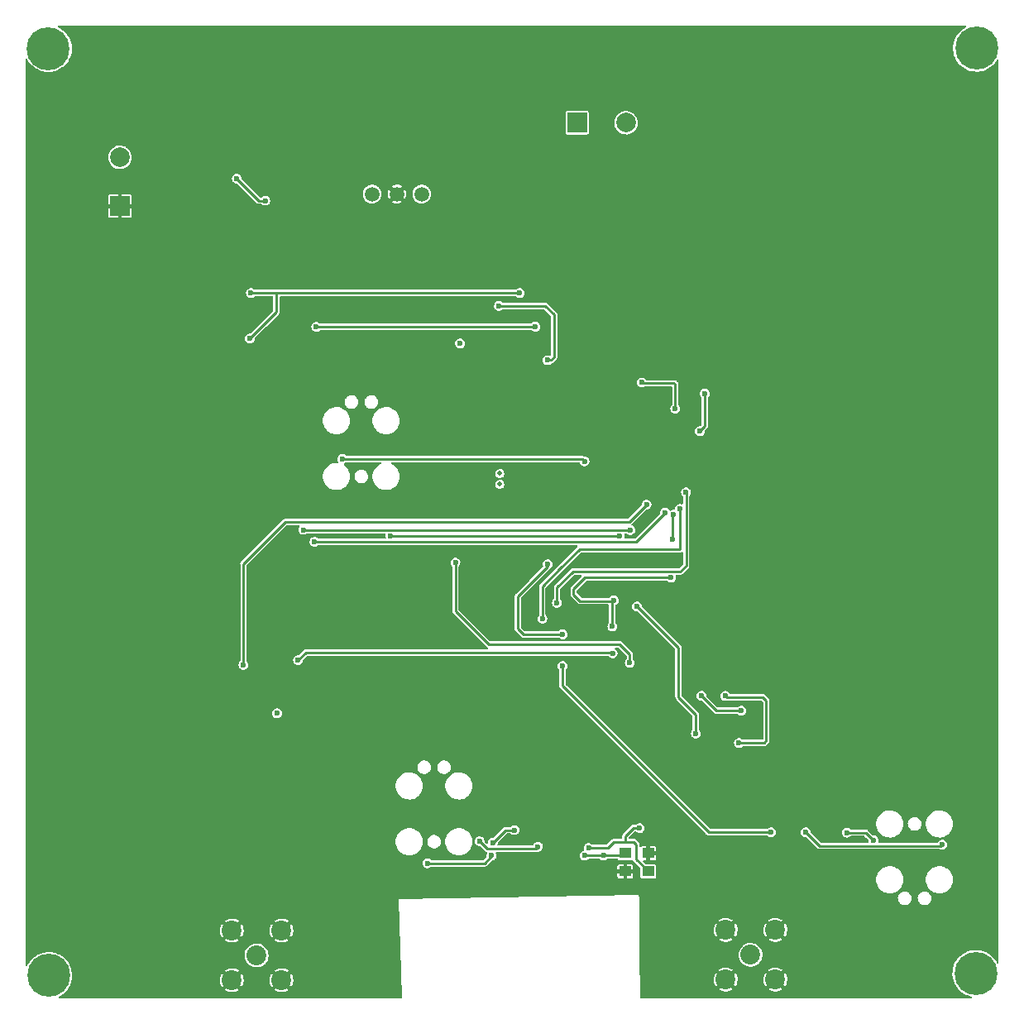
<source format=gbr>
%TF.GenerationSoftware,KiCad,Pcbnew,(5.99.0-10506-gb986797469)*%
%TF.CreationDate,2021-05-19T12:07:34+01:00*%
%TF.ProjectId,LoRa tracker,4c6f5261-2074-4726-9163-6b65722e6b69,rev?*%
%TF.SameCoordinates,Original*%
%TF.FileFunction,Copper,L2,Bot*%
%TF.FilePolarity,Positive*%
%FSLAX46Y46*%
G04 Gerber Fmt 4.6, Leading zero omitted, Abs format (unit mm)*
G04 Created by KiCad (PCBNEW (5.99.0-10506-gb986797469)) date 2021-05-19 12:07:34*
%MOMM*%
%LPD*%
G01*
G04 APERTURE LIST*
%TA.AperFunction,ComponentPad*%
%ADD10C,2.030000*%
%TD*%
%TA.AperFunction,ComponentPad*%
%ADD11C,0.500000*%
%TD*%
%TA.AperFunction,ComponentPad*%
%ADD12C,0.700000*%
%TD*%
%TA.AperFunction,ComponentPad*%
%ADD13C,4.400000*%
%TD*%
%TA.AperFunction,ComponentPad*%
%ADD14R,2.000000X2.000000*%
%TD*%
%TA.AperFunction,ComponentPad*%
%ADD15C,2.000000*%
%TD*%
%TA.AperFunction,ComponentPad*%
%ADD16C,1.500000*%
%TD*%
%TA.AperFunction,SMDPad,CuDef*%
%ADD17R,1.210000X1.010000*%
%TD*%
%TA.AperFunction,ViaPad*%
%ADD18C,0.600000*%
%TD*%
%TA.AperFunction,Conductor*%
%ADD19C,0.250000*%
%TD*%
G04 APERTURE END LIST*
D10*
%TO.P,AE3,1,A*%
%TO.N,Net-(AE3-Pad1)*%
X136590000Y-133190000D03*
%TO.P,AE3,2,Shield*%
%TO.N,GND*%
X134050000Y-135730000D03*
X134050000Y-130650000D03*
X139130000Y-135730000D03*
X139130000Y-130650000D03*
%TD*%
D11*
%TO.P,Y2,1,1*%
%TO.N,Net-(C34-Pad2)*%
X110930000Y-85030000D03*
%TO.P,Y2,2,2*%
%TO.N,Net-(C33-Pad2)*%
X110930000Y-83930000D03*
%TD*%
D12*
%TO.P,REF\u002A\u002A,1*%
%TO.N,N/C*%
X159720000Y-38750000D03*
X160886726Y-39233274D03*
D13*
X159720000Y-40400000D03*
D12*
X158553274Y-41566726D03*
X160886726Y-41566726D03*
X158553274Y-39233274D03*
X158070000Y-40400000D03*
X161370000Y-40400000D03*
X159720000Y-42050000D03*
%TD*%
D14*
%TO.P,J2,1,Pin_1*%
%TO.N,VDC*%
X118850000Y-48020000D03*
D15*
%TO.P,J2,2,Pin_2*%
%TO.N,Net-(J2-Pad2)*%
X123850000Y-48020000D03*
%TD*%
D12*
%TO.P,REF\u002A\u002A,1*%
%TO.N,N/C*%
X63573274Y-134153274D03*
X64740000Y-133670000D03*
X63573274Y-136486726D03*
X65906726Y-134153274D03*
X64740000Y-136970000D03*
D13*
X64740000Y-135320000D03*
D12*
X63090000Y-135320000D03*
X65906726Y-136486726D03*
X66390000Y-135320000D03*
%TD*%
D10*
%TO.P,AE1,1,A*%
%TO.N,Net-(AE1-Pad1)*%
X86040000Y-133250000D03*
%TO.P,AE1,2,Shield*%
%TO.N,GND*%
X88580000Y-130710000D03*
X83500000Y-130710000D03*
X88580000Y-135790000D03*
X83500000Y-135790000D03*
%TD*%
D12*
%TO.P,REF\u002A\u002A,1*%
%TO.N,N/C*%
X66370000Y-40430000D03*
X63553274Y-39263274D03*
X63553274Y-41596726D03*
D13*
X64720000Y-40430000D03*
D12*
X64720000Y-42080000D03*
X65886726Y-41596726D03*
X63070000Y-40430000D03*
X65886726Y-39263274D03*
X64720000Y-38780000D03*
%TD*%
%TO.P,REF\u002A\u002A,1*%
%TO.N,N/C*%
X158010000Y-135110000D03*
X158493274Y-133943274D03*
X159660000Y-136760000D03*
X160826726Y-133943274D03*
X159660000Y-133460000D03*
D13*
X159660000Y-135110000D03*
D12*
X161310000Y-135110000D03*
X160826726Y-136276726D03*
X158493274Y-136276726D03*
%TD*%
D16*
%TO.P,U2,1,IN*%
%TO.N,VDC*%
X97850000Y-55330000D03*
%TO.P,U2,2,GND*%
%TO.N,GND*%
X100390000Y-55330000D03*
%TO.P,U2,3,OUT*%
%TO.N,+3V3*%
X102930000Y-55330000D03*
%TD*%
D14*
%TO.P,J1,1,Pin_1*%
%TO.N,GND*%
X72055000Y-56565000D03*
D15*
%TO.P,J1,2,Pin_2*%
%TO.N,Net-(J1-Pad2)*%
X72055000Y-51565000D03*
%TD*%
D17*
%TO.P,Y1,1,1*%
%TO.N,Net-(C18-Pad1)*%
X126130000Y-124656392D03*
%TO.P,Y1,2,2*%
%TO.N,GND*%
X123770000Y-124656392D03*
%TO.P,Y1,3,3*%
%TO.N,Net-(C17-Pad1)*%
X123770000Y-122796392D03*
%TO.P,Y1,4,4*%
%TO.N,GND*%
X126130000Y-122796392D03*
%TD*%
D18*
%TO.N,GND*%
X160274000Y-122682000D03*
X120080000Y-79620000D03*
X122450000Y-126110000D03*
X143280000Y-124880000D03*
X137180000Y-43930000D03*
X151470000Y-112310000D03*
X126090000Y-81330000D03*
X113550000Y-69660000D03*
X70880000Y-90110000D03*
X107760000Y-109850000D03*
X134366000Y-72136000D03*
X153416000Y-129032000D03*
X157690000Y-50860000D03*
X107660000Y-64370000D03*
X130320000Y-126280000D03*
X124270000Y-114750000D03*
X121530000Y-54360000D03*
X77720000Y-106890000D03*
X76450000Y-58800000D03*
X84070000Y-55120000D03*
X110280000Y-126320000D03*
X125390000Y-118750000D03*
X120110000Y-111390000D03*
X121550000Y-64190000D03*
X101930000Y-119060000D03*
X136750000Y-119880000D03*
X104060000Y-83210000D03*
X96820000Y-74170000D03*
X71882000Y-71882000D03*
X116645000Y-118245000D03*
X110110000Y-70610000D03*
X95700000Y-106680000D03*
X105880000Y-118290000D03*
X118975000Y-87485000D03*
X92410000Y-81740000D03*
X104250000Y-113500000D03*
X159512000Y-116078000D03*
%TO.N,Net-(BT1-Pad1)*%
X88120000Y-108480000D03*
%TO.N,+3V3*%
X131900000Y-75750000D03*
X110840000Y-66770000D03*
X115820000Y-72330000D03*
X131410000Y-79590000D03*
%TO.N,Net-(C17-Pad1)*%
X119620000Y-123050000D03*
X121540000Y-123030000D03*
%TO.N,Net-(C18-Pad1)*%
X125230000Y-120220000D03*
X120010000Y-122250000D03*
%TO.N,/LoRa_RFM/SWDIO*%
X149160000Y-121470000D03*
X146450000Y-120690000D03*
%TO.N,/nrf/SWDIO*%
X108850000Y-121570000D03*
X114840000Y-122130000D03*
%TO.N,/nrf/RST*%
X110080000Y-123030000D03*
X112430000Y-120430000D03*
X110210000Y-121720000D03*
X103520000Y-123830000D03*
X110080000Y-123030000D03*
%TO.N,/mcu/RST*%
X94830000Y-82440000D03*
X119590000Y-82680000D03*
%TO.N,Net-(J1-Pad2)*%
X84020000Y-53750000D03*
X86920000Y-56000000D03*
%TO.N,/MISO*%
X135636000Y-108204000D03*
X131572000Y-106680000D03*
%TO.N,/SCK*%
X124968000Y-97536000D03*
X131000000Y-110540000D03*
%TO.N,/CS*%
X135410000Y-111510000D03*
X106380000Y-93050000D03*
X134010000Y-106690000D03*
X124230000Y-103310000D03*
%TO.N,/RESET*%
X138684000Y-120650000D03*
X115824000Y-93218000D03*
X142240000Y-120650000D03*
X117348000Y-103632000D03*
X117360000Y-100390000D03*
X156210000Y-121920000D03*
%TO.N,/PPS*%
X90280000Y-103030000D03*
X122470000Y-102340000D03*
X128700000Y-88150000D03*
X122450000Y-99590000D03*
X128470000Y-94590000D03*
X128580000Y-90680000D03*
X122590000Y-96920000D03*
%TO.N,/WAKE*%
X127845871Y-87945500D03*
X91960000Y-90920000D03*
%TO.N,/SDA*%
X85344000Y-70104000D03*
X112960000Y-65460000D03*
X125480000Y-74620000D03*
X85460000Y-65450000D03*
X128890000Y-77290000D03*
X115280000Y-98790000D03*
X129360000Y-87560000D03*
%TO.N,/SCL*%
X114570000Y-68900000D03*
X129990000Y-85860000D03*
X92150000Y-68910000D03*
X116770000Y-97160000D03*
%TO.N,/INT2*%
X124270000Y-89720000D03*
X90810000Y-89700000D03*
%TO.N,/INT1*%
X106860000Y-70620000D03*
X123190000Y-90350000D03*
X99744293Y-90294500D03*
%TO.N,/RESET_GPS*%
X84690000Y-103510000D03*
X125940000Y-87110000D03*
%TD*%
D19*
%TO.N,+3V3*%
X110840000Y-66770000D02*
X115570000Y-66770000D01*
X115570000Y-66770000D02*
X116480000Y-67680000D01*
X116480000Y-72020000D02*
X116170000Y-72330000D01*
X131900000Y-79100000D02*
X131900000Y-75750000D01*
X116480000Y-67680000D02*
X116480000Y-72020000D01*
X116170000Y-72330000D02*
X115820000Y-72330000D01*
X131410000Y-79590000D02*
X131900000Y-79100000D01*
%TO.N,Net-(C17-Pad1)*%
X121570000Y-123000000D02*
X121540000Y-123030000D01*
X119620000Y-123050000D02*
X121520000Y-123050000D01*
X123770000Y-122796392D02*
X123566392Y-123000000D01*
X123566392Y-123000000D02*
X121570000Y-123000000D01*
X121520000Y-123050000D02*
X121540000Y-123030000D01*
%TO.N,Net-(C18-Pad1)*%
X122620000Y-121650000D02*
X122020000Y-122250000D01*
X124650000Y-121650000D02*
X124870000Y-121870000D01*
X124610000Y-120220000D02*
X125230000Y-120220000D01*
X123800000Y-121650000D02*
X123800000Y-121030000D01*
X124870000Y-121870000D02*
X124870000Y-123396392D01*
X122020000Y-122250000D02*
X120010000Y-122250000D01*
X123800000Y-121030000D02*
X124610000Y-120220000D01*
X123800000Y-121650000D02*
X122620000Y-121650000D01*
X124870000Y-123396392D02*
X126130000Y-124656392D01*
X123800000Y-121650000D02*
X124650000Y-121650000D01*
%TO.N,/LoRa_RFM/SWDIO*%
X146450000Y-120690000D02*
X148380000Y-120690000D01*
X148380000Y-120690000D02*
X149160000Y-121470000D01*
%TO.N,/nrf/SWDIO*%
X114630000Y-122340000D02*
X114840000Y-122130000D01*
X109620000Y-122340000D02*
X114630000Y-122340000D01*
X108850000Y-121570000D02*
X109620000Y-122340000D01*
%TO.N,/nrf/RST*%
X110080000Y-123130000D02*
X110080000Y-123030000D01*
X112430000Y-120430000D02*
X111500000Y-120430000D01*
X103520000Y-123830000D02*
X109380000Y-123830000D01*
X111500000Y-120430000D02*
X110210000Y-121720000D01*
X109380000Y-123830000D02*
X110080000Y-123130000D01*
%TO.N,/mcu/RST*%
X94830000Y-82440000D02*
X119350000Y-82440000D01*
X119350000Y-82440000D02*
X119590000Y-82680000D01*
%TO.N,Net-(J1-Pad2)*%
X86920000Y-56000000D02*
X86270000Y-56000000D01*
X86270000Y-56000000D02*
X84020000Y-53750000D01*
%TO.N,/MISO*%
X131572000Y-106680000D02*
X133096000Y-108204000D01*
X133096000Y-108204000D02*
X135636000Y-108204000D01*
%TO.N,/SCK*%
X131000000Y-108590000D02*
X129220000Y-106810000D01*
X129220000Y-106810000D02*
X129220000Y-101788000D01*
X129220000Y-101788000D02*
X124968000Y-97536000D01*
X131000000Y-110540000D02*
X131000000Y-108590000D01*
%TO.N,/CS*%
X137840000Y-106840000D02*
X134160000Y-106840000D01*
X123212788Y-101412511D02*
X109772511Y-101412511D01*
X124230000Y-102429723D02*
X123212788Y-101412511D01*
X106380000Y-98020000D02*
X106380000Y-93050000D01*
X109772511Y-101412511D02*
X106380000Y-98020000D01*
X138210000Y-107210000D02*
X137840000Y-106840000D01*
X135410000Y-111510000D02*
X137960000Y-111510000D01*
X138210000Y-111260000D02*
X138210000Y-107210000D01*
X124230000Y-103310000D02*
X124230000Y-102429723D01*
X137960000Y-111510000D02*
X138210000Y-111260000D01*
X134160000Y-106840000D02*
X134010000Y-106690000D01*
%TO.N,/RESET*%
X117360000Y-100390000D02*
X117350000Y-100400000D01*
X112776000Y-99822000D02*
X112776000Y-96520000D01*
X113354000Y-100400000D02*
X112776000Y-99822000D01*
X156210000Y-121920000D02*
X156085489Y-122044511D01*
X112776000Y-96520000D02*
X115824000Y-93472000D01*
X143634511Y-122044511D02*
X142240000Y-120650000D01*
X115824000Y-93472000D02*
X115824000Y-93218000D01*
X138684000Y-120650000D02*
X132334000Y-120650000D01*
X117348000Y-105664000D02*
X117348000Y-103632000D01*
X117350000Y-100400000D02*
X113354000Y-100400000D01*
X156085489Y-122044511D02*
X143634511Y-122044511D01*
X117602000Y-105918000D02*
X117348000Y-105664000D01*
X132334000Y-120650000D02*
X117602000Y-105918000D01*
%TO.N,/PPS*%
X119650000Y-94590000D02*
X128470000Y-94590000D01*
X91060000Y-102250000D02*
X90280000Y-103030000D01*
X122590000Y-96920000D02*
X122530000Y-96980000D01*
X122590000Y-96920000D02*
X122450000Y-97060000D01*
X122530000Y-96980000D02*
X119160000Y-96980000D01*
X128700000Y-88150000D02*
X128580000Y-88270000D01*
X118480000Y-96300000D02*
X118480000Y-95760000D01*
X128580000Y-88270000D02*
X128580000Y-90680000D01*
X118480000Y-95760000D02*
X119650000Y-94590000D01*
X119160000Y-96980000D02*
X118480000Y-96300000D01*
X122470000Y-102340000D02*
X122380000Y-102250000D01*
X122450000Y-97060000D02*
X122450000Y-99590000D01*
X122380000Y-102250000D02*
X91060000Y-102250000D01*
%TO.N,/WAKE*%
X91964501Y-90924501D02*
X124866870Y-90924501D01*
X124866870Y-90924501D02*
X127845871Y-87945500D01*
X91960000Y-90920000D02*
X91964501Y-90924501D01*
%TO.N,/SDA*%
X87350000Y-65450000D02*
X85460000Y-65450000D01*
X128890000Y-74800000D02*
X128890000Y-77290000D01*
X85344000Y-70104000D02*
X88066000Y-67382000D01*
X117090000Y-93670000D02*
X119080000Y-91680000D01*
X129390000Y-91680000D02*
X129390000Y-87590000D01*
X125560000Y-74700000D02*
X128790000Y-74700000D01*
X87360000Y-65460000D02*
X87350000Y-65450000D01*
X115280000Y-95480000D02*
X117090000Y-93670000D01*
X115280000Y-98790000D02*
X115280000Y-95480000D01*
X88066000Y-65460000D02*
X87360000Y-65460000D01*
X119080000Y-91680000D02*
X129390000Y-91680000D01*
X128790000Y-74700000D02*
X128890000Y-74800000D01*
X125480000Y-74620000D02*
X125560000Y-74700000D01*
X88066000Y-67382000D02*
X88066000Y-65460000D01*
X129390000Y-87590000D02*
X129360000Y-87560000D01*
X112960000Y-65460000D02*
X88066000Y-65460000D01*
%TO.N,/SCL*%
X118400000Y-93980000D02*
X129400000Y-93980000D01*
X130000000Y-93380000D02*
X130000000Y-85870000D01*
X92150000Y-68910000D02*
X114560000Y-68910000D01*
X116790000Y-97140000D02*
X116790000Y-95590000D01*
X114560000Y-68910000D02*
X114570000Y-68900000D01*
X116790000Y-95590000D02*
X118400000Y-93980000D01*
X116770000Y-97160000D02*
X116790000Y-97140000D01*
X129400000Y-93980000D02*
X130000000Y-93380000D01*
X130000000Y-85870000D02*
X129990000Y-85860000D01*
%TO.N,/INT2*%
X124270000Y-89720000D02*
X90830000Y-89720000D01*
X90830000Y-89720000D02*
X90810000Y-89700000D01*
%TO.N,/INT1*%
X123190000Y-90350000D02*
X99799793Y-90350000D01*
X99799793Y-90350000D02*
X99744293Y-90294500D01*
%TO.N,/RESET_GPS*%
X88994501Y-88885499D02*
X124164501Y-88885499D01*
X124164501Y-88885499D02*
X125940000Y-87110000D01*
X84690000Y-93190000D02*
X88994501Y-88885499D01*
X84690000Y-103510000D02*
X84690000Y-93190000D01*
%TD*%
%TA.AperFunction,Conductor*%
%TO.N,GND*%
G36*
X158661366Y-38078907D02*
G01*
X158697330Y-38128407D01*
X158697330Y-38189593D01*
X158661366Y-38239093D01*
X158642096Y-38250028D01*
X158638318Y-38251643D01*
X158638314Y-38251645D01*
X158635414Y-38252885D01*
X158371383Y-38408101D01*
X158368884Y-38410036D01*
X158368878Y-38410040D01*
X158332637Y-38438101D01*
X158129214Y-38595608D01*
X157912834Y-38812366D01*
X157910915Y-38814854D01*
X157910911Y-38814858D01*
X157789828Y-38971804D01*
X157725750Y-39054861D01*
X157570995Y-39319163D01*
X157451078Y-39600986D01*
X157450224Y-39604015D01*
X157450223Y-39604017D01*
X157387408Y-39826743D01*
X157367942Y-39895763D01*
X157322936Y-40198713D01*
X157316790Y-40504926D01*
X157349601Y-40809439D01*
X157420840Y-41107314D01*
X157421956Y-41110259D01*
X157421957Y-41110263D01*
X157528230Y-41390767D01*
X157529350Y-41393723D01*
X157530836Y-41396511D01*
X157530836Y-41396512D01*
X157539681Y-41413111D01*
X157673374Y-41664022D01*
X157675194Y-41666588D01*
X157675196Y-41666591D01*
X157848752Y-41911261D01*
X157848757Y-41911268D01*
X157850575Y-41913830D01*
X158058082Y-42139097D01*
X158060496Y-42141126D01*
X158290114Y-42334141D01*
X158290121Y-42334146D01*
X158292531Y-42336172D01*
X158550120Y-42501859D01*
X158826675Y-42633473D01*
X158829676Y-42634457D01*
X158829679Y-42634458D01*
X159114718Y-42727898D01*
X159117711Y-42728879D01*
X159120797Y-42729471D01*
X159120803Y-42729472D01*
X159415414Y-42785939D01*
X159415423Y-42785940D01*
X159418511Y-42786532D01*
X159724198Y-42805496D01*
X159727341Y-42805290D01*
X159727349Y-42805290D01*
X159927016Y-42792203D01*
X160029818Y-42785465D01*
X160330415Y-42726763D01*
X160621116Y-42630341D01*
X160897209Y-42497763D01*
X160899855Y-42496048D01*
X160899862Y-42496044D01*
X161151571Y-42332894D01*
X161151578Y-42332889D01*
X161154219Y-42331177D01*
X161387978Y-42133286D01*
X161390104Y-42130961D01*
X161390111Y-42130955D01*
X161592574Y-41909616D01*
X161592575Y-41909615D01*
X161594697Y-41907295D01*
X161748080Y-41689458D01*
X161769204Y-41659458D01*
X161769206Y-41659455D01*
X161771026Y-41656870D01*
X161803467Y-41595470D01*
X161847368Y-41552852D01*
X161907936Y-41544178D01*
X161962034Y-41572762D01*
X161989000Y-41627684D01*
X161990000Y-41641719D01*
X161990000Y-133981334D01*
X161971093Y-134039525D01*
X161921593Y-134075489D01*
X161860407Y-134075489D01*
X161810907Y-134039525D01*
X161801681Y-134024033D01*
X161761172Y-133939294D01*
X161761170Y-133939290D01*
X161759814Y-133936454D01*
X161593678Y-133679154D01*
X161575381Y-133657464D01*
X161398231Y-133447464D01*
X161398226Y-133447459D01*
X161396194Y-133445050D01*
X161197025Y-133262225D01*
X161172892Y-133240072D01*
X161170565Y-133237936D01*
X161078520Y-133172885D01*
X160923022Y-133062990D01*
X160923021Y-133062989D01*
X160920448Y-133061171D01*
X160835575Y-133016138D01*
X160652677Y-132919093D01*
X160652670Y-132919090D01*
X160649898Y-132917619D01*
X160363300Y-132809609D01*
X160147332Y-132758357D01*
X160068361Y-132739616D01*
X160068358Y-132739616D01*
X160065301Y-132738890D01*
X159934690Y-132725047D01*
X159763859Y-132706941D01*
X159763852Y-132706941D01*
X159760732Y-132706610D01*
X159454530Y-132713291D01*
X159151658Y-132758826D01*
X159148620Y-132759689D01*
X159148618Y-132759689D01*
X158860067Y-132841613D01*
X158860064Y-132841614D01*
X158857028Y-132842476D01*
X158854120Y-132843719D01*
X158854121Y-132843719D01*
X158578318Y-132961643D01*
X158578314Y-132961645D01*
X158575414Y-132962885D01*
X158311383Y-133118101D01*
X158308884Y-133120036D01*
X158308878Y-133120040D01*
X158242232Y-133171643D01*
X158069214Y-133305608D01*
X157852834Y-133522366D01*
X157850915Y-133524854D01*
X157850911Y-133524858D01*
X157729828Y-133681804D01*
X157665750Y-133764861D01*
X157510995Y-134029163D01*
X157391078Y-134310986D01*
X157390224Y-134314015D01*
X157390223Y-134314017D01*
X157309810Y-134599141D01*
X157307942Y-134605763D01*
X157262936Y-134908713D01*
X157260527Y-135028718D01*
X157257487Y-135180219D01*
X157256790Y-135214926D01*
X157289601Y-135519439D01*
X157290333Y-135522501D01*
X157290334Y-135522505D01*
X157303689Y-135578345D01*
X157360840Y-135817314D01*
X157361956Y-135820259D01*
X157361957Y-135820263D01*
X157468230Y-136100767D01*
X157469350Y-136103723D01*
X157470836Y-136106511D01*
X157470836Y-136106512D01*
X157532393Y-136222039D01*
X157613374Y-136374022D01*
X157615194Y-136376588D01*
X157615196Y-136376591D01*
X157788752Y-136621261D01*
X157788757Y-136621268D01*
X157790575Y-136623830D01*
X157792710Y-136626147D01*
X157792711Y-136626149D01*
X157879556Y-136720427D01*
X157998082Y-136849097D01*
X158000496Y-136851126D01*
X158230114Y-137044141D01*
X158230121Y-137044146D01*
X158232531Y-137046172D01*
X158490120Y-137211859D01*
X158766675Y-137343473D01*
X158769676Y-137344457D01*
X158769679Y-137344458D01*
X159054718Y-137437898D01*
X159057711Y-137438879D01*
X159060797Y-137439471D01*
X159060803Y-137439472D01*
X159187578Y-137463770D01*
X159241169Y-137493293D01*
X159267172Y-137548678D01*
X159255655Y-137608769D01*
X159211016Y-137650615D01*
X159168942Y-137660000D01*
X125383222Y-137660000D01*
X125325031Y-137641093D01*
X125289067Y-137591593D01*
X125284228Y-137562079D01*
X125275084Y-136723000D01*
X133345671Y-136723000D01*
X133346148Y-136726016D01*
X133347084Y-136726681D01*
X133526743Y-136831665D01*
X133534690Y-136835404D01*
X133730097Y-136906913D01*
X133738585Y-136909188D01*
X133943569Y-136944963D01*
X133952321Y-136945698D01*
X134160410Y-136944609D01*
X134169143Y-136943783D01*
X134373748Y-136905861D01*
X134382205Y-136903500D01*
X134576858Y-136829947D01*
X134584766Y-136826124D01*
X134745548Y-136729898D01*
X134751565Y-136723000D01*
X138425671Y-136723000D01*
X138426148Y-136726016D01*
X138427084Y-136726681D01*
X138606743Y-136831665D01*
X138614690Y-136835404D01*
X138810097Y-136906913D01*
X138818585Y-136909188D01*
X139023569Y-136944963D01*
X139032321Y-136945698D01*
X139240410Y-136944609D01*
X139249143Y-136943783D01*
X139453748Y-136905861D01*
X139462205Y-136903500D01*
X139656858Y-136829947D01*
X139664766Y-136826124D01*
X139825548Y-136729898D01*
X139833809Y-136720427D01*
X139829135Y-136711977D01*
X139141086Y-136023929D01*
X139129203Y-136017875D01*
X139124172Y-136018671D01*
X138431725Y-136711117D01*
X138425671Y-136723000D01*
X134751565Y-136723000D01*
X134753809Y-136720427D01*
X134749135Y-136711977D01*
X134061086Y-136023929D01*
X134049203Y-136017875D01*
X134044172Y-136018671D01*
X133351725Y-136711117D01*
X133345671Y-136723000D01*
X125275084Y-136723000D01*
X125265050Y-135802193D01*
X132832523Y-135802193D01*
X132833074Y-135810965D01*
X132864548Y-136016648D01*
X132866647Y-136025190D01*
X132934044Y-136222039D01*
X132937624Y-136230080D01*
X133038813Y-136411880D01*
X133043762Y-136419162D01*
X133049238Y-136425854D01*
X133060463Y-136433060D01*
X133063090Y-136432909D01*
X133066432Y-136430726D01*
X133756071Y-135741086D01*
X133761313Y-135730797D01*
X134337875Y-135730797D01*
X134338671Y-135735828D01*
X135029198Y-136426356D01*
X135041081Y-136432410D01*
X135043404Y-136432043D01*
X135046872Y-136429219D01*
X135063405Y-136408582D01*
X135068268Y-136401262D01*
X135167557Y-136218395D01*
X135171046Y-136210331D01*
X135236379Y-136012782D01*
X135238389Y-136004214D01*
X135267140Y-135802193D01*
X137912523Y-135802193D01*
X137913074Y-135810965D01*
X137944548Y-136016648D01*
X137946647Y-136025190D01*
X138014044Y-136222039D01*
X138017624Y-136230080D01*
X138118813Y-136411880D01*
X138123762Y-136419162D01*
X138129238Y-136425854D01*
X138140463Y-136433060D01*
X138143090Y-136432909D01*
X138146432Y-136430726D01*
X138836071Y-135741086D01*
X138841313Y-135730797D01*
X139417875Y-135730797D01*
X139418671Y-135735828D01*
X140109198Y-136426356D01*
X140121081Y-136432410D01*
X140123404Y-136432043D01*
X140126872Y-136429219D01*
X140143405Y-136408582D01*
X140148268Y-136401262D01*
X140247557Y-136218395D01*
X140251046Y-136210331D01*
X140316379Y-136012782D01*
X140318389Y-136004214D01*
X140347924Y-135796686D01*
X140348403Y-135790989D01*
X140349925Y-135732850D01*
X140349747Y-135727160D01*
X140331111Y-135518345D01*
X140329557Y-135509708D01*
X140274647Y-135308993D01*
X140271587Y-135300766D01*
X140182003Y-135112947D01*
X140177532Y-135105389D01*
X140128112Y-135036613D01*
X140117363Y-135028718D01*
X140116403Y-135028713D01*
X140110586Y-135032256D01*
X139423929Y-135718914D01*
X139417875Y-135730797D01*
X138841313Y-135730797D01*
X138842125Y-135729203D01*
X138841329Y-135724172D01*
X138150552Y-135033394D01*
X138139052Y-135027535D01*
X138132330Y-135033684D01*
X138045313Y-135172401D01*
X138041329Y-135180219D01*
X137963714Y-135373292D01*
X137961176Y-135381698D01*
X137918979Y-135585458D01*
X137917970Y-135594186D01*
X137912523Y-135802193D01*
X135267140Y-135802193D01*
X135267924Y-135796686D01*
X135268403Y-135790989D01*
X135269925Y-135732850D01*
X135269747Y-135727160D01*
X135251111Y-135518345D01*
X135249557Y-135509708D01*
X135194647Y-135308993D01*
X135191587Y-135300766D01*
X135102003Y-135112947D01*
X135097532Y-135105389D01*
X135048112Y-135036613D01*
X135037363Y-135028718D01*
X135036403Y-135028713D01*
X135030586Y-135032256D01*
X134343929Y-135718914D01*
X134337875Y-135730797D01*
X133761313Y-135730797D01*
X133762125Y-135729203D01*
X133761329Y-135724172D01*
X133070552Y-135033394D01*
X133059052Y-135027535D01*
X133052330Y-135033684D01*
X132965313Y-135172401D01*
X132961329Y-135180219D01*
X132883714Y-135373292D01*
X132881176Y-135381698D01*
X132838979Y-135585458D01*
X132837970Y-135594186D01*
X132832523Y-135802193D01*
X125265050Y-135802193D01*
X125253496Y-134741974D01*
X133348255Y-134741974D01*
X133348302Y-134743771D01*
X133351190Y-134748348D01*
X134038914Y-135436071D01*
X134050797Y-135442125D01*
X134055828Y-135441329D01*
X134745383Y-134751775D01*
X134750376Y-134741974D01*
X138428255Y-134741974D01*
X138428302Y-134743771D01*
X138431190Y-134748348D01*
X139118914Y-135436071D01*
X139130797Y-135442125D01*
X139135828Y-135441329D01*
X139825383Y-134751775D01*
X139831437Y-134739892D01*
X139831419Y-134739778D01*
X139825980Y-134733641D01*
X139721398Y-134663365D01*
X139713706Y-134659135D01*
X139523159Y-134575492D01*
X139514851Y-134572696D01*
X139312503Y-134524116D01*
X139303823Y-134522834D01*
X139096078Y-134510856D01*
X139087304Y-134511131D01*
X138880722Y-134536131D01*
X138872139Y-134537955D01*
X138673248Y-134599141D01*
X138665112Y-134602462D01*
X138480208Y-134697898D01*
X138472797Y-134702601D01*
X138435809Y-134730984D01*
X138428255Y-134741974D01*
X134750376Y-134741974D01*
X134751437Y-134739892D01*
X134751419Y-134739778D01*
X134745980Y-134733641D01*
X134641398Y-134663365D01*
X134633706Y-134659135D01*
X134443159Y-134575492D01*
X134434851Y-134572696D01*
X134232503Y-134524116D01*
X134223823Y-134522834D01*
X134016078Y-134510856D01*
X134007304Y-134511131D01*
X133800722Y-134536131D01*
X133792139Y-134537955D01*
X133593248Y-134599141D01*
X133585112Y-134602462D01*
X133400208Y-134697898D01*
X133392797Y-134702601D01*
X133355809Y-134730984D01*
X133348255Y-134741974D01*
X125253496Y-134741974D01*
X125237419Y-133266636D01*
X135371908Y-133266636D01*
X135372575Y-133270994D01*
X135372575Y-133270996D01*
X135399373Y-133446114D01*
X135404731Y-133481130D01*
X135422454Y-133532896D01*
X135473588Y-133682247D01*
X135473591Y-133682253D01*
X135475018Y-133686422D01*
X135477160Y-133690270D01*
X135477162Y-133690275D01*
X135508413Y-133746422D01*
X135580548Y-133876023D01*
X135717986Y-134043939D01*
X135882987Y-134184863D01*
X135886788Y-134187084D01*
X135886792Y-134187087D01*
X136019743Y-134264777D01*
X136070336Y-134294341D01*
X136274111Y-134368912D01*
X136416070Y-134393688D01*
X136483527Y-134405462D01*
X136483529Y-134405462D01*
X136487871Y-134406220D01*
X136492279Y-134406197D01*
X136492280Y-134406197D01*
X136611566Y-134405572D01*
X136704859Y-134405083D01*
X136709190Y-134404280D01*
X136709193Y-134404280D01*
X136913876Y-134366345D01*
X136913881Y-134366344D01*
X136918217Y-134365540D01*
X136990573Y-134338199D01*
X137117075Y-134290398D01*
X137117078Y-134290397D01*
X137121200Y-134288839D01*
X137226171Y-134226015D01*
X137303610Y-134179669D01*
X137303614Y-134179666D01*
X137307392Y-134177405D01*
X137470908Y-134034761D01*
X137606580Y-133865414D01*
X137710120Y-133674719D01*
X137778253Y-133468702D01*
X137780905Y-133450072D01*
X137798491Y-133326498D01*
X137808827Y-133253876D01*
X137810500Y-133190000D01*
X137809116Y-133174485D01*
X137791603Y-132978259D01*
X137791603Y-132978258D01*
X137791211Y-132973868D01*
X137789704Y-132968357D01*
X137735117Y-132768824D01*
X137733953Y-132764568D01*
X137731626Y-132759689D01*
X137642434Y-132572693D01*
X137642431Y-132572688D01*
X137640536Y-132568715D01*
X137513912Y-132392500D01*
X137358086Y-132241493D01*
X137354424Y-132239032D01*
X137354420Y-132239029D01*
X137181648Y-132122932D01*
X137181642Y-132122929D01*
X137177980Y-132120468D01*
X137173903Y-132118678D01*
X137120003Y-132095018D01*
X136979290Y-132033249D01*
X136768294Y-131982593D01*
X136763901Y-131982340D01*
X136763896Y-131982339D01*
X136652123Y-131975895D01*
X136551663Y-131970102D01*
X136547293Y-131970631D01*
X136547288Y-131970631D01*
X136427565Y-131985120D01*
X136336244Y-131996171D01*
X136332033Y-131997466D01*
X136332035Y-131997466D01*
X136133059Y-132058678D01*
X136133053Y-132058680D01*
X136128845Y-132059975D01*
X136124926Y-132061998D01*
X136124923Y-132061999D01*
X135939940Y-132157476D01*
X135939938Y-132157478D01*
X135936023Y-132159498D01*
X135932529Y-132162179D01*
X135905483Y-132182932D01*
X135763873Y-132291594D01*
X135617835Y-132452087D01*
X135502527Y-132635905D01*
X135421592Y-132837237D01*
X135420698Y-132841554D01*
X135380872Y-133033868D01*
X135377589Y-133049719D01*
X135371908Y-133266636D01*
X125237419Y-133266636D01*
X125219725Y-131643000D01*
X133345671Y-131643000D01*
X133346148Y-131646016D01*
X133347084Y-131646681D01*
X133526743Y-131751665D01*
X133534690Y-131755404D01*
X133730097Y-131826913D01*
X133738585Y-131829188D01*
X133943569Y-131864963D01*
X133952321Y-131865698D01*
X134160410Y-131864609D01*
X134169143Y-131863783D01*
X134373748Y-131825861D01*
X134382205Y-131823500D01*
X134576858Y-131749947D01*
X134584766Y-131746124D01*
X134745548Y-131649898D01*
X134751565Y-131643000D01*
X138425671Y-131643000D01*
X138426148Y-131646016D01*
X138427084Y-131646681D01*
X138606743Y-131751665D01*
X138614690Y-131755404D01*
X138810097Y-131826913D01*
X138818585Y-131829188D01*
X139023569Y-131864963D01*
X139032321Y-131865698D01*
X139240410Y-131864609D01*
X139249143Y-131863783D01*
X139453748Y-131825861D01*
X139462205Y-131823500D01*
X139656858Y-131749947D01*
X139664766Y-131746124D01*
X139825548Y-131649898D01*
X139833809Y-131640427D01*
X139829135Y-131631977D01*
X139141086Y-130943929D01*
X139129203Y-130937875D01*
X139124172Y-130938671D01*
X138431725Y-131631117D01*
X138425671Y-131643000D01*
X134751565Y-131643000D01*
X134753809Y-131640427D01*
X134749135Y-131631977D01*
X134061086Y-130943929D01*
X134049203Y-130937875D01*
X134044172Y-130938671D01*
X133351725Y-131631117D01*
X133345671Y-131643000D01*
X125219725Y-131643000D01*
X125209691Y-130722193D01*
X132832523Y-130722193D01*
X132833074Y-130730965D01*
X132864548Y-130936648D01*
X132866647Y-130945190D01*
X132934044Y-131142039D01*
X132937624Y-131150080D01*
X133038813Y-131331880D01*
X133043762Y-131339162D01*
X133049238Y-131345854D01*
X133060463Y-131353060D01*
X133063090Y-131352909D01*
X133066432Y-131350726D01*
X133756071Y-130661086D01*
X133761313Y-130650797D01*
X134337875Y-130650797D01*
X134338671Y-130655828D01*
X135029198Y-131346356D01*
X135041081Y-131352410D01*
X135043404Y-131352043D01*
X135046872Y-131349219D01*
X135063405Y-131328582D01*
X135068268Y-131321262D01*
X135167557Y-131138395D01*
X135171046Y-131130331D01*
X135236379Y-130932782D01*
X135238389Y-130924214D01*
X135267140Y-130722193D01*
X137912523Y-130722193D01*
X137913074Y-130730965D01*
X137944548Y-130936648D01*
X137946647Y-130945190D01*
X138014044Y-131142039D01*
X138017624Y-131150080D01*
X138118813Y-131331880D01*
X138123762Y-131339162D01*
X138129238Y-131345854D01*
X138140463Y-131353060D01*
X138143090Y-131352909D01*
X138146432Y-131350726D01*
X138836071Y-130661086D01*
X138841313Y-130650797D01*
X139417875Y-130650797D01*
X139418671Y-130655828D01*
X140109198Y-131346356D01*
X140121081Y-131352410D01*
X140123404Y-131352043D01*
X140126872Y-131349219D01*
X140143405Y-131328582D01*
X140148268Y-131321262D01*
X140247557Y-131138395D01*
X140251046Y-131130331D01*
X140316379Y-130932782D01*
X140318389Y-130924214D01*
X140347924Y-130716686D01*
X140348403Y-130710989D01*
X140349925Y-130652850D01*
X140349747Y-130647160D01*
X140331111Y-130438345D01*
X140329557Y-130429708D01*
X140274647Y-130228993D01*
X140271587Y-130220766D01*
X140182003Y-130032947D01*
X140177532Y-130025389D01*
X140128112Y-129956613D01*
X140117363Y-129948718D01*
X140116403Y-129948713D01*
X140110586Y-129952256D01*
X139423929Y-130638914D01*
X139417875Y-130650797D01*
X138841313Y-130650797D01*
X138842125Y-130649203D01*
X138841329Y-130644172D01*
X138150552Y-129953394D01*
X138139052Y-129947535D01*
X138132330Y-129953684D01*
X138045313Y-130092401D01*
X138041329Y-130100219D01*
X137963714Y-130293292D01*
X137961176Y-130301698D01*
X137918979Y-130505458D01*
X137917970Y-130514186D01*
X137912523Y-130722193D01*
X135267140Y-130722193D01*
X135267924Y-130716686D01*
X135268403Y-130710989D01*
X135269925Y-130652850D01*
X135269747Y-130647160D01*
X135251111Y-130438345D01*
X135249557Y-130429708D01*
X135194647Y-130228993D01*
X135191587Y-130220766D01*
X135102003Y-130032947D01*
X135097532Y-130025389D01*
X135048112Y-129956613D01*
X135037363Y-129948718D01*
X135036403Y-129948713D01*
X135030586Y-129952256D01*
X134343929Y-130638914D01*
X134337875Y-130650797D01*
X133761313Y-130650797D01*
X133762125Y-130649203D01*
X133761329Y-130644172D01*
X133070552Y-129953394D01*
X133059052Y-129947535D01*
X133052330Y-129953684D01*
X132965313Y-130092401D01*
X132961329Y-130100219D01*
X132883714Y-130293292D01*
X132881176Y-130301698D01*
X132838979Y-130505458D01*
X132837970Y-130514186D01*
X132832523Y-130722193D01*
X125209691Y-130722193D01*
X125198137Y-129661974D01*
X133348255Y-129661974D01*
X133348302Y-129663771D01*
X133351190Y-129668348D01*
X134038914Y-130356071D01*
X134050797Y-130362125D01*
X134055828Y-130361329D01*
X134745383Y-129671775D01*
X134750376Y-129661974D01*
X138428255Y-129661974D01*
X138428302Y-129663771D01*
X138431190Y-129668348D01*
X139118914Y-130356071D01*
X139130797Y-130362125D01*
X139135828Y-130361329D01*
X139825383Y-129671775D01*
X139831437Y-129659892D01*
X139831419Y-129659778D01*
X139825980Y-129653641D01*
X139721398Y-129583365D01*
X139713706Y-129579135D01*
X139523159Y-129495492D01*
X139514851Y-129492696D01*
X139312503Y-129444116D01*
X139303823Y-129442834D01*
X139096078Y-129430856D01*
X139087304Y-129431131D01*
X138880722Y-129456131D01*
X138872139Y-129457955D01*
X138673248Y-129519141D01*
X138665112Y-129522462D01*
X138480208Y-129617898D01*
X138472797Y-129622601D01*
X138435809Y-129650984D01*
X138428255Y-129661974D01*
X134750376Y-129661974D01*
X134751437Y-129659892D01*
X134751419Y-129659778D01*
X134745980Y-129653641D01*
X134641398Y-129583365D01*
X134633706Y-129579135D01*
X134443159Y-129495492D01*
X134434851Y-129492696D01*
X134232503Y-129444116D01*
X134223823Y-129442834D01*
X134016078Y-129430856D01*
X134007304Y-129431131D01*
X133800722Y-129456131D01*
X133792139Y-129457955D01*
X133593248Y-129519141D01*
X133585112Y-129522462D01*
X133400208Y-129617898D01*
X133392797Y-129622601D01*
X133355809Y-129650984D01*
X133348255Y-129661974D01*
X125198137Y-129661974D01*
X125173625Y-127412661D01*
X151673238Y-127412661D01*
X151673893Y-127418594D01*
X151673893Y-127418598D01*
X151685058Y-127519719D01*
X151691716Y-127580028D01*
X151749583Y-127738157D01*
X151843498Y-127877917D01*
X151847910Y-127881932D01*
X151847913Y-127881935D01*
X151963622Y-127987222D01*
X151968040Y-127991242D01*
X152116018Y-128071587D01*
X152121787Y-128073101D01*
X152121791Y-128073102D01*
X152273112Y-128112800D01*
X152278891Y-128114316D01*
X152284860Y-128114410D01*
X152284862Y-128114410D01*
X152345871Y-128115368D01*
X152447254Y-128116961D01*
X152465422Y-128112800D01*
X152605569Y-128080702D01*
X152605571Y-128080701D01*
X152611388Y-128079369D01*
X152626861Y-128071587D01*
X152756491Y-128006390D01*
X152756493Y-128006389D01*
X152761817Y-128003711D01*
X152766353Y-127999837D01*
X152885319Y-127898231D01*
X152885320Y-127898230D01*
X152889857Y-127894355D01*
X152988116Y-127757613D01*
X152995938Y-127738157D01*
X153048697Y-127606913D01*
X153048697Y-127606911D01*
X153050921Y-127601380D01*
X153054805Y-127574094D01*
X153074190Y-127437882D01*
X153074190Y-127437878D01*
X153074646Y-127434676D01*
X153074800Y-127420000D01*
X153073912Y-127412661D01*
X153705238Y-127412661D01*
X153705893Y-127418594D01*
X153705893Y-127418598D01*
X153717058Y-127519719D01*
X153723716Y-127580028D01*
X153781583Y-127738157D01*
X153875498Y-127877917D01*
X153879910Y-127881932D01*
X153879913Y-127881935D01*
X153995622Y-127987222D01*
X154000040Y-127991242D01*
X154148018Y-128071587D01*
X154153787Y-128073101D01*
X154153791Y-128073102D01*
X154305112Y-128112800D01*
X154310891Y-128114316D01*
X154316860Y-128114410D01*
X154316862Y-128114410D01*
X154377871Y-128115368D01*
X154479254Y-128116961D01*
X154497422Y-128112800D01*
X154637569Y-128080702D01*
X154637571Y-128080701D01*
X154643388Y-128079369D01*
X154658861Y-128071587D01*
X154788491Y-128006390D01*
X154788493Y-128006389D01*
X154793817Y-128003711D01*
X154798353Y-127999837D01*
X154917319Y-127898231D01*
X154917320Y-127898230D01*
X154921857Y-127894355D01*
X155020116Y-127757613D01*
X155027938Y-127738157D01*
X155080697Y-127606913D01*
X155080697Y-127606911D01*
X155082921Y-127601380D01*
X155086805Y-127574094D01*
X155106190Y-127437882D01*
X155106190Y-127437878D01*
X155106646Y-127434676D01*
X155106800Y-127420000D01*
X155086571Y-127252836D01*
X155027051Y-127095322D01*
X155016521Y-127080000D01*
X154935058Y-126961470D01*
X154935055Y-126961467D01*
X154931678Y-126956553D01*
X154861797Y-126894291D01*
X154810410Y-126848507D01*
X154810408Y-126848506D01*
X154805956Y-126844539D01*
X154657144Y-126765747D01*
X154575489Y-126745237D01*
X154499624Y-126726180D01*
X154499621Y-126726180D01*
X154493834Y-126724726D01*
X154408833Y-126724281D01*
X154331418Y-126723875D01*
X154331416Y-126723875D01*
X154325452Y-126723844D01*
X154161721Y-126763153D01*
X154084071Y-126803231D01*
X154017398Y-126837643D01*
X154017396Y-126837645D01*
X154012092Y-126840382D01*
X153885204Y-126951073D01*
X153881773Y-126955955D01*
X153881772Y-126955956D01*
X153877897Y-126961470D01*
X153788383Y-127088836D01*
X153727217Y-127245718D01*
X153705238Y-127412661D01*
X153073912Y-127412661D01*
X153054571Y-127252836D01*
X152995051Y-127095322D01*
X152984521Y-127080000D01*
X152903058Y-126961470D01*
X152903055Y-126961467D01*
X152899678Y-126956553D01*
X152829797Y-126894291D01*
X152778410Y-126848507D01*
X152778408Y-126848506D01*
X152773956Y-126844539D01*
X152625144Y-126765747D01*
X152543489Y-126745237D01*
X152467624Y-126726180D01*
X152467621Y-126726180D01*
X152461834Y-126724726D01*
X152376833Y-126724281D01*
X152299418Y-126723875D01*
X152299416Y-126723875D01*
X152293452Y-126723844D01*
X152129721Y-126763153D01*
X152052071Y-126803231D01*
X151985398Y-126837643D01*
X151985396Y-126837645D01*
X151980092Y-126840382D01*
X151853204Y-126951073D01*
X151849773Y-126955955D01*
X151849772Y-126955956D01*
X151845897Y-126961470D01*
X151756383Y-127088836D01*
X151695217Y-127245718D01*
X151673238Y-127412661D01*
X125173625Y-127412661D01*
X125170171Y-127095680D01*
X125170000Y-127080000D01*
X125161837Y-127080146D01*
X100595677Y-127519719D01*
X100595676Y-127519720D01*
X100580000Y-127520000D01*
X100828357Y-135011255D01*
X100912780Y-137557720D01*
X100895811Y-137616505D01*
X100847530Y-137654089D01*
X100813834Y-137660000D01*
X65847623Y-137660000D01*
X65789432Y-137641093D01*
X65753468Y-137591593D01*
X65753468Y-137530407D01*
X65789432Y-137480907D01*
X65804769Y-137471756D01*
X65821400Y-137463770D01*
X65917209Y-137417763D01*
X65919855Y-137416048D01*
X65919862Y-137416044D01*
X66171571Y-137252894D01*
X66171578Y-137252889D01*
X66174219Y-137251177D01*
X66220664Y-137211859D01*
X66279812Y-137161787D01*
X66407978Y-137053286D01*
X66410104Y-137050961D01*
X66410111Y-137050955D01*
X66612574Y-136829616D01*
X66612575Y-136829615D01*
X66614697Y-136827295D01*
X66645886Y-136783000D01*
X82795671Y-136783000D01*
X82796148Y-136786016D01*
X82797084Y-136786681D01*
X82976743Y-136891665D01*
X82984690Y-136895404D01*
X83180097Y-136966913D01*
X83188585Y-136969188D01*
X83393569Y-137004963D01*
X83402321Y-137005698D01*
X83610410Y-137004609D01*
X83619143Y-137003783D01*
X83823748Y-136965861D01*
X83832205Y-136963500D01*
X84026858Y-136889947D01*
X84034766Y-136886124D01*
X84195548Y-136789898D01*
X84201565Y-136783000D01*
X87875671Y-136783000D01*
X87876148Y-136786016D01*
X87877084Y-136786681D01*
X88056743Y-136891665D01*
X88064690Y-136895404D01*
X88260097Y-136966913D01*
X88268585Y-136969188D01*
X88473569Y-137004963D01*
X88482321Y-137005698D01*
X88690410Y-137004609D01*
X88699143Y-137003783D01*
X88903748Y-136965861D01*
X88912205Y-136963500D01*
X89106858Y-136889947D01*
X89114766Y-136886124D01*
X89275548Y-136789898D01*
X89283809Y-136780427D01*
X89279135Y-136771977D01*
X88591086Y-136083929D01*
X88579203Y-136077875D01*
X88574172Y-136078671D01*
X87881725Y-136771117D01*
X87875671Y-136783000D01*
X84201565Y-136783000D01*
X84203809Y-136780427D01*
X84199135Y-136771977D01*
X83511086Y-136083929D01*
X83499203Y-136077875D01*
X83494172Y-136078671D01*
X82801725Y-136771117D01*
X82795671Y-136783000D01*
X66645886Y-136783000D01*
X66685541Y-136726681D01*
X66789204Y-136579458D01*
X66789206Y-136579455D01*
X66791026Y-136576870D01*
X66934105Y-136306070D01*
X67019352Y-136078671D01*
X67040505Y-136022246D01*
X67040507Y-136022241D01*
X67041615Y-136019284D01*
X67078605Y-135862193D01*
X82282523Y-135862193D01*
X82283074Y-135870965D01*
X82314548Y-136076648D01*
X82316647Y-136085190D01*
X82384044Y-136282039D01*
X82387624Y-136290080D01*
X82488813Y-136471880D01*
X82493762Y-136479162D01*
X82499238Y-136485854D01*
X82510463Y-136493060D01*
X82513090Y-136492909D01*
X82516432Y-136490726D01*
X83206071Y-135801086D01*
X83211313Y-135790797D01*
X83787875Y-135790797D01*
X83788671Y-135795828D01*
X84479198Y-136486356D01*
X84491081Y-136492410D01*
X84493404Y-136492043D01*
X84496872Y-136489219D01*
X84513405Y-136468582D01*
X84518268Y-136461262D01*
X84617557Y-136278395D01*
X84621046Y-136270331D01*
X84686379Y-136072782D01*
X84688389Y-136064214D01*
X84717140Y-135862193D01*
X87362523Y-135862193D01*
X87363074Y-135870965D01*
X87394548Y-136076648D01*
X87396647Y-136085190D01*
X87464044Y-136282039D01*
X87467624Y-136290080D01*
X87568813Y-136471880D01*
X87573762Y-136479162D01*
X87579238Y-136485854D01*
X87590463Y-136493060D01*
X87593090Y-136492909D01*
X87596432Y-136490726D01*
X88286071Y-135801086D01*
X88291313Y-135790797D01*
X88867875Y-135790797D01*
X88868671Y-135795828D01*
X89559198Y-136486356D01*
X89571081Y-136492410D01*
X89573404Y-136492043D01*
X89576872Y-136489219D01*
X89593405Y-136468582D01*
X89598268Y-136461262D01*
X89697557Y-136278395D01*
X89701046Y-136270331D01*
X89766379Y-136072782D01*
X89768389Y-136064214D01*
X89797924Y-135856686D01*
X89798403Y-135850989D01*
X89799925Y-135792850D01*
X89799747Y-135787160D01*
X89781111Y-135578345D01*
X89779555Y-135569701D01*
X89724647Y-135368993D01*
X89721587Y-135360766D01*
X89632003Y-135172947D01*
X89627532Y-135165389D01*
X89578112Y-135096613D01*
X89567363Y-135088718D01*
X89566403Y-135088713D01*
X89560586Y-135092256D01*
X88873929Y-135778914D01*
X88867875Y-135790797D01*
X88291313Y-135790797D01*
X88292125Y-135789203D01*
X88291329Y-135784172D01*
X87600552Y-135093394D01*
X87589052Y-135087535D01*
X87582330Y-135093684D01*
X87495313Y-135232401D01*
X87491329Y-135240219D01*
X87413714Y-135433292D01*
X87411176Y-135441698D01*
X87368979Y-135645458D01*
X87367970Y-135654186D01*
X87362523Y-135862193D01*
X84717140Y-135862193D01*
X84717924Y-135856686D01*
X84718403Y-135850989D01*
X84719925Y-135792850D01*
X84719747Y-135787160D01*
X84701111Y-135578345D01*
X84699555Y-135569701D01*
X84644647Y-135368993D01*
X84641587Y-135360766D01*
X84552003Y-135172947D01*
X84547532Y-135165389D01*
X84498112Y-135096613D01*
X84487363Y-135088718D01*
X84486403Y-135088713D01*
X84480586Y-135092256D01*
X83793929Y-135778914D01*
X83787875Y-135790797D01*
X83211313Y-135790797D01*
X83212125Y-135789203D01*
X83211329Y-135784172D01*
X82520552Y-135093394D01*
X82509052Y-135087535D01*
X82502330Y-135093684D01*
X82415313Y-135232401D01*
X82411329Y-135240219D01*
X82333714Y-135433292D01*
X82331176Y-135441698D01*
X82288979Y-135645458D01*
X82287970Y-135654186D01*
X82282523Y-135862193D01*
X67078605Y-135862193D01*
X67111813Y-135721162D01*
X67112140Y-135718026D01*
X67143349Y-135418585D01*
X67143350Y-135418574D01*
X67143562Y-135416537D01*
X67145500Y-135320000D01*
X67130671Y-135087535D01*
X67126203Y-135017492D01*
X67126202Y-135017487D01*
X67126002Y-135014346D01*
X67084913Y-134801974D01*
X82798255Y-134801974D01*
X82798302Y-134803771D01*
X82801190Y-134808348D01*
X83488914Y-135496071D01*
X83500797Y-135502125D01*
X83505828Y-135501329D01*
X84195383Y-134811775D01*
X84200376Y-134801974D01*
X87878255Y-134801974D01*
X87878302Y-134803771D01*
X87881190Y-134808348D01*
X88568914Y-135496071D01*
X88580797Y-135502125D01*
X88585828Y-135501329D01*
X89275383Y-134811775D01*
X89281437Y-134799892D01*
X89281419Y-134799778D01*
X89275980Y-134793641D01*
X89171398Y-134723365D01*
X89163706Y-134719135D01*
X88973159Y-134635492D01*
X88964851Y-134632696D01*
X88762503Y-134584116D01*
X88753823Y-134582834D01*
X88546078Y-134570856D01*
X88537304Y-134571131D01*
X88330722Y-134596131D01*
X88322139Y-134597955D01*
X88123248Y-134659141D01*
X88115112Y-134662462D01*
X87930208Y-134757898D01*
X87922797Y-134762601D01*
X87885809Y-134790984D01*
X87878255Y-134801974D01*
X84200376Y-134801974D01*
X84201437Y-134799892D01*
X84201419Y-134799778D01*
X84195980Y-134793641D01*
X84091398Y-134723365D01*
X84083706Y-134719135D01*
X83893159Y-134635492D01*
X83884851Y-134632696D01*
X83682503Y-134584116D01*
X83673823Y-134582834D01*
X83466078Y-134570856D01*
X83457304Y-134571131D01*
X83250722Y-134596131D01*
X83242139Y-134597955D01*
X83043248Y-134659141D01*
X83035112Y-134662462D01*
X82850208Y-134757898D01*
X82842797Y-134762601D01*
X82805809Y-134790984D01*
X82798255Y-134801974D01*
X67084913Y-134801974D01*
X67067824Y-134713647D01*
X67025111Y-134584116D01*
X66972900Y-134425779D01*
X66972898Y-134425773D01*
X66971910Y-134422778D01*
X66883293Y-134237405D01*
X66841172Y-134149294D01*
X66841170Y-134149290D01*
X66839814Y-134146454D01*
X66673678Y-133889154D01*
X66671641Y-133886739D01*
X66478231Y-133657464D01*
X66478226Y-133657459D01*
X66476194Y-133655050D01*
X66250565Y-133447936D01*
X66078929Y-133326636D01*
X84821908Y-133326636D01*
X84822575Y-133330994D01*
X84822575Y-133330996D01*
X84851860Y-133522366D01*
X84854731Y-133541130D01*
X84856162Y-133545309D01*
X84923588Y-133742247D01*
X84923591Y-133742253D01*
X84925018Y-133746422D01*
X84927160Y-133750270D01*
X84927162Y-133750275D01*
X84999052Y-133879435D01*
X85030548Y-133936023D01*
X85167986Y-134103939D01*
X85332987Y-134244863D01*
X85336788Y-134247084D01*
X85336792Y-134247087D01*
X85469493Y-134324631D01*
X85520336Y-134354341D01*
X85724111Y-134428912D01*
X85866070Y-134453688D01*
X85933527Y-134465462D01*
X85933529Y-134465462D01*
X85937871Y-134466220D01*
X85942279Y-134466197D01*
X85942280Y-134466197D01*
X86061566Y-134465572D01*
X86154859Y-134465083D01*
X86159190Y-134464280D01*
X86159193Y-134464280D01*
X86363876Y-134426345D01*
X86363881Y-134426344D01*
X86368217Y-134425540D01*
X86440573Y-134398199D01*
X86567075Y-134350398D01*
X86567078Y-134350397D01*
X86571200Y-134348839D01*
X86665975Y-134292117D01*
X86753610Y-134239669D01*
X86753614Y-134239666D01*
X86757392Y-134237405D01*
X86785623Y-134212778D01*
X86829492Y-134174508D01*
X86920908Y-134094761D01*
X87056580Y-133925414D01*
X87160120Y-133734719D01*
X87228253Y-133528702D01*
X87229800Y-133517838D01*
X87256390Y-133330996D01*
X87258827Y-133313876D01*
X87260500Y-133250000D01*
X87259424Y-133237936D01*
X87241603Y-133038259D01*
X87241603Y-133038258D01*
X87241211Y-133033868D01*
X87237615Y-133020721D01*
X87185117Y-132828824D01*
X87183953Y-132824568D01*
X87182055Y-132820588D01*
X87092434Y-132632693D01*
X87092431Y-132632688D01*
X87090536Y-132628715D01*
X86963912Y-132452500D01*
X86808086Y-132301493D01*
X86804424Y-132299032D01*
X86804420Y-132299029D01*
X86631648Y-132182932D01*
X86631642Y-132182929D01*
X86627980Y-132180468D01*
X86429290Y-132093249D01*
X86218294Y-132042593D01*
X86213901Y-132042340D01*
X86213896Y-132042339D01*
X86102123Y-132035895D01*
X86001663Y-132030102D01*
X85997293Y-132030631D01*
X85997288Y-132030631D01*
X85877565Y-132045120D01*
X85786244Y-132056171D01*
X85782033Y-132057466D01*
X85782035Y-132057466D01*
X85583059Y-132118678D01*
X85583053Y-132118680D01*
X85578845Y-132119975D01*
X85574926Y-132121998D01*
X85574923Y-132121999D01*
X85389940Y-132217476D01*
X85389938Y-132217478D01*
X85386023Y-132219498D01*
X85213873Y-132351594D01*
X85067835Y-132512087D01*
X84952527Y-132695905D01*
X84871592Y-132897237D01*
X84870698Y-132901554D01*
X84837643Y-133061171D01*
X84827589Y-133109719D01*
X84821908Y-133326636D01*
X66078929Y-133326636D01*
X66000448Y-133271171D01*
X65852838Y-133192850D01*
X65732677Y-133129093D01*
X65732670Y-133129090D01*
X65729898Y-133127619D01*
X65443300Y-133019609D01*
X65204274Y-132962885D01*
X65148361Y-132949616D01*
X65148358Y-132949616D01*
X65145301Y-132948890D01*
X65014690Y-132935047D01*
X64843859Y-132916941D01*
X64843852Y-132916941D01*
X64840732Y-132916610D01*
X64534530Y-132923291D01*
X64231658Y-132968826D01*
X64228620Y-132969689D01*
X64228618Y-132969689D01*
X63940067Y-133051613D01*
X63940064Y-133051614D01*
X63937028Y-133052476D01*
X63934120Y-133053719D01*
X63934121Y-133053719D01*
X63658318Y-133171643D01*
X63658314Y-133171645D01*
X63655414Y-133172885D01*
X63391383Y-133328101D01*
X63388884Y-133330036D01*
X63388878Y-133330040D01*
X63291954Y-133405087D01*
X63149214Y-133515608D01*
X62932834Y-133732366D01*
X62930915Y-133734854D01*
X62930911Y-133734858D01*
X62809828Y-133891804D01*
X62745750Y-133974861D01*
X62590995Y-134239163D01*
X62589764Y-134242056D01*
X62589760Y-134242064D01*
X62580096Y-134264777D01*
X62539914Y-134310919D01*
X62480285Y-134324631D01*
X62423985Y-134300674D01*
X62392518Y-134248201D01*
X62390000Y-134226015D01*
X62390000Y-131703000D01*
X82795671Y-131703000D01*
X82796148Y-131706016D01*
X82797084Y-131706681D01*
X82976743Y-131811665D01*
X82984690Y-131815404D01*
X83180097Y-131886913D01*
X83188585Y-131889188D01*
X83393569Y-131924963D01*
X83402321Y-131925698D01*
X83610410Y-131924609D01*
X83619143Y-131923783D01*
X83823748Y-131885861D01*
X83832205Y-131883500D01*
X84026858Y-131809947D01*
X84034766Y-131806124D01*
X84195548Y-131709898D01*
X84201565Y-131703000D01*
X87875671Y-131703000D01*
X87876148Y-131706016D01*
X87877084Y-131706681D01*
X88056743Y-131811665D01*
X88064690Y-131815404D01*
X88260097Y-131886913D01*
X88268585Y-131889188D01*
X88473569Y-131924963D01*
X88482321Y-131925698D01*
X88690410Y-131924609D01*
X88699143Y-131923783D01*
X88903748Y-131885861D01*
X88912205Y-131883500D01*
X89106858Y-131809947D01*
X89114766Y-131806124D01*
X89275548Y-131709898D01*
X89283809Y-131700427D01*
X89279135Y-131691977D01*
X88591086Y-131003929D01*
X88579203Y-130997875D01*
X88574172Y-130998671D01*
X87881725Y-131691117D01*
X87875671Y-131703000D01*
X84201565Y-131703000D01*
X84203809Y-131700427D01*
X84199135Y-131691977D01*
X83511086Y-131003929D01*
X83499203Y-130997875D01*
X83494172Y-130998671D01*
X82801725Y-131691117D01*
X82795671Y-131703000D01*
X62390000Y-131703000D01*
X62390000Y-130782193D01*
X82282523Y-130782193D01*
X82283074Y-130790965D01*
X82314548Y-130996648D01*
X82316647Y-131005190D01*
X82384044Y-131202039D01*
X82387624Y-131210080D01*
X82488813Y-131391880D01*
X82493762Y-131399162D01*
X82499238Y-131405854D01*
X82510463Y-131413060D01*
X82513090Y-131412909D01*
X82516432Y-131410726D01*
X83206071Y-130721086D01*
X83211313Y-130710797D01*
X83787875Y-130710797D01*
X83788671Y-130715828D01*
X84479198Y-131406356D01*
X84491081Y-131412410D01*
X84493404Y-131412043D01*
X84496872Y-131409219D01*
X84513405Y-131388582D01*
X84518268Y-131381262D01*
X84617557Y-131198395D01*
X84621046Y-131190331D01*
X84686379Y-130992782D01*
X84688389Y-130984214D01*
X84717140Y-130782193D01*
X87362523Y-130782193D01*
X87363074Y-130790965D01*
X87394548Y-130996648D01*
X87396647Y-131005190D01*
X87464044Y-131202039D01*
X87467624Y-131210080D01*
X87568813Y-131391880D01*
X87573762Y-131399162D01*
X87579238Y-131405854D01*
X87590463Y-131413060D01*
X87593090Y-131412909D01*
X87596432Y-131410726D01*
X88286071Y-130721086D01*
X88291313Y-130710797D01*
X88867875Y-130710797D01*
X88868671Y-130715828D01*
X89559198Y-131406356D01*
X89571081Y-131412410D01*
X89573404Y-131412043D01*
X89576872Y-131409219D01*
X89593405Y-131388582D01*
X89598268Y-131381262D01*
X89697557Y-131198395D01*
X89701046Y-131190331D01*
X89766379Y-130992782D01*
X89768389Y-130984214D01*
X89797924Y-130776686D01*
X89798403Y-130770989D01*
X89799925Y-130712850D01*
X89799747Y-130707160D01*
X89781111Y-130498345D01*
X89779555Y-130489701D01*
X89724647Y-130288993D01*
X89721587Y-130280766D01*
X89632003Y-130092947D01*
X89627532Y-130085389D01*
X89578112Y-130016613D01*
X89567363Y-130008718D01*
X89566403Y-130008713D01*
X89560586Y-130012256D01*
X88873929Y-130698914D01*
X88867875Y-130710797D01*
X88291313Y-130710797D01*
X88292125Y-130709203D01*
X88291329Y-130704172D01*
X87600552Y-130013394D01*
X87589052Y-130007535D01*
X87582330Y-130013684D01*
X87495313Y-130152401D01*
X87491329Y-130160219D01*
X87413714Y-130353292D01*
X87411176Y-130361698D01*
X87368979Y-130565458D01*
X87367970Y-130574186D01*
X87362523Y-130782193D01*
X84717140Y-130782193D01*
X84717924Y-130776686D01*
X84718403Y-130770989D01*
X84719925Y-130712850D01*
X84719747Y-130707160D01*
X84701111Y-130498345D01*
X84699555Y-130489701D01*
X84644647Y-130288993D01*
X84641587Y-130280766D01*
X84552003Y-130092947D01*
X84547532Y-130085389D01*
X84498112Y-130016613D01*
X84487363Y-130008718D01*
X84486403Y-130008713D01*
X84480586Y-130012256D01*
X83793929Y-130698914D01*
X83787875Y-130710797D01*
X83211313Y-130710797D01*
X83212125Y-130709203D01*
X83211329Y-130704172D01*
X82520552Y-130013394D01*
X82509052Y-130007535D01*
X82502330Y-130013684D01*
X82415313Y-130152401D01*
X82411329Y-130160219D01*
X82333714Y-130353292D01*
X82331176Y-130361698D01*
X82288979Y-130565458D01*
X82287970Y-130574186D01*
X82282523Y-130782193D01*
X62390000Y-130782193D01*
X62390000Y-129721974D01*
X82798255Y-129721974D01*
X82798302Y-129723771D01*
X82801190Y-129728348D01*
X83488914Y-130416071D01*
X83500797Y-130422125D01*
X83505828Y-130421329D01*
X84195383Y-129731775D01*
X84200376Y-129721974D01*
X87878255Y-129721974D01*
X87878302Y-129723771D01*
X87881190Y-129728348D01*
X88568914Y-130416071D01*
X88580797Y-130422125D01*
X88585828Y-130421329D01*
X89275383Y-129731775D01*
X89281437Y-129719892D01*
X89281419Y-129719778D01*
X89275980Y-129713641D01*
X89171398Y-129643365D01*
X89163706Y-129639135D01*
X88973159Y-129555492D01*
X88964851Y-129552696D01*
X88762503Y-129504116D01*
X88753823Y-129502834D01*
X88546078Y-129490856D01*
X88537304Y-129491131D01*
X88330722Y-129516131D01*
X88322139Y-129517955D01*
X88123248Y-129579141D01*
X88115112Y-129582462D01*
X87930208Y-129677898D01*
X87922797Y-129682601D01*
X87885809Y-129710984D01*
X87878255Y-129721974D01*
X84200376Y-129721974D01*
X84201437Y-129719892D01*
X84201419Y-129719778D01*
X84195980Y-129713641D01*
X84091398Y-129643365D01*
X84083706Y-129639135D01*
X83893159Y-129555492D01*
X83884851Y-129552696D01*
X83682503Y-129504116D01*
X83673823Y-129502834D01*
X83466078Y-129490856D01*
X83457304Y-129491131D01*
X83250722Y-129516131D01*
X83242139Y-129517955D01*
X83043248Y-129579141D01*
X83035112Y-129582462D01*
X82850208Y-129677898D01*
X82842797Y-129682601D01*
X82805809Y-129710984D01*
X82798255Y-129721974D01*
X62390000Y-129721974D01*
X62390000Y-125619442D01*
X149460971Y-125619442D01*
X149498427Y-125851985D01*
X149574528Y-126074893D01*
X149687099Y-126281792D01*
X149689688Y-126285076D01*
X149789343Y-126411488D01*
X149832920Y-126466766D01*
X150007824Y-126624526D01*
X150206807Y-126750562D01*
X150315494Y-126795915D01*
X150420313Y-126839655D01*
X150420318Y-126839657D01*
X150424182Y-126841269D01*
X150428270Y-126842209D01*
X150649647Y-126893114D01*
X150649651Y-126893115D01*
X150653732Y-126894053D01*
X150657910Y-126894290D01*
X150657915Y-126894291D01*
X150884712Y-126907170D01*
X150884717Y-126907170D01*
X150888893Y-126907407D01*
X151122943Y-126880947D01*
X151126966Y-126879782D01*
X151126971Y-126879781D01*
X151272484Y-126837643D01*
X151349189Y-126815431D01*
X151561161Y-126712731D01*
X151752799Y-126575785D01*
X151918623Y-126408507D01*
X152053892Y-126215682D01*
X152154738Y-126002821D01*
X152218277Y-125776013D01*
X152234595Y-125619442D01*
X154540971Y-125619442D01*
X154578427Y-125851985D01*
X154654528Y-126074893D01*
X154767099Y-126281792D01*
X154769688Y-126285076D01*
X154869343Y-126411488D01*
X154912920Y-126466766D01*
X155087824Y-126624526D01*
X155286807Y-126750562D01*
X155395494Y-126795915D01*
X155500313Y-126839655D01*
X155500318Y-126839657D01*
X155504182Y-126841269D01*
X155508270Y-126842209D01*
X155729647Y-126893114D01*
X155729651Y-126893115D01*
X155733732Y-126894053D01*
X155737910Y-126894290D01*
X155737915Y-126894291D01*
X155964712Y-126907170D01*
X155964717Y-126907170D01*
X155968893Y-126907407D01*
X156202943Y-126880947D01*
X156206966Y-126879782D01*
X156206971Y-126879781D01*
X156352484Y-126837643D01*
X156429189Y-126815431D01*
X156641161Y-126712731D01*
X156832799Y-126575785D01*
X156998623Y-126408507D01*
X157133892Y-126215682D01*
X157234738Y-126002821D01*
X157298277Y-125776013D01*
X157322693Y-125541741D01*
X157322950Y-125515000D01*
X157312184Y-125388110D01*
X157303390Y-125284474D01*
X157303390Y-125284473D01*
X157303036Y-125280303D01*
X157292584Y-125240033D01*
X157244915Y-125056372D01*
X157244914Y-125056369D01*
X157243862Y-125052316D01*
X157147121Y-124837559D01*
X157015579Y-124642172D01*
X156852997Y-124471742D01*
X156739551Y-124387336D01*
X156667389Y-124333646D01*
X156667386Y-124333644D01*
X156664023Y-124331142D01*
X156535468Y-124265781D01*
X156457794Y-124226289D01*
X156457790Y-124226287D01*
X156454062Y-124224392D01*
X156229116Y-124154544D01*
X156197991Y-124150419D01*
X155999769Y-124124146D01*
X155999765Y-124124146D01*
X155995617Y-124123596D01*
X155991432Y-124123753D01*
X155991429Y-124123753D01*
X155899819Y-124127193D01*
X155760242Y-124132433D01*
X155529721Y-124180801D01*
X155310645Y-124267318D01*
X155307069Y-124269488D01*
X155307065Y-124269490D01*
X155246538Y-124306219D01*
X155109279Y-124389510D01*
X154931379Y-124543884D01*
X154928720Y-124547127D01*
X154928718Y-124547129D01*
X154847929Y-124645658D01*
X154782033Y-124726024D01*
X154665511Y-124930724D01*
X154585145Y-125152130D01*
X154543232Y-125383912D01*
X154540971Y-125619442D01*
X152234595Y-125619442D01*
X152242693Y-125541741D01*
X152242950Y-125515000D01*
X152232184Y-125388110D01*
X152223390Y-125284474D01*
X152223390Y-125284473D01*
X152223036Y-125280303D01*
X152212584Y-125240033D01*
X152164915Y-125056372D01*
X152164914Y-125056369D01*
X152163862Y-125052316D01*
X152067121Y-124837559D01*
X151935579Y-124642172D01*
X151772997Y-124471742D01*
X151659551Y-124387336D01*
X151587389Y-124333646D01*
X151587386Y-124333644D01*
X151584023Y-124331142D01*
X151455468Y-124265781D01*
X151377794Y-124226289D01*
X151377790Y-124226287D01*
X151374062Y-124224392D01*
X151149116Y-124154544D01*
X151117991Y-124150419D01*
X150919769Y-124124146D01*
X150919765Y-124124146D01*
X150915617Y-124123596D01*
X150911432Y-124123753D01*
X150911429Y-124123753D01*
X150819819Y-124127193D01*
X150680242Y-124132433D01*
X150449721Y-124180801D01*
X150230645Y-124267318D01*
X150227069Y-124269488D01*
X150227065Y-124269490D01*
X150166538Y-124306219D01*
X150029279Y-124389510D01*
X149851379Y-124543884D01*
X149848720Y-124547127D01*
X149848718Y-124547129D01*
X149767929Y-124645658D01*
X149702033Y-124726024D01*
X149585511Y-124930724D01*
X149505145Y-125152130D01*
X149463232Y-125383912D01*
X149460971Y-125619442D01*
X62390000Y-125619442D01*
X62390000Y-124864635D01*
X122960000Y-124864635D01*
X122960000Y-125156534D01*
X122960948Y-125166155D01*
X122973703Y-125230280D01*
X122981022Y-125247949D01*
X123014624Y-125298239D01*
X123028153Y-125311768D01*
X123078443Y-125345370D01*
X123096112Y-125352689D01*
X123160237Y-125365444D01*
X123169858Y-125366392D01*
X123554320Y-125366392D01*
X123567005Y-125362270D01*
X123570000Y-125358149D01*
X123570000Y-124872072D01*
X123567583Y-124864635D01*
X123970000Y-124864635D01*
X123970000Y-125350712D01*
X123974122Y-125363397D01*
X123978243Y-125366392D01*
X124370142Y-125366392D01*
X124379763Y-125365444D01*
X124443888Y-125352689D01*
X124461557Y-125345370D01*
X124511847Y-125311768D01*
X124525376Y-125298239D01*
X124558978Y-125247949D01*
X124566297Y-125230280D01*
X124579052Y-125166155D01*
X124580000Y-125156534D01*
X124580000Y-124872072D01*
X124575878Y-124859387D01*
X124571757Y-124856392D01*
X123985680Y-124856392D01*
X123972995Y-124860514D01*
X123970000Y-124864635D01*
X123567583Y-124864635D01*
X123565878Y-124859387D01*
X123561757Y-124856392D01*
X122975680Y-124856392D01*
X122962995Y-124860514D01*
X122960000Y-124864635D01*
X62390000Y-124864635D01*
X62390000Y-123823824D01*
X103014538Y-123823824D01*
X103033121Y-123965939D01*
X103035962Y-123972395D01*
X103035962Y-123972396D01*
X103084708Y-124083178D01*
X103090845Y-124097126D01*
X103095382Y-124102523D01*
X103095383Y-124102525D01*
X103138648Y-124153994D01*
X103183068Y-124206838D01*
X103188939Y-124210746D01*
X103188940Y-124210747D01*
X103209439Y-124224392D01*
X103302377Y-124286257D01*
X103309104Y-124288359D01*
X103309107Y-124288360D01*
X103432448Y-124326894D01*
X103432449Y-124326894D01*
X103439180Y-124328997D01*
X103510831Y-124330311D01*
X103575427Y-124331495D01*
X103575429Y-124331495D01*
X103582481Y-124331624D01*
X103589284Y-124329769D01*
X103589286Y-124329769D01*
X103636065Y-124317015D01*
X103720758Y-124293925D01*
X103842897Y-124218931D01*
X103870837Y-124188063D01*
X103923904Y-124157610D01*
X103944234Y-124155500D01*
X109361715Y-124155500D01*
X109370344Y-124155877D01*
X109408805Y-124159242D01*
X109419986Y-124156246D01*
X122960000Y-124156246D01*
X122960000Y-124440712D01*
X122964122Y-124453397D01*
X122968243Y-124456392D01*
X123554320Y-124456392D01*
X123567005Y-124452270D01*
X123570000Y-124448149D01*
X123570000Y-123962072D01*
X123567583Y-123954635D01*
X123970000Y-123954635D01*
X123970000Y-124440712D01*
X123974122Y-124453397D01*
X123978243Y-124456392D01*
X124564320Y-124456392D01*
X124577005Y-124452270D01*
X124580000Y-124448149D01*
X124580000Y-124156246D01*
X124579052Y-124146629D01*
X124566297Y-124082504D01*
X124558978Y-124064835D01*
X124525376Y-124014545D01*
X124511847Y-124001016D01*
X124461557Y-123967414D01*
X124443888Y-123960095D01*
X124379763Y-123947340D01*
X124370142Y-123946392D01*
X123985680Y-123946392D01*
X123972995Y-123950514D01*
X123970000Y-123954635D01*
X123567583Y-123954635D01*
X123565878Y-123949387D01*
X123561757Y-123946392D01*
X123169858Y-123946392D01*
X123160237Y-123947340D01*
X123096112Y-123960095D01*
X123078443Y-123967414D01*
X123028153Y-124001016D01*
X123014624Y-124014545D01*
X122981022Y-124064835D01*
X122973703Y-124082504D01*
X122960948Y-124146629D01*
X122960000Y-124156246D01*
X109419986Y-124156246D01*
X109446342Y-124149184D01*
X109454774Y-124147315D01*
X109484509Y-124142072D01*
X109484510Y-124142072D01*
X109493038Y-124140568D01*
X109500539Y-124136237D01*
X109506017Y-124134243D01*
X109511306Y-124131777D01*
X109519675Y-124129535D01*
X109526772Y-124124566D01*
X109551514Y-124107242D01*
X109558796Y-124102603D01*
X109558931Y-124102525D01*
X109592441Y-124083178D01*
X109617259Y-124053601D01*
X109623093Y-124047234D01*
X110118694Y-123551633D01*
X110162658Y-123526123D01*
X110188484Y-123519082D01*
X110280758Y-123493925D01*
X110402897Y-123418931D01*
X110432151Y-123386612D01*
X110494346Y-123317900D01*
X110494346Y-123317899D01*
X110499078Y-123312672D01*
X110538370Y-123231573D01*
X110558494Y-123190038D01*
X110561570Y-123183689D01*
X110574089Y-123109281D01*
X110584715Y-123046120D01*
X110584715Y-123046117D01*
X110585101Y-123043824D01*
X119114538Y-123043824D01*
X119115453Y-123050822D01*
X119130963Y-123169432D01*
X119133121Y-123185939D01*
X119135962Y-123192395D01*
X119135962Y-123192396D01*
X119186018Y-123306155D01*
X119190845Y-123317126D01*
X119195382Y-123322523D01*
X119195383Y-123322525D01*
X119235526Y-123370280D01*
X119283068Y-123426838D01*
X119288939Y-123430746D01*
X119288940Y-123430747D01*
X119318355Y-123450327D01*
X119402377Y-123506257D01*
X119409104Y-123508359D01*
X119409107Y-123508360D01*
X119532448Y-123546894D01*
X119532449Y-123546894D01*
X119539180Y-123548997D01*
X119610831Y-123550311D01*
X119675427Y-123551495D01*
X119675429Y-123551495D01*
X119682481Y-123551624D01*
X119689284Y-123549769D01*
X119689286Y-123549769D01*
X119755839Y-123531624D01*
X119820758Y-123513925D01*
X119942897Y-123438931D01*
X119970837Y-123408063D01*
X120023904Y-123377610D01*
X120044234Y-123375500D01*
X121131714Y-123375500D01*
X121189905Y-123394407D01*
X121197700Y-123400698D01*
X121198533Y-123401442D01*
X121203068Y-123406838D01*
X121322377Y-123486257D01*
X121329104Y-123488359D01*
X121329107Y-123488360D01*
X121452448Y-123526894D01*
X121452449Y-123526894D01*
X121459180Y-123528997D01*
X121530830Y-123530310D01*
X121595427Y-123531495D01*
X121595429Y-123531495D01*
X121602481Y-123531624D01*
X121609284Y-123529769D01*
X121609286Y-123529769D01*
X121660599Y-123515779D01*
X121740758Y-123493925D01*
X121862897Y-123418931D01*
X121917992Y-123358064D01*
X121971059Y-123327610D01*
X121991389Y-123325500D01*
X122888464Y-123325500D01*
X122946655Y-123344407D01*
X122974879Y-123380209D01*
X122975143Y-123380033D01*
X123019690Y-123446702D01*
X123086359Y-123491249D01*
X123095922Y-123493151D01*
X123095924Y-123493152D01*
X123121047Y-123498149D01*
X123165000Y-123506892D01*
X124375000Y-123506892D01*
X124452414Y-123491493D01*
X124452415Y-123491493D01*
X124453641Y-123491249D01*
X124453670Y-123491394D01*
X124508061Y-123487113D01*
X124560231Y-123519082D01*
X124569972Y-123534226D01*
X124570465Y-123536067D01*
X124575430Y-123543158D01*
X124575431Y-123543160D01*
X124592758Y-123567906D01*
X124597396Y-123575187D01*
X124616822Y-123608833D01*
X124631178Y-123620879D01*
X124646398Y-123633650D01*
X124652766Y-123639485D01*
X125290504Y-124277223D01*
X125318281Y-124331740D01*
X125319500Y-124347227D01*
X125319500Y-125161392D01*
X125335143Y-125240033D01*
X125379690Y-125306702D01*
X125446359Y-125351249D01*
X125455922Y-125353151D01*
X125455924Y-125353152D01*
X125481047Y-125358149D01*
X125525000Y-125366892D01*
X126735000Y-125366892D01*
X126778953Y-125358149D01*
X126804076Y-125353152D01*
X126804078Y-125353151D01*
X126813641Y-125351249D01*
X126880310Y-125306702D01*
X126924857Y-125240033D01*
X126940500Y-125161392D01*
X126940500Y-124151392D01*
X126929706Y-124097126D01*
X126926760Y-124082316D01*
X126926759Y-124082314D01*
X126924857Y-124072751D01*
X126880310Y-124006082D01*
X126813641Y-123961535D01*
X126804078Y-123959633D01*
X126804076Y-123959632D01*
X126778800Y-123954605D01*
X126735000Y-123945892D01*
X125920835Y-123945892D01*
X125862644Y-123926985D01*
X125850831Y-123916896D01*
X125609331Y-123675396D01*
X125581554Y-123620879D01*
X125591125Y-123560447D01*
X125634390Y-123517182D01*
X125679335Y-123506392D01*
X125914320Y-123506392D01*
X125927005Y-123502270D01*
X125930000Y-123498149D01*
X125930000Y-123004635D01*
X126330000Y-123004635D01*
X126330000Y-123490712D01*
X126334122Y-123503397D01*
X126338243Y-123506392D01*
X126730142Y-123506392D01*
X126739763Y-123505444D01*
X126803888Y-123492689D01*
X126821557Y-123485370D01*
X126871847Y-123451768D01*
X126885376Y-123438239D01*
X126918978Y-123387949D01*
X126926297Y-123370280D01*
X126939052Y-123306155D01*
X126940000Y-123296534D01*
X126940000Y-123012072D01*
X126935878Y-122999387D01*
X126931757Y-122996392D01*
X126345680Y-122996392D01*
X126332995Y-123000514D01*
X126330000Y-123004635D01*
X125930000Y-123004635D01*
X125930000Y-122102072D01*
X125927583Y-122094635D01*
X126330000Y-122094635D01*
X126330000Y-122580712D01*
X126334122Y-122593397D01*
X126338243Y-122596392D01*
X126924320Y-122596392D01*
X126937005Y-122592270D01*
X126940000Y-122588149D01*
X126940000Y-122296250D01*
X126939052Y-122286629D01*
X126926297Y-122222504D01*
X126918978Y-122204835D01*
X126885376Y-122154545D01*
X126871847Y-122141016D01*
X126821557Y-122107414D01*
X126803888Y-122100095D01*
X126739763Y-122087340D01*
X126730142Y-122086392D01*
X126345680Y-122086392D01*
X126332995Y-122090514D01*
X126330000Y-122094635D01*
X125927583Y-122094635D01*
X125925878Y-122089387D01*
X125921757Y-122086392D01*
X125529858Y-122086392D01*
X125520237Y-122087340D01*
X125456112Y-122100095D01*
X125438443Y-122107414D01*
X125388153Y-122141016D01*
X125367731Y-122161438D01*
X125366047Y-122159754D01*
X125328770Y-122189143D01*
X125267632Y-122191548D01*
X125216756Y-122157558D01*
X125195500Y-122096264D01*
X125195500Y-121888285D01*
X125195877Y-121879656D01*
X125197007Y-121866735D01*
X125199242Y-121841195D01*
X125189184Y-121803658D01*
X125187315Y-121795226D01*
X125182072Y-121765491D01*
X125182072Y-121765490D01*
X125180568Y-121756962D01*
X125176237Y-121749461D01*
X125174243Y-121743983D01*
X125171777Y-121738694D01*
X125169535Y-121730325D01*
X125164566Y-121723228D01*
X125147242Y-121698486D01*
X125142603Y-121691204D01*
X125129839Y-121669096D01*
X125123178Y-121657559D01*
X125093601Y-121632741D01*
X125087234Y-121626907D01*
X124893093Y-121432766D01*
X124887258Y-121426398D01*
X124862441Y-121396822D01*
X124828795Y-121377396D01*
X124821514Y-121372758D01*
X124796772Y-121355434D01*
X124796771Y-121355433D01*
X124789675Y-121350465D01*
X124781306Y-121348223D01*
X124776017Y-121345757D01*
X124770539Y-121343763D01*
X124763038Y-121339432D01*
X124754510Y-121337928D01*
X124754509Y-121337928D01*
X124724774Y-121332685D01*
X124716342Y-121330816D01*
X124687168Y-121322999D01*
X124687169Y-121322999D01*
X124678805Y-121320758D01*
X124640383Y-121324120D01*
X124640344Y-121324123D01*
X124631715Y-121324500D01*
X124224500Y-121324500D01*
X124166309Y-121305593D01*
X124130345Y-121256093D01*
X124125500Y-121225500D01*
X124125500Y-121205835D01*
X124144407Y-121147644D01*
X124154496Y-121135831D01*
X124715831Y-120574496D01*
X124770348Y-120546719D01*
X124785835Y-120545500D01*
X124803802Y-120545500D01*
X124861993Y-120564407D01*
X124879585Y-120580798D01*
X124888529Y-120591439D01*
X124888532Y-120591441D01*
X124893068Y-120596838D01*
X124898939Y-120600746D01*
X124898940Y-120600747D01*
X124911235Y-120608931D01*
X125012377Y-120676257D01*
X125019104Y-120678359D01*
X125019107Y-120678360D01*
X125142448Y-120716894D01*
X125142449Y-120716894D01*
X125149180Y-120718997D01*
X125220831Y-120720311D01*
X125285427Y-120721495D01*
X125285429Y-120721495D01*
X125292481Y-120721624D01*
X125299284Y-120719769D01*
X125299286Y-120719769D01*
X125348589Y-120706327D01*
X125430758Y-120683925D01*
X125552897Y-120608931D01*
X125569998Y-120590038D01*
X125644346Y-120507900D01*
X125644346Y-120507899D01*
X125649078Y-120502672D01*
X125711570Y-120373689D01*
X125713180Y-120364123D01*
X125734715Y-120236120D01*
X125734715Y-120236117D01*
X125735349Y-120232350D01*
X125735500Y-120220000D01*
X125731914Y-120194956D01*
X125716182Y-120085106D01*
X125715182Y-120078123D01*
X125709237Y-120065046D01*
X125658780Y-119954073D01*
X125658780Y-119954072D01*
X125655860Y-119947651D01*
X125562303Y-119839074D01*
X125442033Y-119761118D01*
X125435275Y-119759097D01*
X125435273Y-119759096D01*
X125311479Y-119722074D01*
X125304718Y-119720052D01*
X125218694Y-119719527D01*
X125168448Y-119719220D01*
X125161396Y-119719177D01*
X125154620Y-119721114D01*
X125154617Y-119721114D01*
X125030369Y-119756624D01*
X125030367Y-119756625D01*
X125023589Y-119758562D01*
X124902375Y-119835042D01*
X124897708Y-119840326D01*
X124897706Y-119840328D01*
X124879420Y-119861034D01*
X124826729Y-119892134D01*
X124805216Y-119894500D01*
X124628285Y-119894500D01*
X124619656Y-119894123D01*
X124619617Y-119894120D01*
X124581195Y-119890758D01*
X124572831Y-119892999D01*
X124572832Y-119892999D01*
X124543658Y-119900816D01*
X124535226Y-119902685D01*
X124505491Y-119907928D01*
X124505490Y-119907928D01*
X124496962Y-119909432D01*
X124489461Y-119913763D01*
X124483983Y-119915757D01*
X124478694Y-119918223D01*
X124470325Y-119920465D01*
X124463229Y-119925433D01*
X124463228Y-119925434D01*
X124438486Y-119942758D01*
X124431205Y-119947396D01*
X124397559Y-119966822D01*
X124380701Y-119986913D01*
X124372742Y-119996398D01*
X124366907Y-120002766D01*
X123582766Y-120786907D01*
X123576399Y-120792741D01*
X123546822Y-120817559D01*
X123542492Y-120825059D01*
X123527397Y-120851204D01*
X123522758Y-120858486D01*
X123505434Y-120883228D01*
X123500465Y-120890325D01*
X123498223Y-120898694D01*
X123495757Y-120903983D01*
X123493763Y-120909461D01*
X123489432Y-120916962D01*
X123487928Y-120925490D01*
X123487928Y-120925491D01*
X123482685Y-120955226D01*
X123480816Y-120963658D01*
X123470758Y-121001195D01*
X123473602Y-121033700D01*
X123474123Y-121039656D01*
X123474500Y-121048285D01*
X123474500Y-121225500D01*
X123455593Y-121283691D01*
X123406093Y-121319655D01*
X123375500Y-121324500D01*
X122638284Y-121324500D01*
X122629656Y-121324123D01*
X122628525Y-121324024D01*
X122591194Y-121320758D01*
X122553654Y-121330817D01*
X122545225Y-121332685D01*
X122506962Y-121339432D01*
X122499463Y-121343761D01*
X122493974Y-121345759D01*
X122488689Y-121348224D01*
X122480325Y-121350465D01*
X122460790Y-121364144D01*
X122448486Y-121372758D01*
X122441205Y-121377396D01*
X122407559Y-121396822D01*
X122382742Y-121426398D01*
X122376907Y-121432766D01*
X121914169Y-121895504D01*
X121859652Y-121923281D01*
X121844165Y-121924500D01*
X120435439Y-121924500D01*
X120377248Y-121905593D01*
X120360446Y-121890129D01*
X120342303Y-121869074D01*
X120222033Y-121791118D01*
X120215275Y-121789097D01*
X120215273Y-121789096D01*
X120091479Y-121752074D01*
X120084718Y-121750052D01*
X119998694Y-121749527D01*
X119948448Y-121749220D01*
X119941396Y-121749177D01*
X119934620Y-121751114D01*
X119934617Y-121751114D01*
X119810369Y-121786624D01*
X119810367Y-121786625D01*
X119803589Y-121788562D01*
X119682375Y-121865042D01*
X119587499Y-121972469D01*
X119526588Y-122102206D01*
X119504538Y-122243824D01*
X119505453Y-122250822D01*
X119521528Y-122373753D01*
X119523121Y-122385939D01*
X119525961Y-122392393D01*
X119525962Y-122392397D01*
X119544376Y-122434245D01*
X119550506Y-122495123D01*
X119519682Y-122547977D01*
X119480965Y-122569306D01*
X119420369Y-122586624D01*
X119420367Y-122586625D01*
X119413589Y-122588562D01*
X119292375Y-122665042D01*
X119197499Y-122772469D01*
X119136588Y-122902206D01*
X119114538Y-123043824D01*
X110585101Y-123043824D01*
X110585349Y-123042350D01*
X110585500Y-123030000D01*
X110565182Y-122888123D01*
X110551631Y-122858318D01*
X110527605Y-122805476D01*
X110520732Y-122744678D01*
X110550908Y-122691451D01*
X110606606Y-122666127D01*
X110617727Y-122665500D01*
X114611715Y-122665500D01*
X114620344Y-122665877D01*
X114658805Y-122669242D01*
X114696342Y-122659184D01*
X114704774Y-122657315D01*
X114734509Y-122652072D01*
X114734510Y-122652072D01*
X114743038Y-122650568D01*
X114750539Y-122646237D01*
X114756022Y-122644241D01*
X114761307Y-122641777D01*
X114769675Y-122639535D01*
X114771600Y-122638187D01*
X114810495Y-122629937D01*
X114861774Y-122630878D01*
X114895428Y-122631495D01*
X114895430Y-122631495D01*
X114902481Y-122631624D01*
X114909284Y-122629769D01*
X114909286Y-122629769D01*
X114972230Y-122612608D01*
X115040758Y-122593925D01*
X115162897Y-122518931D01*
X115259078Y-122412672D01*
X115321570Y-122283689D01*
X115329451Y-122236850D01*
X115344715Y-122146120D01*
X115344715Y-122146117D01*
X115345349Y-122142350D01*
X115345500Y-122130000D01*
X115342266Y-122107414D01*
X115326182Y-121995106D01*
X115325182Y-121988123D01*
X115320967Y-121978851D01*
X115268780Y-121864073D01*
X115268780Y-121864072D01*
X115265860Y-121857651D01*
X115172303Y-121749074D01*
X115052033Y-121671118D01*
X115045275Y-121669097D01*
X115045273Y-121669096D01*
X114921479Y-121632074D01*
X114914718Y-121630052D01*
X114828694Y-121629527D01*
X114778448Y-121629220D01*
X114771396Y-121629177D01*
X114764620Y-121631114D01*
X114764617Y-121631114D01*
X114640369Y-121666624D01*
X114640367Y-121666625D01*
X114633589Y-121668562D01*
X114512375Y-121745042D01*
X114417499Y-121852469D01*
X114414504Y-121858849D01*
X114414501Y-121858853D01*
X114368153Y-121957573D01*
X114326308Y-122002212D01*
X114278538Y-122014500D01*
X110781096Y-122014500D01*
X110722905Y-121995593D01*
X110686941Y-121946093D01*
X110686783Y-121885400D01*
X110688495Y-121880036D01*
X110691570Y-121873689D01*
X110706473Y-121785106D01*
X110714715Y-121736120D01*
X110714715Y-121736117D01*
X110715349Y-121732350D01*
X110715500Y-121720000D01*
X110716034Y-121720007D01*
X110730462Y-121663303D01*
X110744161Y-121646166D01*
X111605831Y-120784496D01*
X111660348Y-120756719D01*
X111675835Y-120755500D01*
X112003802Y-120755500D01*
X112061993Y-120774407D01*
X112079585Y-120790798D01*
X112088529Y-120801439D01*
X112088532Y-120801441D01*
X112093068Y-120806838D01*
X112098939Y-120810746D01*
X112098940Y-120810747D01*
X112116781Y-120822623D01*
X112212377Y-120886257D01*
X112219104Y-120888359D01*
X112219107Y-120888360D01*
X112342448Y-120926894D01*
X112342449Y-120926894D01*
X112349180Y-120928997D01*
X112420830Y-120930310D01*
X112485427Y-120931495D01*
X112485429Y-120931495D01*
X112492481Y-120931624D01*
X112499284Y-120929769D01*
X112499286Y-120929769D01*
X112546260Y-120916962D01*
X112630758Y-120893925D01*
X112752897Y-120818931D01*
X112763843Y-120806838D01*
X112844346Y-120717900D01*
X112844346Y-120717899D01*
X112849078Y-120712672D01*
X112911570Y-120583689D01*
X112913861Y-120570076D01*
X112934715Y-120446120D01*
X112934715Y-120446117D01*
X112935349Y-120442350D01*
X112935500Y-120430000D01*
X112927956Y-120377318D01*
X112916182Y-120295106D01*
X112915182Y-120288123D01*
X112910685Y-120278231D01*
X112858780Y-120164073D01*
X112858780Y-120164072D01*
X112855860Y-120157651D01*
X112762303Y-120049074D01*
X112642033Y-119971118D01*
X112635275Y-119969097D01*
X112635273Y-119969096D01*
X112511479Y-119932074D01*
X112504718Y-119930052D01*
X112418694Y-119929527D01*
X112368448Y-119929220D01*
X112361396Y-119929177D01*
X112354620Y-119931114D01*
X112354617Y-119931114D01*
X112230369Y-119966624D01*
X112230367Y-119966625D01*
X112223589Y-119968562D01*
X112102375Y-120045042D01*
X112097708Y-120050326D01*
X112097706Y-120050328D01*
X112079420Y-120071034D01*
X112026729Y-120102134D01*
X112005216Y-120104500D01*
X111518284Y-120104500D01*
X111509656Y-120104123D01*
X111508525Y-120104024D01*
X111471194Y-120100758D01*
X111433658Y-120110816D01*
X111425233Y-120112683D01*
X111411800Y-120115052D01*
X111395490Y-120117928D01*
X111395489Y-120117928D01*
X111386962Y-120119432D01*
X111379463Y-120123761D01*
X111373994Y-120125752D01*
X111368694Y-120128224D01*
X111360325Y-120130466D01*
X111353230Y-120135434D01*
X111353228Y-120135435D01*
X111328497Y-120152752D01*
X111321215Y-120157391D01*
X111287559Y-120176822D01*
X111274761Y-120192074D01*
X111262742Y-120206398D01*
X111256907Y-120212766D01*
X110279081Y-121190592D01*
X110224564Y-121218369D01*
X110208473Y-121219586D01*
X110148448Y-121219220D01*
X110141396Y-121219177D01*
X110134620Y-121221114D01*
X110134617Y-121221114D01*
X110010369Y-121256624D01*
X110010367Y-121256625D01*
X110003589Y-121258562D01*
X109882375Y-121335042D01*
X109787499Y-121442469D01*
X109726588Y-121572206D01*
X109704538Y-121713824D01*
X109705453Y-121720820D01*
X109705374Y-121727258D01*
X109685756Y-121785213D01*
X109635819Y-121820568D01*
X109574638Y-121819819D01*
X109536377Y-121796050D01*
X109384453Y-121644126D01*
X109356676Y-121589609D01*
X109355808Y-121577638D01*
X109355702Y-121577645D01*
X109355453Y-121573826D01*
X109355500Y-121570000D01*
X109335182Y-121428123D01*
X109331996Y-121421114D01*
X109278780Y-121304073D01*
X109278780Y-121304072D01*
X109275860Y-121297651D01*
X109182303Y-121189074D01*
X109062033Y-121111118D01*
X109055275Y-121109097D01*
X109055273Y-121109096D01*
X108931479Y-121072074D01*
X108924718Y-121070052D01*
X108838694Y-121069527D01*
X108788448Y-121069220D01*
X108781396Y-121069177D01*
X108774620Y-121071114D01*
X108774617Y-121071114D01*
X108650369Y-121106624D01*
X108650367Y-121106625D01*
X108643589Y-121108562D01*
X108522375Y-121185042D01*
X108427499Y-121292469D01*
X108366588Y-121422206D01*
X108344538Y-121563824D01*
X108345453Y-121570822D01*
X108357776Y-121665059D01*
X108363121Y-121705939D01*
X108365962Y-121712395D01*
X108365962Y-121712396D01*
X108413230Y-121819819D01*
X108420845Y-121837126D01*
X108425382Y-121842523D01*
X108425383Y-121842525D01*
X108452189Y-121874414D01*
X108513068Y-121946838D01*
X108518939Y-121950746D01*
X108518940Y-121950747D01*
X108535823Y-121961985D01*
X108632377Y-122026257D01*
X108639104Y-122028359D01*
X108639107Y-122028360D01*
X108762448Y-122066894D01*
X108762449Y-122066894D01*
X108769180Y-122068997D01*
X108830846Y-122070127D01*
X108850958Y-122070496D01*
X108908793Y-122090466D01*
X108919148Y-122099475D01*
X109376907Y-122557234D01*
X109382741Y-122563601D01*
X109407559Y-122593178D01*
X109441214Y-122612608D01*
X109448497Y-122617248D01*
X109473228Y-122634565D01*
X109473230Y-122634566D01*
X109480325Y-122639534D01*
X109488694Y-122641776D01*
X109493994Y-122644248D01*
X109499463Y-122646239D01*
X109506962Y-122650568D01*
X109515489Y-122652072D01*
X109515490Y-122652072D01*
X109531800Y-122654948D01*
X109545233Y-122657317D01*
X109553659Y-122659185D01*
X109570529Y-122663705D01*
X109621844Y-122697028D01*
X109643772Y-122754149D01*
X109634523Y-122801406D01*
X109614589Y-122843864D01*
X109596588Y-122882206D01*
X109574538Y-123023824D01*
X109575453Y-123030822D01*
X109575453Y-123030823D01*
X109585712Y-123109281D01*
X109574509Y-123169432D01*
X109557552Y-123192121D01*
X109274169Y-123475504D01*
X109219652Y-123503281D01*
X109204165Y-123504500D01*
X103945439Y-123504500D01*
X103887248Y-123485593D01*
X103870446Y-123470129D01*
X103852303Y-123449074D01*
X103732033Y-123371118D01*
X103725275Y-123369097D01*
X103725273Y-123369096D01*
X103601479Y-123332074D01*
X103594718Y-123330052D01*
X103508694Y-123329527D01*
X103458448Y-123329220D01*
X103451396Y-123329177D01*
X103444620Y-123331114D01*
X103444617Y-123331114D01*
X103320369Y-123366624D01*
X103320367Y-123366625D01*
X103313589Y-123368562D01*
X103192375Y-123445042D01*
X103097499Y-123552469D01*
X103036588Y-123682206D01*
X103014538Y-123823824D01*
X62390000Y-123823824D01*
X62390000Y-121729442D01*
X100270971Y-121729442D01*
X100308427Y-121961985D01*
X100384528Y-122184893D01*
X100434496Y-122276731D01*
X100490812Y-122380236D01*
X100497099Y-122391792D01*
X100513559Y-122412672D01*
X100636062Y-122568066D01*
X100642920Y-122576766D01*
X100817824Y-122734526D01*
X101016807Y-122860562D01*
X101116605Y-122902206D01*
X101230313Y-122949655D01*
X101230318Y-122949657D01*
X101234182Y-122951269D01*
X101238270Y-122952209D01*
X101459647Y-123003114D01*
X101459651Y-123003115D01*
X101463732Y-123004053D01*
X101467910Y-123004290D01*
X101467915Y-123004291D01*
X101694712Y-123017170D01*
X101694717Y-123017170D01*
X101698893Y-123017407D01*
X101932943Y-122990947D01*
X101936966Y-122989782D01*
X101936971Y-122989781D01*
X102075536Y-122949655D01*
X102159189Y-122925431D01*
X102371161Y-122822731D01*
X102562799Y-122685785D01*
X102655501Y-122592270D01*
X102725668Y-122521488D01*
X102725668Y-122521487D01*
X102728623Y-122518507D01*
X102863892Y-122325682D01*
X102866286Y-122320629D01*
X102962940Y-122116617D01*
X102962942Y-122116613D01*
X102964738Y-122112821D01*
X103028277Y-121886013D01*
X103046223Y-121713824D01*
X103052452Y-121654054D01*
X103052452Y-121654053D01*
X103052693Y-121651741D01*
X103052950Y-121625000D01*
X103052328Y-121617661D01*
X103499238Y-121617661D01*
X103499893Y-121623594D01*
X103499893Y-121623598D01*
X103506174Y-121680486D01*
X103517716Y-121785028D01*
X103523007Y-121799486D01*
X103573008Y-121936120D01*
X103575583Y-121943157D01*
X103669498Y-122082917D01*
X103673910Y-122086932D01*
X103673913Y-122086935D01*
X103781568Y-122184893D01*
X103794040Y-122196242D01*
X103799289Y-122199092D01*
X103926411Y-122268113D01*
X103942018Y-122276587D01*
X103947787Y-122278101D01*
X103947791Y-122278102D01*
X104099112Y-122317800D01*
X104104891Y-122319316D01*
X104110860Y-122319410D01*
X104110862Y-122319410D01*
X104171871Y-122320368D01*
X104273254Y-122321961D01*
X104330146Y-122308931D01*
X104431569Y-122285702D01*
X104431571Y-122285701D01*
X104437388Y-122284369D01*
X104449849Y-122278102D01*
X104582491Y-122211390D01*
X104582493Y-122211389D01*
X104587817Y-122208711D01*
X104594888Y-122202672D01*
X104711319Y-122103231D01*
X104711320Y-122103230D01*
X104715857Y-122099355D01*
X104785661Y-122002212D01*
X104810632Y-121967462D01*
X104810633Y-121967460D01*
X104814116Y-121962613D01*
X104820458Y-121946838D01*
X104874697Y-121811913D01*
X104874697Y-121811911D01*
X104876921Y-121806380D01*
X104878509Y-121795226D01*
X104887871Y-121729442D01*
X105350971Y-121729442D01*
X105388427Y-121961985D01*
X105464528Y-122184893D01*
X105514496Y-122276731D01*
X105570812Y-122380236D01*
X105577099Y-122391792D01*
X105593559Y-122412672D01*
X105716062Y-122568066D01*
X105722920Y-122576766D01*
X105897824Y-122734526D01*
X106096807Y-122860562D01*
X106196605Y-122902206D01*
X106310313Y-122949655D01*
X106310318Y-122949657D01*
X106314182Y-122951269D01*
X106318270Y-122952209D01*
X106539647Y-123003114D01*
X106539651Y-123003115D01*
X106543732Y-123004053D01*
X106547910Y-123004290D01*
X106547915Y-123004291D01*
X106774712Y-123017170D01*
X106774717Y-123017170D01*
X106778893Y-123017407D01*
X107012943Y-122990947D01*
X107016966Y-122989782D01*
X107016971Y-122989781D01*
X107155536Y-122949655D01*
X107239189Y-122925431D01*
X107451161Y-122822731D01*
X107642799Y-122685785D01*
X107735501Y-122592270D01*
X107805668Y-122521488D01*
X107805668Y-122521487D01*
X107808623Y-122518507D01*
X107943892Y-122325682D01*
X107946286Y-122320629D01*
X108042940Y-122116617D01*
X108042942Y-122116613D01*
X108044738Y-122112821D01*
X108108277Y-121886013D01*
X108126223Y-121713824D01*
X108132452Y-121654054D01*
X108132452Y-121654053D01*
X108132693Y-121651741D01*
X108132950Y-121625000D01*
X108132328Y-121617661D01*
X108113390Y-121394474D01*
X108113390Y-121394473D01*
X108113036Y-121390303D01*
X108102696Y-121350465D01*
X108054915Y-121166372D01*
X108054914Y-121166369D01*
X108053862Y-121162316D01*
X108048988Y-121151495D01*
X108004847Y-121053507D01*
X107957121Y-120947559D01*
X107843602Y-120778942D01*
X107827926Y-120755658D01*
X107827925Y-120755657D01*
X107825579Y-120752172D01*
X107662997Y-120581742D01*
X107614286Y-120545500D01*
X107477389Y-120443646D01*
X107477386Y-120443644D01*
X107474023Y-120441142D01*
X107353841Y-120380038D01*
X107267794Y-120336289D01*
X107267790Y-120336287D01*
X107264062Y-120334392D01*
X107039116Y-120264544D01*
X106989116Y-120257917D01*
X106809769Y-120234146D01*
X106809765Y-120234146D01*
X106805617Y-120233596D01*
X106801432Y-120233753D01*
X106801429Y-120233753D01*
X106709819Y-120237193D01*
X106570242Y-120242433D01*
X106339721Y-120290801D01*
X106120645Y-120377318D01*
X106117069Y-120379488D01*
X106117065Y-120379490D01*
X106019772Y-120438529D01*
X105919279Y-120499510D01*
X105741379Y-120653884D01*
X105738720Y-120657127D01*
X105738718Y-120657129D01*
X105629802Y-120789962D01*
X105592033Y-120836024D01*
X105475511Y-121040724D01*
X105395145Y-121262130D01*
X105353232Y-121493912D01*
X105352383Y-121582350D01*
X105351031Y-121723228D01*
X105350971Y-121729442D01*
X104887871Y-121729442D01*
X104900190Y-121642882D01*
X104900190Y-121642878D01*
X104900646Y-121639676D01*
X104900800Y-121625000D01*
X104882506Y-121473826D01*
X104881288Y-121463758D01*
X104881287Y-121463755D01*
X104880571Y-121457836D01*
X104865947Y-121419135D01*
X104823161Y-121305905D01*
X104823160Y-121305903D01*
X104821051Y-121300322D01*
X104797638Y-121266256D01*
X104729058Y-121166470D01*
X104729055Y-121166467D01*
X104725678Y-121161553D01*
X104668081Y-121110236D01*
X104604410Y-121053507D01*
X104604408Y-121053506D01*
X104599956Y-121049539D01*
X104590755Y-121044667D01*
X104546884Y-121021439D01*
X104451144Y-120970747D01*
X104346922Y-120944568D01*
X104293624Y-120931180D01*
X104293621Y-120931180D01*
X104287834Y-120929726D01*
X104202833Y-120929281D01*
X104125418Y-120928875D01*
X104125416Y-120928875D01*
X104119452Y-120928844D01*
X103955721Y-120968153D01*
X103894875Y-120999558D01*
X103811398Y-121042643D01*
X103811396Y-121042645D01*
X103806092Y-121045382D01*
X103725394Y-121115779D01*
X103687168Y-121149126D01*
X103679204Y-121156073D01*
X103675773Y-121160955D01*
X103675772Y-121160956D01*
X103630410Y-121225500D01*
X103582383Y-121293836D01*
X103565192Y-121337928D01*
X103529251Y-121430113D01*
X103521217Y-121450718D01*
X103520438Y-121456633D01*
X103520438Y-121456634D01*
X103517052Y-121482350D01*
X103499238Y-121617661D01*
X103052328Y-121617661D01*
X103033390Y-121394474D01*
X103033390Y-121394473D01*
X103033036Y-121390303D01*
X103022696Y-121350465D01*
X102974915Y-121166372D01*
X102974914Y-121166369D01*
X102973862Y-121162316D01*
X102968988Y-121151495D01*
X102924847Y-121053507D01*
X102877121Y-120947559D01*
X102763602Y-120778942D01*
X102747926Y-120755658D01*
X102747925Y-120755657D01*
X102745579Y-120752172D01*
X102582997Y-120581742D01*
X102534286Y-120545500D01*
X102397389Y-120443646D01*
X102397386Y-120443644D01*
X102394023Y-120441142D01*
X102273841Y-120380038D01*
X102187794Y-120336289D01*
X102187790Y-120336287D01*
X102184062Y-120334392D01*
X101959116Y-120264544D01*
X101909116Y-120257917D01*
X101729769Y-120234146D01*
X101729765Y-120234146D01*
X101725617Y-120233596D01*
X101721432Y-120233753D01*
X101721429Y-120233753D01*
X101629819Y-120237193D01*
X101490242Y-120242433D01*
X101259721Y-120290801D01*
X101040645Y-120377318D01*
X101037069Y-120379488D01*
X101037065Y-120379490D01*
X100939772Y-120438529D01*
X100839279Y-120499510D01*
X100661379Y-120653884D01*
X100658720Y-120657127D01*
X100658718Y-120657129D01*
X100549802Y-120789962D01*
X100512033Y-120836024D01*
X100395511Y-121040724D01*
X100315145Y-121262130D01*
X100273232Y-121493912D01*
X100272383Y-121582350D01*
X100271031Y-121723228D01*
X100270971Y-121729442D01*
X62390000Y-121729442D01*
X62390000Y-116014442D01*
X100270971Y-116014442D01*
X100308427Y-116246985D01*
X100384528Y-116469893D01*
X100497099Y-116676792D01*
X100499688Y-116680076D01*
X100599343Y-116806488D01*
X100642920Y-116861766D01*
X100817824Y-117019526D01*
X101016807Y-117145562D01*
X101125494Y-117190915D01*
X101230313Y-117234655D01*
X101230318Y-117234657D01*
X101234182Y-117236269D01*
X101238270Y-117237209D01*
X101459647Y-117288114D01*
X101459651Y-117288115D01*
X101463732Y-117289053D01*
X101467910Y-117289290D01*
X101467915Y-117289291D01*
X101694712Y-117302170D01*
X101694717Y-117302170D01*
X101698893Y-117302407D01*
X101932943Y-117275947D01*
X101936966Y-117274782D01*
X101936971Y-117274781D01*
X102075536Y-117234655D01*
X102159189Y-117210431D01*
X102371161Y-117107731D01*
X102562799Y-116970785D01*
X102728623Y-116803507D01*
X102863892Y-116610682D01*
X102964738Y-116397821D01*
X103028277Y-116171013D01*
X103044595Y-116014442D01*
X105350971Y-116014442D01*
X105388427Y-116246985D01*
X105464528Y-116469893D01*
X105577099Y-116676792D01*
X105579688Y-116680076D01*
X105679343Y-116806488D01*
X105722920Y-116861766D01*
X105897824Y-117019526D01*
X106096807Y-117145562D01*
X106205494Y-117190915D01*
X106310313Y-117234655D01*
X106310318Y-117234657D01*
X106314182Y-117236269D01*
X106318270Y-117237209D01*
X106539647Y-117288114D01*
X106539651Y-117288115D01*
X106543732Y-117289053D01*
X106547910Y-117289290D01*
X106547915Y-117289291D01*
X106774712Y-117302170D01*
X106774717Y-117302170D01*
X106778893Y-117302407D01*
X107012943Y-117275947D01*
X107016966Y-117274782D01*
X107016971Y-117274781D01*
X107155536Y-117234655D01*
X107239189Y-117210431D01*
X107451161Y-117107731D01*
X107642799Y-116970785D01*
X107808623Y-116803507D01*
X107943892Y-116610682D01*
X108044738Y-116397821D01*
X108108277Y-116171013D01*
X108132693Y-115936741D01*
X108132950Y-115910000D01*
X108122184Y-115783110D01*
X108113390Y-115679474D01*
X108113390Y-115679473D01*
X108113036Y-115675303D01*
X108053862Y-115447316D01*
X107957121Y-115232559D01*
X107825579Y-115037172D01*
X107662997Y-114866742D01*
X107474023Y-114726142D01*
X107337219Y-114656587D01*
X107267794Y-114621289D01*
X107267790Y-114621287D01*
X107264062Y-114619392D01*
X107039116Y-114549544D01*
X107007991Y-114545419D01*
X106809769Y-114519146D01*
X106809765Y-114519146D01*
X106805617Y-114518596D01*
X106801432Y-114518753D01*
X106801429Y-114518753D01*
X106709819Y-114522193D01*
X106570242Y-114527433D01*
X106339721Y-114575801D01*
X106120645Y-114662318D01*
X106117069Y-114664488D01*
X106117065Y-114664490D01*
X106059674Y-114699316D01*
X105919279Y-114784510D01*
X105741379Y-114938884D01*
X105738720Y-114942127D01*
X105738718Y-114942129D01*
X105657929Y-115040658D01*
X105592033Y-115121024D01*
X105475511Y-115325724D01*
X105395145Y-115547130D01*
X105353232Y-115778912D01*
X105350971Y-116014442D01*
X103044595Y-116014442D01*
X103052693Y-115936741D01*
X103052950Y-115910000D01*
X103042184Y-115783110D01*
X103033390Y-115679474D01*
X103033390Y-115679473D01*
X103033036Y-115675303D01*
X102973862Y-115447316D01*
X102877121Y-115232559D01*
X102745579Y-115037172D01*
X102582997Y-114866742D01*
X102394023Y-114726142D01*
X102257219Y-114656587D01*
X102187794Y-114621289D01*
X102187790Y-114621287D01*
X102184062Y-114619392D01*
X101959116Y-114549544D01*
X101927991Y-114545419D01*
X101729769Y-114519146D01*
X101729765Y-114519146D01*
X101725617Y-114518596D01*
X101721432Y-114518753D01*
X101721429Y-114518753D01*
X101629819Y-114522193D01*
X101490242Y-114527433D01*
X101259721Y-114575801D01*
X101040645Y-114662318D01*
X101037069Y-114664488D01*
X101037065Y-114664490D01*
X100979674Y-114699316D01*
X100839279Y-114784510D01*
X100661379Y-114938884D01*
X100658720Y-114942127D01*
X100658718Y-114942129D01*
X100577929Y-115040658D01*
X100512033Y-115121024D01*
X100395511Y-115325724D01*
X100315145Y-115547130D01*
X100273232Y-115778912D01*
X100270971Y-116014442D01*
X62390000Y-116014442D01*
X62390000Y-113997661D01*
X102483238Y-113997661D01*
X102483893Y-114003594D01*
X102483893Y-114003598D01*
X102497162Y-114123779D01*
X102501716Y-114165028D01*
X102559583Y-114323157D01*
X102653498Y-114462917D01*
X102657910Y-114466932D01*
X102657913Y-114466935D01*
X102725346Y-114528294D01*
X102778040Y-114576242D01*
X102783289Y-114579092D01*
X102861007Y-114621289D01*
X102926018Y-114656587D01*
X102931787Y-114658101D01*
X102931791Y-114658102D01*
X103083112Y-114697800D01*
X103088891Y-114699316D01*
X103094860Y-114699410D01*
X103094862Y-114699410D01*
X103155871Y-114700368D01*
X103257254Y-114701961D01*
X103275422Y-114697800D01*
X103415569Y-114665702D01*
X103415571Y-114665701D01*
X103421388Y-114664369D01*
X103436861Y-114656587D01*
X103566491Y-114591390D01*
X103566493Y-114591389D01*
X103571817Y-114588711D01*
X103576353Y-114584837D01*
X103695319Y-114483231D01*
X103695320Y-114483230D01*
X103699857Y-114479355D01*
X103798116Y-114342613D01*
X103805938Y-114323157D01*
X103858697Y-114191913D01*
X103858697Y-114191911D01*
X103860921Y-114186380D01*
X103864805Y-114159094D01*
X103884190Y-114022882D01*
X103884190Y-114022878D01*
X103884646Y-114019676D01*
X103884800Y-114005000D01*
X103883912Y-113997661D01*
X104515238Y-113997661D01*
X104515893Y-114003594D01*
X104515893Y-114003598D01*
X104529162Y-114123779D01*
X104533716Y-114165028D01*
X104591583Y-114323157D01*
X104685498Y-114462917D01*
X104689910Y-114466932D01*
X104689913Y-114466935D01*
X104757346Y-114528294D01*
X104810040Y-114576242D01*
X104815289Y-114579092D01*
X104893007Y-114621289D01*
X104958018Y-114656587D01*
X104963787Y-114658101D01*
X104963791Y-114658102D01*
X105115112Y-114697800D01*
X105120891Y-114699316D01*
X105126860Y-114699410D01*
X105126862Y-114699410D01*
X105187871Y-114700368D01*
X105289254Y-114701961D01*
X105307422Y-114697800D01*
X105447569Y-114665702D01*
X105447571Y-114665701D01*
X105453388Y-114664369D01*
X105468861Y-114656587D01*
X105598491Y-114591390D01*
X105598493Y-114591389D01*
X105603817Y-114588711D01*
X105608353Y-114584837D01*
X105727319Y-114483231D01*
X105727320Y-114483230D01*
X105731857Y-114479355D01*
X105830116Y-114342613D01*
X105837938Y-114323157D01*
X105890697Y-114191913D01*
X105890697Y-114191911D01*
X105892921Y-114186380D01*
X105896805Y-114159094D01*
X105916190Y-114022882D01*
X105916190Y-114022878D01*
X105916646Y-114019676D01*
X105916800Y-114005000D01*
X105896571Y-113837836D01*
X105837051Y-113680322D01*
X105829238Y-113668954D01*
X105745058Y-113546470D01*
X105745055Y-113546467D01*
X105741678Y-113541553D01*
X105615956Y-113429539D01*
X105467144Y-113350747D01*
X105385489Y-113330237D01*
X105309624Y-113311180D01*
X105309621Y-113311180D01*
X105303834Y-113309726D01*
X105218833Y-113309281D01*
X105141418Y-113308875D01*
X105141416Y-113308875D01*
X105135452Y-113308844D01*
X104971721Y-113348153D01*
X104894071Y-113388231D01*
X104827398Y-113422643D01*
X104827396Y-113422645D01*
X104822092Y-113425382D01*
X104695204Y-113536073D01*
X104691773Y-113540955D01*
X104691772Y-113540956D01*
X104687897Y-113546470D01*
X104598383Y-113673836D01*
X104537217Y-113830718D01*
X104515238Y-113997661D01*
X103883912Y-113997661D01*
X103864571Y-113837836D01*
X103805051Y-113680322D01*
X103797238Y-113668954D01*
X103713058Y-113546470D01*
X103713055Y-113546467D01*
X103709678Y-113541553D01*
X103583956Y-113429539D01*
X103435144Y-113350747D01*
X103353489Y-113330237D01*
X103277624Y-113311180D01*
X103277621Y-113311180D01*
X103271834Y-113309726D01*
X103186833Y-113309281D01*
X103109418Y-113308875D01*
X103109416Y-113308875D01*
X103103452Y-113308844D01*
X102939721Y-113348153D01*
X102862071Y-113388231D01*
X102795398Y-113422643D01*
X102795396Y-113422645D01*
X102790092Y-113425382D01*
X102663204Y-113536073D01*
X102659773Y-113540955D01*
X102659772Y-113540956D01*
X102655897Y-113546470D01*
X102566383Y-113673836D01*
X102505217Y-113830718D01*
X102483238Y-113997661D01*
X62390000Y-113997661D01*
X62390000Y-108473824D01*
X87614538Y-108473824D01*
X87615453Y-108480822D01*
X87625963Y-108561194D01*
X87633121Y-108615939D01*
X87635962Y-108622395D01*
X87635962Y-108622396D01*
X87672584Y-108705624D01*
X87690845Y-108747126D01*
X87695382Y-108752523D01*
X87695383Y-108752525D01*
X87708307Y-108767900D01*
X87783068Y-108856838D01*
X87788939Y-108860746D01*
X87788940Y-108860747D01*
X87801235Y-108868931D01*
X87902377Y-108936257D01*
X87909104Y-108938359D01*
X87909107Y-108938360D01*
X88032448Y-108976894D01*
X88032449Y-108976894D01*
X88039180Y-108978997D01*
X88110831Y-108980311D01*
X88175427Y-108981495D01*
X88175429Y-108981495D01*
X88182481Y-108981624D01*
X88189284Y-108979769D01*
X88189286Y-108979769D01*
X88236065Y-108967015D01*
X88320758Y-108943925D01*
X88442897Y-108868931D01*
X88539078Y-108762672D01*
X88601570Y-108633689D01*
X88604557Y-108615939D01*
X88624715Y-108496120D01*
X88624715Y-108496117D01*
X88625349Y-108492350D01*
X88625419Y-108486672D01*
X88625453Y-108483826D01*
X88625500Y-108480000D01*
X88605182Y-108338123D01*
X88545860Y-108207651D01*
X88452303Y-108099074D01*
X88332033Y-108021118D01*
X88325275Y-108019097D01*
X88325273Y-108019096D01*
X88201479Y-107982074D01*
X88194718Y-107980052D01*
X88108694Y-107979527D01*
X88058448Y-107979220D01*
X88051396Y-107979177D01*
X88044620Y-107981114D01*
X88044617Y-107981114D01*
X87920369Y-108016624D01*
X87920367Y-108016625D01*
X87913589Y-108018562D01*
X87792375Y-108095042D01*
X87697499Y-108202469D01*
X87636588Y-108332206D01*
X87614538Y-108473824D01*
X62390000Y-108473824D01*
X62390000Y-103503824D01*
X84184538Y-103503824D01*
X84203121Y-103645939D01*
X84205962Y-103652395D01*
X84205962Y-103652396D01*
X84256803Y-103767939D01*
X84260845Y-103777126D01*
X84353068Y-103886838D01*
X84358939Y-103890746D01*
X84358940Y-103890747D01*
X84371235Y-103898931D01*
X84472377Y-103966257D01*
X84479104Y-103968359D01*
X84479107Y-103968360D01*
X84602448Y-104006894D01*
X84602449Y-104006894D01*
X84609180Y-104008997D01*
X84680831Y-104010311D01*
X84745427Y-104011495D01*
X84745429Y-104011495D01*
X84752481Y-104011624D01*
X84759284Y-104009769D01*
X84759286Y-104009769D01*
X84832643Y-103989769D01*
X84890758Y-103973925D01*
X85012897Y-103898931D01*
X85028731Y-103881438D01*
X85104346Y-103797900D01*
X85104346Y-103797899D01*
X85109078Y-103792672D01*
X85171570Y-103663689D01*
X85174190Y-103648120D01*
X85177941Y-103625824D01*
X116842538Y-103625824D01*
X116861121Y-103767939D01*
X116863962Y-103774395D01*
X116863962Y-103774396D01*
X116865870Y-103778731D01*
X116918845Y-103899126D01*
X116923382Y-103904523D01*
X116923383Y-103904525D01*
X116999283Y-103994818D01*
X117022253Y-104051528D01*
X117022500Y-104058520D01*
X117022500Y-105645715D01*
X117022123Y-105654344D01*
X117018758Y-105692805D01*
X117020999Y-105701168D01*
X117028816Y-105730342D01*
X117030685Y-105738774D01*
X117037432Y-105777038D01*
X117041763Y-105784539D01*
X117043757Y-105790017D01*
X117046223Y-105795306D01*
X117048465Y-105803675D01*
X117053433Y-105810771D01*
X117053434Y-105810772D01*
X117070758Y-105835514D01*
X117075396Y-105842795D01*
X117094822Y-105876441D01*
X117124398Y-105901258D01*
X117130766Y-105907093D01*
X132090907Y-120867234D01*
X132096741Y-120873601D01*
X132121559Y-120903178D01*
X132155069Y-120922525D01*
X132155204Y-120922603D01*
X132162486Y-120927242D01*
X132174790Y-120935856D01*
X132194325Y-120949535D01*
X132202689Y-120951776D01*
X132207974Y-120954241D01*
X132213463Y-120956239D01*
X132220962Y-120960568D01*
X132229491Y-120962072D01*
X132259225Y-120967315D01*
X132267654Y-120969183D01*
X132305194Y-120979242D01*
X132343656Y-120975877D01*
X132352284Y-120975500D01*
X138257802Y-120975500D01*
X138315993Y-120994407D01*
X138333585Y-121010798D01*
X138342529Y-121021439D01*
X138342532Y-121021441D01*
X138347068Y-121026838D01*
X138352939Y-121030746D01*
X138352940Y-121030747D01*
X138370781Y-121042623D01*
X138466377Y-121106257D01*
X138473104Y-121108359D01*
X138473107Y-121108360D01*
X138596448Y-121146894D01*
X138596449Y-121146894D01*
X138603180Y-121148997D01*
X138674831Y-121150311D01*
X138739427Y-121151495D01*
X138739429Y-121151495D01*
X138746481Y-121151624D01*
X138753284Y-121149769D01*
X138753286Y-121149769D01*
X138836033Y-121127209D01*
X138884758Y-121113925D01*
X139006897Y-121038931D01*
X139042536Y-120999558D01*
X139098346Y-120937900D01*
X139098346Y-120937899D01*
X139103078Y-120932672D01*
X139165570Y-120803689D01*
X139167880Y-120789962D01*
X139188715Y-120666120D01*
X139188715Y-120666117D01*
X139189349Y-120662350D01*
X139189500Y-120650000D01*
X139188616Y-120643824D01*
X141734538Y-120643824D01*
X141735453Y-120650822D01*
X141748653Y-120751766D01*
X141753121Y-120785939D01*
X141755962Y-120792395D01*
X141755962Y-120792396D01*
X141805233Y-120904371D01*
X141810845Y-120917126D01*
X141815382Y-120922523D01*
X141815383Y-120922525D01*
X141855298Y-120970009D01*
X141903068Y-121026838D01*
X141908939Y-121030746D01*
X141908940Y-121030747D01*
X141926781Y-121042623D01*
X142022377Y-121106257D01*
X142029104Y-121108359D01*
X142029107Y-121108360D01*
X142152448Y-121146894D01*
X142152449Y-121146894D01*
X142159180Y-121148997D01*
X142220846Y-121150127D01*
X142240958Y-121150496D01*
X142298793Y-121170466D01*
X142309148Y-121179475D01*
X143391418Y-122261745D01*
X143397252Y-122268112D01*
X143422070Y-122297689D01*
X143455725Y-122317119D01*
X143463008Y-122321759D01*
X143487739Y-122339076D01*
X143487741Y-122339077D01*
X143494836Y-122344045D01*
X143503205Y-122346287D01*
X143508505Y-122348759D01*
X143513974Y-122350750D01*
X143521473Y-122355079D01*
X143530000Y-122356583D01*
X143530001Y-122356583D01*
X143546311Y-122359459D01*
X143559744Y-122361828D01*
X143568169Y-122363695D01*
X143605705Y-122373753D01*
X143644167Y-122370388D01*
X143652795Y-122370011D01*
X155959203Y-122370011D01*
X155992009Y-122377435D01*
X155992377Y-122376257D01*
X156122448Y-122416894D01*
X156122449Y-122416894D01*
X156129180Y-122418997D01*
X156200831Y-122420311D01*
X156265427Y-122421495D01*
X156265429Y-122421495D01*
X156272481Y-122421624D01*
X156279284Y-122419769D01*
X156279286Y-122419769D01*
X156328589Y-122406327D01*
X156410758Y-122383925D01*
X156532897Y-122308931D01*
X156553923Y-122285702D01*
X156624346Y-122207900D01*
X156624346Y-122207899D01*
X156629078Y-122202672D01*
X156677754Y-122102206D01*
X156688494Y-122080038D01*
X156691570Y-122073689D01*
X156699197Y-122028360D01*
X156714715Y-121936120D01*
X156714715Y-121936117D01*
X156715349Y-121932350D01*
X156715500Y-121920000D01*
X156710340Y-121883965D01*
X156696182Y-121785106D01*
X156695182Y-121778123D01*
X156683339Y-121752074D01*
X156638780Y-121654073D01*
X156638780Y-121654072D01*
X156635860Y-121647651D01*
X156542303Y-121539074D01*
X156422033Y-121461118D01*
X156415275Y-121459097D01*
X156415273Y-121459096D01*
X156291479Y-121422074D01*
X156284718Y-121420052D01*
X156198694Y-121419527D01*
X156148448Y-121419220D01*
X156141396Y-121419177D01*
X156134620Y-121421114D01*
X156134617Y-121421114D01*
X156010369Y-121456624D01*
X156010367Y-121456625D01*
X156003589Y-121458562D01*
X155882375Y-121535042D01*
X155787499Y-121642469D01*
X155784502Y-121648852D01*
X155784501Y-121648854D01*
X155778288Y-121662086D01*
X155736442Y-121706724D01*
X155688674Y-121719011D01*
X149742580Y-121719011D01*
X149684389Y-121700104D01*
X149648425Y-121650604D01*
X149644952Y-121603586D01*
X149664715Y-121486120D01*
X149664715Y-121486117D01*
X149665349Y-121482350D01*
X149665500Y-121470000D01*
X149658656Y-121422206D01*
X149646182Y-121335106D01*
X149645182Y-121328123D01*
X149641834Y-121320758D01*
X149588780Y-121204073D01*
X149588780Y-121204072D01*
X149585860Y-121197651D01*
X149492303Y-121089074D01*
X149372033Y-121011118D01*
X149365275Y-121009097D01*
X149365273Y-121009096D01*
X149241479Y-120972074D01*
X149234718Y-120970052D01*
X149197138Y-120969823D01*
X149160330Y-120969598D01*
X149102256Y-120950336D01*
X149090930Y-120940603D01*
X148623094Y-120472766D01*
X148617260Y-120466399D01*
X148598011Y-120443459D01*
X148598008Y-120443456D01*
X148592441Y-120436822D01*
X148558795Y-120417396D01*
X148551514Y-120412758D01*
X148526772Y-120395434D01*
X148526771Y-120395433D01*
X148519675Y-120390465D01*
X148511306Y-120388223D01*
X148506017Y-120385757D01*
X148500539Y-120383763D01*
X148493038Y-120379432D01*
X148484510Y-120377928D01*
X148484509Y-120377928D01*
X148454774Y-120372685D01*
X148446342Y-120370816D01*
X148421363Y-120364123D01*
X148408805Y-120360758D01*
X148370383Y-120364120D01*
X148370344Y-120364123D01*
X148361715Y-120364500D01*
X146875439Y-120364500D01*
X146817248Y-120345593D01*
X146800446Y-120330129D01*
X146782303Y-120309074D01*
X146662033Y-120231118D01*
X146655275Y-120229097D01*
X146655273Y-120229096D01*
X146531479Y-120192074D01*
X146524718Y-120190052D01*
X146438694Y-120189527D01*
X146388448Y-120189220D01*
X146381396Y-120189177D01*
X146374620Y-120191114D01*
X146374617Y-120191114D01*
X146250369Y-120226624D01*
X146250367Y-120226625D01*
X146243589Y-120228562D01*
X146122375Y-120305042D01*
X146027499Y-120412469D01*
X145966588Y-120542206D01*
X145944538Y-120683824D01*
X145945453Y-120690822D01*
X145953078Y-120749131D01*
X145963121Y-120825939D01*
X145965962Y-120832395D01*
X145965962Y-120832396D01*
X146013575Y-120940603D01*
X146020845Y-120957126D01*
X146025382Y-120962523D01*
X146025383Y-120962525D01*
X146065141Y-121009822D01*
X146113068Y-121066838D01*
X146118939Y-121070746D01*
X146118940Y-121070747D01*
X146151581Y-121092474D01*
X146232377Y-121146257D01*
X146239104Y-121148359D01*
X146239107Y-121148360D01*
X146362448Y-121186894D01*
X146362449Y-121186894D01*
X146369180Y-121188997D01*
X146440830Y-121190310D01*
X146505427Y-121191495D01*
X146505429Y-121191495D01*
X146512481Y-121191624D01*
X146519284Y-121189769D01*
X146519286Y-121189769D01*
X146566065Y-121177015D01*
X146650758Y-121153925D01*
X146772897Y-121078931D01*
X146800837Y-121048063D01*
X146853904Y-121017610D01*
X146874234Y-121015500D01*
X148204166Y-121015500D01*
X148262357Y-121034407D01*
X148274169Y-121044496D01*
X148450788Y-121221114D01*
X148626497Y-121396823D01*
X148654275Y-121451340D01*
X148654977Y-121461006D01*
X148654538Y-121463824D01*
X148670986Y-121589609D01*
X148673121Y-121605939D01*
X148670114Y-121606332D01*
X148668090Y-121654526D01*
X148630082Y-121702474D01*
X148575302Y-121719011D01*
X143810346Y-121719011D01*
X143752155Y-121700104D01*
X143740342Y-121690015D01*
X142774453Y-120724126D01*
X142746676Y-120669609D01*
X142745808Y-120657638D01*
X142745702Y-120657645D01*
X142745453Y-120653826D01*
X142745500Y-120650000D01*
X142725182Y-120508123D01*
X142720278Y-120497336D01*
X142668780Y-120384073D01*
X142668780Y-120384072D01*
X142665860Y-120377651D01*
X142572303Y-120269074D01*
X142452033Y-120191118D01*
X142445275Y-120189097D01*
X142445273Y-120189096D01*
X142323746Y-120152752D01*
X142314718Y-120150052D01*
X142228694Y-120149527D01*
X142178448Y-120149220D01*
X142171396Y-120149177D01*
X142164620Y-120151114D01*
X142164617Y-120151114D01*
X142040369Y-120186624D01*
X142040367Y-120186625D01*
X142033589Y-120188562D01*
X141912375Y-120265042D01*
X141817499Y-120372469D01*
X141756588Y-120502206D01*
X141734538Y-120643824D01*
X139188616Y-120643824D01*
X139169182Y-120508123D01*
X139164278Y-120497336D01*
X139112780Y-120384073D01*
X139112780Y-120384072D01*
X139109860Y-120377651D01*
X139016303Y-120269074D01*
X138896033Y-120191118D01*
X138889275Y-120189097D01*
X138889273Y-120189096D01*
X138767746Y-120152752D01*
X138758718Y-120150052D01*
X138672694Y-120149527D01*
X138622448Y-120149220D01*
X138615396Y-120149177D01*
X138608620Y-120151114D01*
X138608617Y-120151114D01*
X138484369Y-120186624D01*
X138484367Y-120186625D01*
X138477589Y-120188562D01*
X138356375Y-120265042D01*
X138351708Y-120270326D01*
X138351706Y-120270328D01*
X138333420Y-120291034D01*
X138280729Y-120322134D01*
X138259216Y-120324500D01*
X132509835Y-120324500D01*
X132451644Y-120305593D01*
X132439831Y-120295504D01*
X132048769Y-119904442D01*
X149460971Y-119904442D01*
X149498427Y-120136985D01*
X149574528Y-120359893D01*
X149625242Y-120453102D01*
X149676178Y-120546719D01*
X149687099Y-120566792D01*
X149701280Y-120584780D01*
X149789343Y-120696488D01*
X149832920Y-120751766D01*
X150007824Y-120909526D01*
X150011364Y-120911768D01*
X150011365Y-120911769D01*
X150028470Y-120922603D01*
X150206807Y-121035562D01*
X150287364Y-121069177D01*
X150420313Y-121124655D01*
X150420318Y-121124657D01*
X150424182Y-121126269D01*
X150428270Y-121127209D01*
X150649647Y-121178114D01*
X150649651Y-121178115D01*
X150653732Y-121179053D01*
X150657910Y-121179290D01*
X150657915Y-121179291D01*
X150884712Y-121192170D01*
X150884717Y-121192170D01*
X150888893Y-121192407D01*
X151122943Y-121165947D01*
X151126966Y-121164782D01*
X151126971Y-121164781D01*
X151265536Y-121124655D01*
X151349189Y-121100431D01*
X151561161Y-120997731D01*
X151702759Y-120896544D01*
X151749382Y-120863227D01*
X151749383Y-120863226D01*
X151752799Y-120860785D01*
X151860870Y-120751766D01*
X151915668Y-120696488D01*
X151915668Y-120696487D01*
X151918623Y-120693507D01*
X152048672Y-120508123D01*
X152051481Y-120504119D01*
X152051481Y-120504118D01*
X152053892Y-120500682D01*
X152056286Y-120495629D01*
X152152940Y-120291617D01*
X152152942Y-120291613D01*
X152154738Y-120287821D01*
X152218277Y-120061013D01*
X152242693Y-119826741D01*
X152242950Y-119800000D01*
X152242328Y-119792661D01*
X152689238Y-119792661D01*
X152689893Y-119798594D01*
X152689893Y-119798598D01*
X152700068Y-119890758D01*
X152707716Y-119960028D01*
X152711774Y-119971118D01*
X152759216Y-120100758D01*
X152765583Y-120118157D01*
X152859498Y-120257917D01*
X152863910Y-120261932D01*
X152863913Y-120261935D01*
X152945627Y-120336289D01*
X152984040Y-120371242D01*
X152989289Y-120374092D01*
X153112781Y-120441142D01*
X153132018Y-120451587D01*
X153137787Y-120453101D01*
X153137791Y-120453102D01*
X153289112Y-120492800D01*
X153294891Y-120494316D01*
X153300860Y-120494410D01*
X153300862Y-120494410D01*
X153361871Y-120495368D01*
X153463254Y-120496961D01*
X153481422Y-120492800D01*
X153621569Y-120460702D01*
X153621571Y-120460701D01*
X153627388Y-120459369D01*
X153642861Y-120451587D01*
X153772491Y-120386390D01*
X153772493Y-120386389D01*
X153777817Y-120383711D01*
X153787102Y-120375781D01*
X153901319Y-120278231D01*
X153901320Y-120278230D01*
X153905857Y-120274355D01*
X153962911Y-120194956D01*
X154000632Y-120142462D01*
X154000633Y-120142460D01*
X154004116Y-120137613D01*
X154011938Y-120118157D01*
X154064697Y-119986913D01*
X154064697Y-119986911D01*
X154066921Y-119981380D01*
X154067836Y-119974956D01*
X154077871Y-119904442D01*
X154540971Y-119904442D01*
X154578427Y-120136985D01*
X154654528Y-120359893D01*
X154705242Y-120453102D01*
X154756178Y-120546719D01*
X154767099Y-120566792D01*
X154781280Y-120584780D01*
X154869343Y-120696488D01*
X154912920Y-120751766D01*
X155087824Y-120909526D01*
X155091364Y-120911768D01*
X155091365Y-120911769D01*
X155108470Y-120922603D01*
X155286807Y-121035562D01*
X155367364Y-121069177D01*
X155500313Y-121124655D01*
X155500318Y-121124657D01*
X155504182Y-121126269D01*
X155508270Y-121127209D01*
X155729647Y-121178114D01*
X155729651Y-121178115D01*
X155733732Y-121179053D01*
X155737910Y-121179290D01*
X155737915Y-121179291D01*
X155964712Y-121192170D01*
X155964717Y-121192170D01*
X155968893Y-121192407D01*
X156202943Y-121165947D01*
X156206966Y-121164782D01*
X156206971Y-121164781D01*
X156345536Y-121124655D01*
X156429189Y-121100431D01*
X156641161Y-120997731D01*
X156782759Y-120896544D01*
X156829382Y-120863227D01*
X156829383Y-120863226D01*
X156832799Y-120860785D01*
X156940870Y-120751766D01*
X156995668Y-120696488D01*
X156995668Y-120696487D01*
X156998623Y-120693507D01*
X157128672Y-120508123D01*
X157131481Y-120504119D01*
X157131481Y-120504118D01*
X157133892Y-120500682D01*
X157136286Y-120495629D01*
X157232940Y-120291617D01*
X157232942Y-120291613D01*
X157234738Y-120287821D01*
X157298277Y-120061013D01*
X157322693Y-119826741D01*
X157322950Y-119800000D01*
X157322328Y-119792661D01*
X157303390Y-119569474D01*
X157303390Y-119569473D01*
X157303036Y-119565303D01*
X157281131Y-119480905D01*
X157244915Y-119341372D01*
X157244914Y-119341369D01*
X157243862Y-119337316D01*
X157147121Y-119122559D01*
X157015579Y-118927172D01*
X156852997Y-118756742D01*
X156664023Y-118616142D01*
X156535468Y-118550781D01*
X156457794Y-118511289D01*
X156457790Y-118511287D01*
X156454062Y-118509392D01*
X156229116Y-118439544D01*
X156197991Y-118435419D01*
X155999769Y-118409146D01*
X155999765Y-118409146D01*
X155995617Y-118408596D01*
X155991432Y-118408753D01*
X155991429Y-118408753D01*
X155899819Y-118412193D01*
X155760242Y-118417433D01*
X155529721Y-118465801D01*
X155310645Y-118552318D01*
X155307069Y-118554488D01*
X155307065Y-118554490D01*
X155208596Y-118614243D01*
X155109279Y-118674510D01*
X154931379Y-118828884D01*
X154928720Y-118832127D01*
X154928718Y-118832129D01*
X154847929Y-118930658D01*
X154782033Y-119011024D01*
X154665511Y-119215724D01*
X154585145Y-119437130D01*
X154543232Y-119668912D01*
X154542741Y-119720052D01*
X154541599Y-119839074D01*
X154540971Y-119904442D01*
X154077871Y-119904442D01*
X154090190Y-119817882D01*
X154090190Y-119817878D01*
X154090646Y-119814676D01*
X154090800Y-119800000D01*
X154070571Y-119632836D01*
X154011051Y-119475322D01*
X153987638Y-119441256D01*
X153919058Y-119341470D01*
X153919055Y-119341467D01*
X153915678Y-119336553D01*
X153789956Y-119224539D01*
X153780755Y-119219667D01*
X153756045Y-119206584D01*
X153641144Y-119145747D01*
X153548830Y-119122559D01*
X153483624Y-119106180D01*
X153483621Y-119106180D01*
X153477834Y-119104726D01*
X153392833Y-119104281D01*
X153315418Y-119103875D01*
X153315416Y-119103875D01*
X153309452Y-119103844D01*
X153145721Y-119143153D01*
X153068071Y-119183231D01*
X153001398Y-119217643D01*
X153001396Y-119217645D01*
X152996092Y-119220382D01*
X152869204Y-119331073D01*
X152865773Y-119335955D01*
X152865772Y-119335956D01*
X152864816Y-119337316D01*
X152772383Y-119468836D01*
X152741800Y-119547277D01*
X152736353Y-119561249D01*
X152711217Y-119625718D01*
X152689238Y-119792661D01*
X152242328Y-119792661D01*
X152223390Y-119569474D01*
X152223390Y-119569473D01*
X152223036Y-119565303D01*
X152201131Y-119480905D01*
X152164915Y-119341372D01*
X152164914Y-119341369D01*
X152163862Y-119337316D01*
X152067121Y-119122559D01*
X151935579Y-118927172D01*
X151772997Y-118756742D01*
X151584023Y-118616142D01*
X151455468Y-118550781D01*
X151377794Y-118511289D01*
X151377790Y-118511287D01*
X151374062Y-118509392D01*
X151149116Y-118439544D01*
X151117991Y-118435419D01*
X150919769Y-118409146D01*
X150919765Y-118409146D01*
X150915617Y-118408596D01*
X150911432Y-118408753D01*
X150911429Y-118408753D01*
X150819819Y-118412193D01*
X150680242Y-118417433D01*
X150449721Y-118465801D01*
X150230645Y-118552318D01*
X150227069Y-118554488D01*
X150227065Y-118554490D01*
X150128596Y-118614243D01*
X150029279Y-118674510D01*
X149851379Y-118828884D01*
X149848720Y-118832127D01*
X149848718Y-118832129D01*
X149767929Y-118930658D01*
X149702033Y-119011024D01*
X149585511Y-119215724D01*
X149505145Y-119437130D01*
X149463232Y-119668912D01*
X149462741Y-119720052D01*
X149461599Y-119839074D01*
X149460971Y-119904442D01*
X132048769Y-119904442D01*
X117702496Y-105558169D01*
X117674719Y-105503652D01*
X117673500Y-105488165D01*
X117673500Y-104056206D01*
X117692407Y-103998015D01*
X117699103Y-103989769D01*
X117713445Y-103973925D01*
X117767078Y-103914672D01*
X117829570Y-103785689D01*
X117831238Y-103775779D01*
X117852715Y-103648120D01*
X117852715Y-103648117D01*
X117853349Y-103644350D01*
X117853500Y-103632000D01*
X117833182Y-103490123D01*
X117829648Y-103482349D01*
X117776780Y-103366073D01*
X117776780Y-103366072D01*
X117773860Y-103359651D01*
X117680303Y-103251074D01*
X117560033Y-103173118D01*
X117553275Y-103171097D01*
X117553273Y-103171096D01*
X117429479Y-103134074D01*
X117422718Y-103132052D01*
X117336694Y-103131527D01*
X117286448Y-103131220D01*
X117279396Y-103131177D01*
X117272620Y-103133114D01*
X117272617Y-103133114D01*
X117148369Y-103168624D01*
X117148367Y-103168625D01*
X117141589Y-103170562D01*
X117020375Y-103247042D01*
X116925499Y-103354469D01*
X116864588Y-103484206D01*
X116842538Y-103625824D01*
X85177941Y-103625824D01*
X85194715Y-103526120D01*
X85194715Y-103526117D01*
X85195349Y-103522350D01*
X85195500Y-103510000D01*
X85193654Y-103497106D01*
X85176182Y-103375106D01*
X85175182Y-103368123D01*
X85166572Y-103349185D01*
X85118780Y-103244073D01*
X85118780Y-103244072D01*
X85115860Y-103237651D01*
X85039501Y-103149033D01*
X85015840Y-103092608D01*
X85015500Y-103084409D01*
X85015500Y-103023824D01*
X89774538Y-103023824D01*
X89775453Y-103030822D01*
X89788576Y-103131177D01*
X89793121Y-103165939D01*
X89795962Y-103172395D01*
X89795962Y-103172396D01*
X89830582Y-103251074D01*
X89850845Y-103297126D01*
X89855382Y-103302523D01*
X89855383Y-103302525D01*
X89863913Y-103312672D01*
X89943068Y-103406838D01*
X89948939Y-103410746D01*
X89948940Y-103410747D01*
X89961235Y-103418931D01*
X90062377Y-103486257D01*
X90069104Y-103488359D01*
X90069107Y-103488360D01*
X90192448Y-103526894D01*
X90192449Y-103526894D01*
X90199180Y-103528997D01*
X90270830Y-103530310D01*
X90335427Y-103531495D01*
X90335429Y-103531495D01*
X90342481Y-103531624D01*
X90349284Y-103529769D01*
X90349286Y-103529769D01*
X90396065Y-103517015D01*
X90480758Y-103493925D01*
X90602897Y-103418931D01*
X90618731Y-103401438D01*
X90694346Y-103317900D01*
X90694346Y-103317899D01*
X90699078Y-103312672D01*
X90761570Y-103183689D01*
X90763146Y-103174325D01*
X90784715Y-103046120D01*
X90784715Y-103046117D01*
X90785349Y-103042350D01*
X90785407Y-103037651D01*
X90785453Y-103033816D01*
X90785500Y-103030000D01*
X90786033Y-103030007D01*
X90800463Y-102973301D01*
X90814161Y-102956165D01*
X91165830Y-102604496D01*
X91220347Y-102576719D01*
X91235834Y-102575500D01*
X121968149Y-102575500D01*
X122026340Y-102594407D01*
X122043930Y-102610797D01*
X122133068Y-102716838D01*
X122138939Y-102720746D01*
X122138940Y-102720747D01*
X122151235Y-102728931D01*
X122252377Y-102796257D01*
X122259104Y-102798359D01*
X122259107Y-102798360D01*
X122382448Y-102836894D01*
X122382449Y-102836894D01*
X122389180Y-102838997D01*
X122460830Y-102840310D01*
X122525427Y-102841495D01*
X122525429Y-102841495D01*
X122532481Y-102841624D01*
X122539284Y-102839769D01*
X122539286Y-102839769D01*
X122586065Y-102827015D01*
X122670758Y-102803925D01*
X122792897Y-102728931D01*
X122889078Y-102622672D01*
X122928370Y-102541573D01*
X122948494Y-102500038D01*
X122951570Y-102493689D01*
X122959256Y-102448008D01*
X122974715Y-102356120D01*
X122974715Y-102356117D01*
X122975349Y-102352350D01*
X122975500Y-102340000D01*
X122955182Y-102198123D01*
X122951346Y-102189685D01*
X122898780Y-102074073D01*
X122898780Y-102074072D01*
X122895860Y-102067651D01*
X122802303Y-101959074D01*
X122758708Y-101930817D01*
X122742153Y-101920086D01*
X122703606Y-101872569D01*
X122700351Y-101811471D01*
X122733631Y-101760127D01*
X122796000Y-101738011D01*
X123036953Y-101738011D01*
X123095144Y-101756918D01*
X123106957Y-101767007D01*
X123875504Y-102535554D01*
X123903281Y-102590071D01*
X123904500Y-102605558D01*
X123904500Y-102885177D01*
X123885593Y-102943368D01*
X123879704Y-102950711D01*
X123821293Y-103016850D01*
X123807499Y-103032469D01*
X123746588Y-103162206D01*
X123724538Y-103303824D01*
X123743121Y-103445939D01*
X123745962Y-103452395D01*
X123745962Y-103452396D01*
X123780824Y-103531624D01*
X123800845Y-103577126D01*
X123893068Y-103686838D01*
X123898939Y-103690746D01*
X123898940Y-103690747D01*
X123911235Y-103698931D01*
X124012377Y-103766257D01*
X124019104Y-103768359D01*
X124019107Y-103768360D01*
X124142448Y-103806894D01*
X124142449Y-103806894D01*
X124149180Y-103808997D01*
X124220831Y-103810311D01*
X124285427Y-103811495D01*
X124285429Y-103811495D01*
X124292481Y-103811624D01*
X124299284Y-103809769D01*
X124299286Y-103809769D01*
X124385268Y-103786327D01*
X124430758Y-103773925D01*
X124552897Y-103698931D01*
X124591095Y-103656731D01*
X124644346Y-103597900D01*
X124644346Y-103597899D01*
X124649078Y-103592672D01*
X124711570Y-103463689D01*
X124714557Y-103445939D01*
X124734715Y-103326120D01*
X124734715Y-103326117D01*
X124735349Y-103322350D01*
X124735404Y-103317900D01*
X124735453Y-103313826D01*
X124735500Y-103310000D01*
X124715182Y-103168123D01*
X124707266Y-103150711D01*
X124658780Y-103044073D01*
X124658780Y-103044072D01*
X124655860Y-103037651D01*
X124579501Y-102949033D01*
X124555840Y-102892608D01*
X124555500Y-102884409D01*
X124555500Y-102448008D01*
X124555877Y-102439379D01*
X124558487Y-102409545D01*
X124559242Y-102400918D01*
X124549184Y-102363381D01*
X124547315Y-102354949D01*
X124542072Y-102325214D01*
X124542072Y-102325213D01*
X124540568Y-102316685D01*
X124536237Y-102309184D01*
X124534243Y-102303706D01*
X124531777Y-102298417D01*
X124529535Y-102290048D01*
X124524566Y-102282951D01*
X124507242Y-102258209D01*
X124502603Y-102250927D01*
X124487508Y-102224782D01*
X124483178Y-102217282D01*
X124453601Y-102192464D01*
X124447234Y-102186630D01*
X123455881Y-101195277D01*
X123450046Y-101188909D01*
X123425229Y-101159333D01*
X123391583Y-101139907D01*
X123384302Y-101135269D01*
X123359560Y-101117945D01*
X123359559Y-101117944D01*
X123352463Y-101112976D01*
X123344094Y-101110734D01*
X123338805Y-101108268D01*
X123333327Y-101106274D01*
X123325826Y-101101943D01*
X123317298Y-101100439D01*
X123317297Y-101100439D01*
X123287562Y-101095196D01*
X123279130Y-101093327D01*
X123249956Y-101085510D01*
X123249957Y-101085510D01*
X123241593Y-101083269D01*
X123203171Y-101086631D01*
X123203132Y-101086634D01*
X123194503Y-101087011D01*
X117441511Y-101087011D01*
X117383320Y-101068104D01*
X117360390Y-101036543D01*
X117335769Y-101069157D01*
X117279056Y-101087011D01*
X109948346Y-101087011D01*
X109890155Y-101068104D01*
X109878342Y-101058015D01*
X106734496Y-97914169D01*
X106706719Y-97859652D01*
X106705500Y-97844165D01*
X106705500Y-96491195D01*
X112446758Y-96491195D01*
X112447513Y-96499822D01*
X112450123Y-96529656D01*
X112450500Y-96538285D01*
X112450500Y-99803715D01*
X112450123Y-99812344D01*
X112446758Y-99850805D01*
X112448999Y-99859168D01*
X112456816Y-99888342D01*
X112458685Y-99896774D01*
X112465432Y-99935038D01*
X112469763Y-99942539D01*
X112471757Y-99948017D01*
X112474223Y-99953306D01*
X112476465Y-99961675D01*
X112481433Y-99968771D01*
X112481434Y-99968772D01*
X112498758Y-99993514D01*
X112503396Y-100000795D01*
X112522822Y-100034441D01*
X112548030Y-100055593D01*
X112552398Y-100059258D01*
X112558766Y-100065093D01*
X113110907Y-100617234D01*
X113116741Y-100623601D01*
X113141559Y-100653178D01*
X113164335Y-100666327D01*
X113175214Y-100672608D01*
X113182497Y-100677248D01*
X113207228Y-100694565D01*
X113207230Y-100694566D01*
X113214325Y-100699534D01*
X113222694Y-100701776D01*
X113227994Y-100704248D01*
X113233463Y-100706239D01*
X113240962Y-100710568D01*
X113249489Y-100712072D01*
X113249490Y-100712072D01*
X113265800Y-100714948D01*
X113279233Y-100717317D01*
X113287658Y-100719184D01*
X113325194Y-100729242D01*
X113363656Y-100725877D01*
X113372284Y-100725500D01*
X116942208Y-100725500D01*
X117000399Y-100744407D01*
X117017992Y-100760799D01*
X117018530Y-100761440D01*
X117018532Y-100761442D01*
X117023068Y-100766838D01*
X117028939Y-100770746D01*
X117028940Y-100770747D01*
X117041235Y-100778931D01*
X117142377Y-100846257D01*
X117149104Y-100848359D01*
X117149107Y-100848360D01*
X117272448Y-100886894D01*
X117272449Y-100886894D01*
X117279180Y-100888997D01*
X117286233Y-100889126D01*
X117293191Y-100890253D01*
X117292726Y-100893122D01*
X117338705Y-100908998D01*
X117360195Y-100939746D01*
X117383320Y-100907918D01*
X117422685Y-100892373D01*
X117422481Y-100891624D01*
X117429264Y-100889775D01*
X117429266Y-100889774D01*
X117429284Y-100889769D01*
X117429286Y-100889769D01*
X117476065Y-100877015D01*
X117560758Y-100853925D01*
X117682897Y-100778931D01*
X117730919Y-100725877D01*
X117774346Y-100677900D01*
X117774346Y-100677899D01*
X117779078Y-100672672D01*
X117841570Y-100543689D01*
X117865349Y-100402350D01*
X117865500Y-100390000D01*
X117845182Y-100248123D01*
X117785860Y-100117651D01*
X117692303Y-100009074D01*
X117572033Y-99931118D01*
X117565275Y-99929097D01*
X117565273Y-99929096D01*
X117441479Y-99892074D01*
X117434718Y-99890052D01*
X117348694Y-99889527D01*
X117298448Y-99889220D01*
X117291396Y-99889177D01*
X117284620Y-99891114D01*
X117284617Y-99891114D01*
X117160369Y-99926624D01*
X117160367Y-99926625D01*
X117153589Y-99928562D01*
X117032375Y-100005042D01*
X117000586Y-100041036D01*
X116947896Y-100072135D01*
X116926384Y-100074500D01*
X113529835Y-100074500D01*
X113471644Y-100055593D01*
X113459831Y-100045504D01*
X113130496Y-99716169D01*
X113102719Y-99661652D01*
X113101500Y-99646165D01*
X113101500Y-96695835D01*
X113120407Y-96637644D01*
X113130496Y-96625831D01*
X116041228Y-93715098D01*
X116047596Y-93709263D01*
X116070543Y-93690009D01*
X116070545Y-93690007D01*
X116077178Y-93684441D01*
X116095669Y-93652414D01*
X116129602Y-93617551D01*
X116140890Y-93610620D01*
X116140893Y-93610618D01*
X116146897Y-93606931D01*
X116243078Y-93500672D01*
X116305570Y-93371689D01*
X116307470Y-93360399D01*
X116328715Y-93234120D01*
X116328715Y-93234117D01*
X116329349Y-93230350D01*
X116329500Y-93218000D01*
X116322601Y-93169822D01*
X116310182Y-93083106D01*
X116309182Y-93076123D01*
X116303663Y-93063983D01*
X116252780Y-92952073D01*
X116252780Y-92952072D01*
X116249860Y-92945651D01*
X116156303Y-92837074D01*
X116036033Y-92759118D01*
X116029275Y-92757097D01*
X116029273Y-92757096D01*
X115905479Y-92720074D01*
X115898718Y-92718052D01*
X115812694Y-92717527D01*
X115762448Y-92717220D01*
X115755396Y-92717177D01*
X115748620Y-92719114D01*
X115748617Y-92719114D01*
X115624369Y-92754624D01*
X115624367Y-92754625D01*
X115617589Y-92756562D01*
X115496375Y-92833042D01*
X115401499Y-92940469D01*
X115340588Y-93070206D01*
X115318538Y-93211824D01*
X115319453Y-93218822D01*
X115335024Y-93337900D01*
X115337121Y-93353939D01*
X115339962Y-93360396D01*
X115339963Y-93360399D01*
X115354033Y-93392375D01*
X115360164Y-93453252D01*
X115333422Y-93502252D01*
X113920173Y-94915500D01*
X112558766Y-96276907D01*
X112552399Y-96282741D01*
X112522822Y-96307559D01*
X112518492Y-96315059D01*
X112503397Y-96341204D01*
X112498758Y-96348486D01*
X112481434Y-96373228D01*
X112476465Y-96380325D01*
X112474223Y-96388694D01*
X112471757Y-96393983D01*
X112469763Y-96399461D01*
X112465432Y-96406962D01*
X112463928Y-96415490D01*
X112463928Y-96415491D01*
X112458685Y-96445226D01*
X112456816Y-96453658D01*
X112446758Y-96491195D01*
X106705500Y-96491195D01*
X106705500Y-93474206D01*
X106724407Y-93416015D01*
X106731103Y-93407769D01*
X106758015Y-93378038D01*
X106799078Y-93332672D01*
X106861570Y-93203689D01*
X106864557Y-93185939D01*
X106884715Y-93066120D01*
X106884715Y-93066117D01*
X106885349Y-93062350D01*
X106885500Y-93050000D01*
X106865182Y-92908123D01*
X106831134Y-92833237D01*
X106808780Y-92784073D01*
X106808780Y-92784072D01*
X106805860Y-92777651D01*
X106712303Y-92669074D01*
X106592033Y-92591118D01*
X106585275Y-92589097D01*
X106585273Y-92589096D01*
X106461479Y-92552074D01*
X106454718Y-92550052D01*
X106368694Y-92549527D01*
X106318448Y-92549220D01*
X106311396Y-92549177D01*
X106304620Y-92551114D01*
X106304617Y-92551114D01*
X106180369Y-92586624D01*
X106180367Y-92586625D01*
X106173589Y-92588562D01*
X106052375Y-92665042D01*
X105957499Y-92772469D01*
X105896588Y-92902206D01*
X105874538Y-93043824D01*
X105875453Y-93050822D01*
X105891014Y-93169822D01*
X105893121Y-93185939D01*
X105895962Y-93192395D01*
X105895962Y-93192396D01*
X105902954Y-93208285D01*
X105950845Y-93317126D01*
X105955382Y-93322523D01*
X105955383Y-93322525D01*
X105996710Y-93371689D01*
X106027911Y-93408806D01*
X106031283Y-93412818D01*
X106054253Y-93469528D01*
X106054500Y-93476520D01*
X106054500Y-98001715D01*
X106054123Y-98010344D01*
X106050758Y-98048805D01*
X106052999Y-98057168D01*
X106060816Y-98086342D01*
X106062685Y-98094774D01*
X106069432Y-98133038D01*
X106073763Y-98140539D01*
X106075757Y-98146017D01*
X106078223Y-98151306D01*
X106080465Y-98159675D01*
X106085433Y-98166771D01*
X106085434Y-98166772D01*
X106102758Y-98191514D01*
X106107396Y-98198795D01*
X106126822Y-98232441D01*
X106156398Y-98257258D01*
X106162766Y-98263093D01*
X109529418Y-101629745D01*
X109535252Y-101636112D01*
X109560070Y-101665689D01*
X109567571Y-101670019D01*
X109567570Y-101670019D01*
X109593715Y-101685114D01*
X109600997Y-101689753D01*
X109625739Y-101707077D01*
X109632836Y-101712046D01*
X109641205Y-101714288D01*
X109646494Y-101716754D01*
X109651972Y-101718748D01*
X109659473Y-101723079D01*
X109668001Y-101724583D01*
X109668002Y-101724583D01*
X109687405Y-101728004D01*
X109741428Y-101756728D01*
X109768250Y-101811721D01*
X109757626Y-101871977D01*
X109713613Y-101914480D01*
X109670214Y-101924500D01*
X91078297Y-101924500D01*
X91069668Y-101924123D01*
X91069167Y-101924079D01*
X91031195Y-101920757D01*
X91022833Y-101922998D01*
X91022828Y-101922998D01*
X90993648Y-101930817D01*
X90985218Y-101932686D01*
X90978373Y-101933893D01*
X90955489Y-101937928D01*
X90955487Y-101937929D01*
X90946962Y-101939432D01*
X90939464Y-101943761D01*
X90933982Y-101945756D01*
X90928693Y-101948223D01*
X90920325Y-101950465D01*
X90900401Y-101964416D01*
X90888497Y-101972751D01*
X90881216Y-101977390D01*
X90847559Y-101996822D01*
X90841993Y-102003455D01*
X90841991Y-102003457D01*
X90822737Y-102026404D01*
X90816901Y-102032772D01*
X90349080Y-102500592D01*
X90294564Y-102528369D01*
X90278473Y-102529586D01*
X90218448Y-102529220D01*
X90211396Y-102529177D01*
X90204620Y-102531114D01*
X90204617Y-102531114D01*
X90080369Y-102566624D01*
X90080367Y-102566625D01*
X90073589Y-102568562D01*
X89952375Y-102645042D01*
X89857499Y-102752469D01*
X89796588Y-102882206D01*
X89774538Y-103023824D01*
X85015500Y-103023824D01*
X85015500Y-93365835D01*
X85034407Y-93307644D01*
X85044496Y-93295831D01*
X89100331Y-89239995D01*
X89154848Y-89212218D01*
X89170335Y-89210999D01*
X90354746Y-89210999D01*
X90412937Y-89229906D01*
X90448901Y-89279406D01*
X90448901Y-89340592D01*
X90428950Y-89375533D01*
X90392169Y-89417181D01*
X90387499Y-89422469D01*
X90326588Y-89552206D01*
X90304538Y-89693824D01*
X90323121Y-89835939D01*
X90380845Y-89967126D01*
X90385382Y-89972523D01*
X90385383Y-89972525D01*
X90415119Y-90007900D01*
X90473068Y-90076838D01*
X90478939Y-90080746D01*
X90478940Y-90080747D01*
X90496781Y-90092623D01*
X90592377Y-90156257D01*
X90599104Y-90158359D01*
X90599107Y-90158360D01*
X90722448Y-90196894D01*
X90722449Y-90196894D01*
X90729180Y-90198997D01*
X90800830Y-90200310D01*
X90865427Y-90201495D01*
X90865429Y-90201495D01*
X90872481Y-90201624D01*
X90879284Y-90199769D01*
X90879286Y-90199769D01*
X90930599Y-90185779D01*
X91010758Y-90163925D01*
X91132897Y-90088931D01*
X91142733Y-90078064D01*
X91195800Y-90047610D01*
X91216131Y-90045500D01*
X99161032Y-90045500D01*
X99219223Y-90064407D01*
X99255187Y-90113907D01*
X99258853Y-90159731D01*
X99238831Y-90288324D01*
X99257414Y-90430439D01*
X99260255Y-90436895D01*
X99260255Y-90436896D01*
X99270478Y-90460129D01*
X99276608Y-90521006D01*
X99245784Y-90573861D01*
X99189781Y-90598503D01*
X99179862Y-90599001D01*
X92389318Y-90599001D01*
X92331127Y-90580094D01*
X92314319Y-90564624D01*
X92296909Y-90544419D01*
X92296907Y-90544418D01*
X92292303Y-90539074D01*
X92172033Y-90461118D01*
X92165275Y-90459097D01*
X92165273Y-90459096D01*
X92041479Y-90422074D01*
X92034718Y-90420052D01*
X91948694Y-90419527D01*
X91898448Y-90419220D01*
X91891396Y-90419177D01*
X91884620Y-90421114D01*
X91884617Y-90421114D01*
X91760369Y-90456624D01*
X91760367Y-90456625D01*
X91753589Y-90458562D01*
X91632375Y-90535042D01*
X91537499Y-90642469D01*
X91476588Y-90772206D01*
X91454538Y-90913824D01*
X91455453Y-90920822D01*
X91471761Y-91045535D01*
X91473121Y-91055939D01*
X91475962Y-91062395D01*
X91475962Y-91062396D01*
X91512217Y-91144790D01*
X91530845Y-91187126D01*
X91623068Y-91296838D01*
X91628939Y-91300746D01*
X91628940Y-91300747D01*
X91641235Y-91308931D01*
X91742377Y-91376257D01*
X91749104Y-91378359D01*
X91749107Y-91378360D01*
X91872448Y-91416894D01*
X91872449Y-91416894D01*
X91879180Y-91418997D01*
X91950830Y-91420310D01*
X92015427Y-91421495D01*
X92015429Y-91421495D01*
X92022481Y-91421624D01*
X92029284Y-91419769D01*
X92029286Y-91419769D01*
X92082602Y-91405233D01*
X92160758Y-91383925D01*
X92282897Y-91308931D01*
X92306763Y-91282565D01*
X92359830Y-91252111D01*
X92380160Y-91250001D01*
X118808626Y-91250001D01*
X118866817Y-91268908D01*
X118902781Y-91318408D01*
X118902781Y-91379594D01*
X118873070Y-91423640D01*
X118867559Y-91426822D01*
X118861993Y-91433455D01*
X118861992Y-91433456D01*
X118842742Y-91456398D01*
X118836907Y-91462766D01*
X116839786Y-93459887D01*
X116839784Y-93459890D01*
X115062766Y-95236907D01*
X115056399Y-95242741D01*
X115026822Y-95267559D01*
X115022492Y-95275059D01*
X115007397Y-95301204D01*
X115002758Y-95308486D01*
X114985434Y-95333228D01*
X114980465Y-95340325D01*
X114978223Y-95348694D01*
X114975757Y-95353983D01*
X114973763Y-95359461D01*
X114969432Y-95366962D01*
X114967928Y-95375490D01*
X114967928Y-95375491D01*
X114962685Y-95405226D01*
X114960816Y-95413658D01*
X114950758Y-95451195D01*
X114951513Y-95459822D01*
X114954123Y-95489656D01*
X114954500Y-95498285D01*
X114954500Y-98365177D01*
X114935593Y-98423368D01*
X114929704Y-98430711D01*
X114862169Y-98507181D01*
X114857499Y-98512469D01*
X114796588Y-98642206D01*
X114774538Y-98783824D01*
X114793121Y-98925939D01*
X114795962Y-98932395D01*
X114795962Y-98932396D01*
X114797870Y-98936731D01*
X114850845Y-99057126D01*
X114943068Y-99166838D01*
X114948939Y-99170746D01*
X114948940Y-99170747D01*
X114961235Y-99178931D01*
X115062377Y-99246257D01*
X115069104Y-99248359D01*
X115069107Y-99248360D01*
X115192448Y-99286894D01*
X115192449Y-99286894D01*
X115199180Y-99288997D01*
X115270830Y-99290310D01*
X115335427Y-99291495D01*
X115335429Y-99291495D01*
X115342481Y-99291624D01*
X115349284Y-99289769D01*
X115349286Y-99289769D01*
X115396065Y-99277015D01*
X115480758Y-99253925D01*
X115602897Y-99178931D01*
X115699078Y-99072672D01*
X115761570Y-98943689D01*
X115764557Y-98925939D01*
X115784715Y-98806120D01*
X115784715Y-98806117D01*
X115785349Y-98802350D01*
X115785500Y-98790000D01*
X115765182Y-98648123D01*
X115705860Y-98517651D01*
X115629501Y-98429033D01*
X115605840Y-98372608D01*
X115605500Y-98364409D01*
X115605500Y-95655835D01*
X115624407Y-95597644D01*
X115634496Y-95585831D01*
X117300107Y-93920219D01*
X117300111Y-93920215D01*
X117300113Y-93920214D01*
X119185831Y-92034496D01*
X119240348Y-92006719D01*
X119255835Y-92005500D01*
X129418356Y-92005500D01*
X129418435Y-92005486D01*
X129418596Y-92005479D01*
X129447391Y-92005479D01*
X129466423Y-91998552D01*
X129483092Y-91994085D01*
X129494511Y-91992072D01*
X129494513Y-91992071D01*
X129503038Y-91990568D01*
X129520580Y-91980439D01*
X129536223Y-91973146D01*
X129541647Y-91971172D01*
X129602795Y-91969041D01*
X129653517Y-92003259D01*
X129674500Y-92064204D01*
X129674500Y-93204165D01*
X129655593Y-93262356D01*
X129645504Y-93274169D01*
X129294169Y-93625504D01*
X129239652Y-93653281D01*
X129224165Y-93654500D01*
X118418285Y-93654500D01*
X118409657Y-93654123D01*
X118408526Y-93654024D01*
X118371195Y-93650758D01*
X118358637Y-93654123D01*
X118333658Y-93660816D01*
X118325226Y-93662685D01*
X118295491Y-93667928D01*
X118295490Y-93667928D01*
X118286962Y-93669432D01*
X118279461Y-93673763D01*
X118273978Y-93675759D01*
X118268694Y-93678223D01*
X118260325Y-93680465D01*
X118246695Y-93690009D01*
X118228497Y-93702751D01*
X118221216Y-93707390D01*
X118187559Y-93726822D01*
X118181993Y-93733455D01*
X118181991Y-93733457D01*
X118162737Y-93756404D01*
X118156902Y-93762772D01*
X116572766Y-95346907D01*
X116566399Y-95352741D01*
X116536822Y-95377559D01*
X116532492Y-95385059D01*
X116517397Y-95411204D01*
X116512758Y-95418486D01*
X116495434Y-95443228D01*
X116490465Y-95450325D01*
X116488223Y-95458694D01*
X116485757Y-95463983D01*
X116483763Y-95469461D01*
X116479432Y-95476962D01*
X116477928Y-95485490D01*
X116477928Y-95485491D01*
X116472685Y-95515226D01*
X116470816Y-95523658D01*
X116460758Y-95561195D01*
X116463146Y-95588486D01*
X116464123Y-95599656D01*
X116464500Y-95608285D01*
X116464500Y-96712531D01*
X116445593Y-96770722D01*
X116439704Y-96778065D01*
X116352169Y-96877181D01*
X116347499Y-96882469D01*
X116286588Y-97012206D01*
X116264538Y-97153824D01*
X116265453Y-97160822D01*
X116280327Y-97274568D01*
X116283121Y-97295939D01*
X116285962Y-97302395D01*
X116285962Y-97302396D01*
X116326787Y-97395176D01*
X116340845Y-97427126D01*
X116433068Y-97536838D01*
X116438939Y-97540746D01*
X116438940Y-97540747D01*
X116450362Y-97548350D01*
X116552377Y-97616257D01*
X116559104Y-97618359D01*
X116559107Y-97618360D01*
X116682448Y-97656894D01*
X116682449Y-97656894D01*
X116689180Y-97658997D01*
X116760830Y-97660310D01*
X116825427Y-97661495D01*
X116825429Y-97661495D01*
X116832481Y-97661624D01*
X116839284Y-97659769D01*
X116839286Y-97659769D01*
X116886065Y-97647015D01*
X116970758Y-97623925D01*
X117092897Y-97548931D01*
X117110192Y-97529824D01*
X117184346Y-97447900D01*
X117184346Y-97447899D01*
X117189078Y-97442672D01*
X117251570Y-97313689D01*
X117252885Y-97305877D01*
X117274715Y-97176120D01*
X117274715Y-97176117D01*
X117275349Y-97172350D01*
X117275500Y-97160000D01*
X117255182Y-97018123D01*
X117217898Y-96936120D01*
X117198779Y-96894070D01*
X117198777Y-96894068D01*
X117195860Y-96887651D01*
X117139500Y-96822243D01*
X117115840Y-96765820D01*
X117115500Y-96757621D01*
X117115500Y-95765835D01*
X117134407Y-95707644D01*
X117144496Y-95695831D01*
X118505830Y-94334496D01*
X118560347Y-94306719D01*
X118575834Y-94305500D01*
X119235166Y-94305500D01*
X119293357Y-94324407D01*
X119329321Y-94373907D01*
X119329321Y-94435093D01*
X119305170Y-94474504D01*
X118262755Y-95516918D01*
X118256397Y-95522743D01*
X118233457Y-95541991D01*
X118233455Y-95541993D01*
X118226822Y-95547559D01*
X118222492Y-95555059D01*
X118207397Y-95581204D01*
X118202758Y-95588486D01*
X118196346Y-95597644D01*
X118180465Y-95620325D01*
X118178223Y-95628694D01*
X118175757Y-95633983D01*
X118173763Y-95639461D01*
X118169432Y-95646962D01*
X118167928Y-95655490D01*
X118167928Y-95655491D01*
X118162685Y-95685226D01*
X118160816Y-95693658D01*
X118150758Y-95731195D01*
X118151513Y-95739822D01*
X118154123Y-95769656D01*
X118154500Y-95778285D01*
X118154500Y-96281715D01*
X118154123Y-96290344D01*
X118150758Y-96328805D01*
X118152999Y-96337168D01*
X118160816Y-96366342D01*
X118162685Y-96374774D01*
X118167928Y-96404509D01*
X118169432Y-96413038D01*
X118173763Y-96420539D01*
X118175757Y-96426017D01*
X118178223Y-96431306D01*
X118180465Y-96439675D01*
X118185433Y-96446771D01*
X118185434Y-96446772D01*
X118202758Y-96471514D01*
X118207396Y-96478795D01*
X118226822Y-96512441D01*
X118256398Y-96537258D01*
X118262766Y-96543093D01*
X118916907Y-97197234D01*
X118922741Y-97203601D01*
X118947559Y-97233178D01*
X118955060Y-97237508D01*
X118955059Y-97237508D01*
X118981204Y-97252603D01*
X118988486Y-97257242D01*
X118997640Y-97263651D01*
X119020325Y-97279535D01*
X119028689Y-97281776D01*
X119033974Y-97284241D01*
X119039463Y-97286239D01*
X119046962Y-97290568D01*
X119055491Y-97292072D01*
X119085225Y-97297315D01*
X119093654Y-97299183D01*
X119131194Y-97309242D01*
X119169656Y-97305877D01*
X119178284Y-97305500D01*
X122025500Y-97305500D01*
X122083691Y-97324407D01*
X122119655Y-97373907D01*
X122124500Y-97404500D01*
X122124500Y-99165177D01*
X122105593Y-99223368D01*
X122099704Y-99230711D01*
X122032169Y-99307181D01*
X122027499Y-99312469D01*
X121966588Y-99442206D01*
X121944538Y-99583824D01*
X121963121Y-99725939D01*
X121965962Y-99732395D01*
X121965962Y-99732396D01*
X121967870Y-99736731D01*
X122020845Y-99857126D01*
X122113068Y-99966838D01*
X122118939Y-99970746D01*
X122118940Y-99970747D01*
X122131235Y-99978931D01*
X122232377Y-100046257D01*
X122239104Y-100048359D01*
X122239107Y-100048360D01*
X122362448Y-100086894D01*
X122362449Y-100086894D01*
X122369180Y-100088997D01*
X122440830Y-100090310D01*
X122505427Y-100091495D01*
X122505429Y-100091495D01*
X122512481Y-100091624D01*
X122519284Y-100089769D01*
X122519286Y-100089769D01*
X122566065Y-100077015D01*
X122650758Y-100053925D01*
X122772897Y-99978931D01*
X122780305Y-99970747D01*
X122864346Y-99877900D01*
X122864346Y-99877899D01*
X122869078Y-99872672D01*
X122931570Y-99743689D01*
X122934557Y-99725939D01*
X122954715Y-99606120D01*
X122954715Y-99606117D01*
X122955349Y-99602350D01*
X122955500Y-99590000D01*
X122935182Y-99448123D01*
X122875860Y-99317651D01*
X122799501Y-99229033D01*
X122775840Y-99172608D01*
X122775500Y-99164409D01*
X122775500Y-97529824D01*
X124462538Y-97529824D01*
X124463453Y-97536822D01*
X124479446Y-97659126D01*
X124481121Y-97671939D01*
X124538845Y-97803126D01*
X124631068Y-97912838D01*
X124750377Y-97992257D01*
X124757104Y-97994359D01*
X124757107Y-97994360D01*
X124880448Y-98032894D01*
X124880449Y-98032894D01*
X124887180Y-98034997D01*
X124948846Y-98036127D01*
X124968958Y-98036496D01*
X125026793Y-98056466D01*
X125037148Y-98065475D01*
X128865504Y-101893831D01*
X128893281Y-101948348D01*
X128894500Y-101963835D01*
X128894500Y-106791715D01*
X128894123Y-106800344D01*
X128890758Y-106838805D01*
X128892999Y-106847168D01*
X128900816Y-106876342D01*
X128902685Y-106884774D01*
X128909432Y-106923038D01*
X128913763Y-106930539D01*
X128915757Y-106936017D01*
X128918223Y-106941306D01*
X128920465Y-106949675D01*
X128925433Y-106956771D01*
X128925434Y-106956772D01*
X128942758Y-106981514D01*
X128947396Y-106988795D01*
X128966822Y-107022441D01*
X128985944Y-107038486D01*
X128996398Y-107047258D01*
X129002766Y-107053093D01*
X130645504Y-108695831D01*
X130673281Y-108750348D01*
X130674500Y-108765835D01*
X130674500Y-110115177D01*
X130655593Y-110173368D01*
X130649704Y-110180711D01*
X130582169Y-110257181D01*
X130577499Y-110262469D01*
X130516588Y-110392206D01*
X130494538Y-110533824D01*
X130513121Y-110675939D01*
X130515962Y-110682395D01*
X130515962Y-110682396D01*
X130517870Y-110686731D01*
X130570845Y-110807126D01*
X130663068Y-110916838D01*
X130668939Y-110920746D01*
X130668940Y-110920747D01*
X130681235Y-110928931D01*
X130782377Y-110996257D01*
X130789104Y-110998359D01*
X130789107Y-110998360D01*
X130912448Y-111036894D01*
X130912449Y-111036894D01*
X130919180Y-111038997D01*
X130990830Y-111040310D01*
X131055427Y-111041495D01*
X131055429Y-111041495D01*
X131062481Y-111041624D01*
X131069284Y-111039769D01*
X131069286Y-111039769D01*
X131116065Y-111027015D01*
X131200758Y-111003925D01*
X131322897Y-110928931D01*
X131419078Y-110822672D01*
X131481570Y-110693689D01*
X131484557Y-110675939D01*
X131504715Y-110556120D01*
X131504715Y-110556117D01*
X131505349Y-110552350D01*
X131505500Y-110540000D01*
X131485182Y-110398123D01*
X131425860Y-110267651D01*
X131349501Y-110179033D01*
X131325840Y-110122608D01*
X131325500Y-110114409D01*
X131325500Y-108608284D01*
X131325877Y-108599656D01*
X131328487Y-108569821D01*
X131329242Y-108561194D01*
X131319183Y-108523654D01*
X131317315Y-108515225D01*
X131312072Y-108485491D01*
X131310568Y-108476962D01*
X131306239Y-108469463D01*
X131304241Y-108463974D01*
X131301776Y-108458689D01*
X131299535Y-108450325D01*
X131285856Y-108430790D01*
X131277242Y-108418486D01*
X131272603Y-108411204D01*
X131257508Y-108385059D01*
X131253178Y-108377559D01*
X131223601Y-108352741D01*
X131217234Y-108346907D01*
X129574496Y-106704169D01*
X129559035Y-106673824D01*
X131066538Y-106673824D01*
X131085121Y-106815939D01*
X131142845Y-106947126D01*
X131147382Y-106952523D01*
X131147383Y-106952525D01*
X131191543Y-107005059D01*
X131235068Y-107056838D01*
X131240939Y-107060746D01*
X131240940Y-107060747D01*
X131255329Y-107070325D01*
X131354377Y-107136257D01*
X131361104Y-107138359D01*
X131361107Y-107138360D01*
X131484448Y-107176894D01*
X131484449Y-107176894D01*
X131491180Y-107178997D01*
X131552846Y-107180127D01*
X131572958Y-107180496D01*
X131630793Y-107200466D01*
X131641148Y-107209475D01*
X132852907Y-108421234D01*
X132858741Y-108427601D01*
X132883559Y-108457178D01*
X132900312Y-108466850D01*
X132917214Y-108476608D01*
X132924497Y-108481248D01*
X132949228Y-108498565D01*
X132949230Y-108498566D01*
X132956325Y-108503534D01*
X132964694Y-108505776D01*
X132969994Y-108508248D01*
X132975463Y-108510239D01*
X132982962Y-108514568D01*
X132991489Y-108516072D01*
X132991490Y-108516072D01*
X133007800Y-108518948D01*
X133021233Y-108521317D01*
X133029658Y-108523184D01*
X133067194Y-108533242D01*
X133105656Y-108529877D01*
X133114284Y-108529500D01*
X135209802Y-108529500D01*
X135267993Y-108548407D01*
X135285585Y-108564798D01*
X135294529Y-108575439D01*
X135294532Y-108575441D01*
X135299068Y-108580838D01*
X135304939Y-108584746D01*
X135304940Y-108584747D01*
X135317235Y-108592931D01*
X135418377Y-108660257D01*
X135425104Y-108662359D01*
X135425107Y-108662360D01*
X135548448Y-108700894D01*
X135548449Y-108700894D01*
X135555180Y-108702997D01*
X135626830Y-108704310D01*
X135691427Y-108705495D01*
X135691429Y-108705495D01*
X135698481Y-108705624D01*
X135705284Y-108703769D01*
X135705286Y-108703769D01*
X135752065Y-108691015D01*
X135836758Y-108667925D01*
X135958897Y-108592931D01*
X136025378Y-108519484D01*
X136050346Y-108491900D01*
X136050346Y-108491899D01*
X136055078Y-108486672D01*
X136117570Y-108357689D01*
X136121858Y-108332206D01*
X136140715Y-108220120D01*
X136140715Y-108220117D01*
X136141349Y-108216350D01*
X136141500Y-108204000D01*
X136121182Y-108062123D01*
X136104284Y-108024956D01*
X136064780Y-107938073D01*
X136064780Y-107938072D01*
X136061860Y-107931651D01*
X135968303Y-107823074D01*
X135848033Y-107745118D01*
X135841275Y-107743097D01*
X135841273Y-107743096D01*
X135717479Y-107706074D01*
X135710718Y-107704052D01*
X135624694Y-107703527D01*
X135574448Y-107703220D01*
X135567396Y-107703177D01*
X135560620Y-107705114D01*
X135560617Y-107705114D01*
X135436369Y-107740624D01*
X135436367Y-107740625D01*
X135429589Y-107742562D01*
X135308375Y-107819042D01*
X135303708Y-107824326D01*
X135303706Y-107824328D01*
X135285420Y-107845034D01*
X135232729Y-107876134D01*
X135211216Y-107878500D01*
X133271835Y-107878500D01*
X133213644Y-107859593D01*
X133201831Y-107849504D01*
X132106453Y-106754126D01*
X132078676Y-106699609D01*
X132077808Y-106687638D01*
X132077702Y-106687645D01*
X132077453Y-106683824D01*
X133504538Y-106683824D01*
X133523121Y-106825939D01*
X133580845Y-106957126D01*
X133585382Y-106962523D01*
X133585383Y-106962525D01*
X133621137Y-107005059D01*
X133673068Y-107066838D01*
X133792377Y-107146257D01*
X133799104Y-107148359D01*
X133799107Y-107148360D01*
X133922448Y-107186894D01*
X133922449Y-107186894D01*
X133929180Y-107188997D01*
X134000831Y-107190311D01*
X134065427Y-107191495D01*
X134065429Y-107191495D01*
X134072481Y-107191624D01*
X134079284Y-107189769D01*
X134079286Y-107189769D01*
X134155516Y-107168986D01*
X134181556Y-107165500D01*
X137664165Y-107165500D01*
X137722356Y-107184407D01*
X137734169Y-107194496D01*
X137855504Y-107315831D01*
X137883281Y-107370348D01*
X137884500Y-107385835D01*
X137884500Y-111084165D01*
X137865593Y-111142356D01*
X137855504Y-111154169D01*
X137854169Y-111155504D01*
X137799652Y-111183281D01*
X137784165Y-111184500D01*
X135835439Y-111184500D01*
X135777248Y-111165593D01*
X135760446Y-111150129D01*
X135742303Y-111129074D01*
X135622033Y-111051118D01*
X135615275Y-111049097D01*
X135615273Y-111049096D01*
X135491479Y-111012074D01*
X135484718Y-111010052D01*
X135398694Y-111009527D01*
X135348448Y-111009220D01*
X135341396Y-111009177D01*
X135334620Y-111011114D01*
X135334617Y-111011114D01*
X135210369Y-111046624D01*
X135210367Y-111046625D01*
X135203589Y-111048562D01*
X135082375Y-111125042D01*
X134987499Y-111232469D01*
X134926588Y-111362206D01*
X134904538Y-111503824D01*
X134923121Y-111645939D01*
X134925962Y-111652395D01*
X134925962Y-111652396D01*
X134974708Y-111763178D01*
X134980845Y-111777126D01*
X134985382Y-111782523D01*
X134985383Y-111782525D01*
X135029914Y-111835500D01*
X135073068Y-111886838D01*
X135078939Y-111890746D01*
X135078940Y-111890747D01*
X135091235Y-111898931D01*
X135192377Y-111966257D01*
X135199104Y-111968359D01*
X135199107Y-111968360D01*
X135322448Y-112006894D01*
X135322449Y-112006894D01*
X135329180Y-112008997D01*
X135400830Y-112010310D01*
X135465427Y-112011495D01*
X135465429Y-112011495D01*
X135472481Y-112011624D01*
X135479284Y-112009769D01*
X135479286Y-112009769D01*
X135526065Y-111997015D01*
X135610758Y-111973925D01*
X135732897Y-111898931D01*
X135760837Y-111868063D01*
X135813904Y-111837610D01*
X135834234Y-111835500D01*
X137941715Y-111835500D01*
X137950344Y-111835877D01*
X137988805Y-111839242D01*
X138026342Y-111829184D01*
X138034774Y-111827315D01*
X138064509Y-111822072D01*
X138064510Y-111822072D01*
X138073038Y-111820568D01*
X138080539Y-111816237D01*
X138086017Y-111814243D01*
X138091306Y-111811777D01*
X138099675Y-111809535D01*
X138106772Y-111804566D01*
X138131514Y-111787242D01*
X138138796Y-111782603D01*
X138138931Y-111782525D01*
X138172441Y-111763178D01*
X138197259Y-111733601D01*
X138203093Y-111727234D01*
X138427234Y-111503093D01*
X138433602Y-111497258D01*
X138434088Y-111496850D01*
X138463178Y-111472441D01*
X138482609Y-111438785D01*
X138487248Y-111431503D01*
X138504565Y-111406772D01*
X138504566Y-111406770D01*
X138509534Y-111399675D01*
X138511776Y-111391306D01*
X138514248Y-111386006D01*
X138516239Y-111380537D01*
X138520568Y-111373038D01*
X138527317Y-111334767D01*
X138529185Y-111326339D01*
X138537001Y-111297169D01*
X138539242Y-111288806D01*
X138535877Y-111250344D01*
X138535500Y-111241716D01*
X138535500Y-107228285D01*
X138535877Y-107219656D01*
X138538078Y-107194496D01*
X138539242Y-107181195D01*
X138529184Y-107143658D01*
X138527315Y-107135226D01*
X138522072Y-107105491D01*
X138522072Y-107105490D01*
X138520568Y-107096962D01*
X138516237Y-107089461D01*
X138514243Y-107083983D01*
X138511777Y-107078694D01*
X138509535Y-107070325D01*
X138504566Y-107063228D01*
X138487242Y-107038486D01*
X138482603Y-107031204D01*
X138477544Y-107022441D01*
X138463178Y-106997559D01*
X138433601Y-106972741D01*
X138427234Y-106966907D01*
X138083093Y-106622766D01*
X138077258Y-106616398D01*
X138052441Y-106586822D01*
X138018795Y-106567396D01*
X138011514Y-106562758D01*
X137986772Y-106545434D01*
X137986771Y-106545433D01*
X137979675Y-106540465D01*
X137971306Y-106538223D01*
X137966017Y-106535757D01*
X137960539Y-106533763D01*
X137953038Y-106529432D01*
X137944510Y-106527928D01*
X137944509Y-106527928D01*
X137914774Y-106522685D01*
X137906342Y-106520816D01*
X137877168Y-106512999D01*
X137877169Y-106512999D01*
X137868805Y-106510758D01*
X137830383Y-106514120D01*
X137830344Y-106514123D01*
X137821715Y-106514500D01*
X134543635Y-106514500D01*
X134485444Y-106495593D01*
X134453513Y-106456477D01*
X134435860Y-106417651D01*
X134342303Y-106309074D01*
X134222033Y-106231118D01*
X134215275Y-106229097D01*
X134215273Y-106229096D01*
X134091479Y-106192074D01*
X134084718Y-106190052D01*
X133998694Y-106189527D01*
X133948448Y-106189220D01*
X133941396Y-106189177D01*
X133934620Y-106191114D01*
X133934617Y-106191114D01*
X133810369Y-106226624D01*
X133810367Y-106226625D01*
X133803589Y-106228562D01*
X133682375Y-106305042D01*
X133587499Y-106412469D01*
X133526588Y-106542206D01*
X133504538Y-106683824D01*
X132077453Y-106683824D01*
X132077500Y-106680000D01*
X132057182Y-106538123D01*
X132053231Y-106529432D01*
X132000780Y-106414073D01*
X132000780Y-106414072D01*
X131997860Y-106407651D01*
X131904303Y-106299074D01*
X131784033Y-106221118D01*
X131777275Y-106219097D01*
X131777273Y-106219096D01*
X131653479Y-106182074D01*
X131646718Y-106180052D01*
X131560694Y-106179527D01*
X131510448Y-106179220D01*
X131503396Y-106179177D01*
X131496620Y-106181114D01*
X131496617Y-106181114D01*
X131372369Y-106216624D01*
X131372367Y-106216625D01*
X131365589Y-106218562D01*
X131244375Y-106295042D01*
X131149499Y-106402469D01*
X131088588Y-106532206D01*
X131066538Y-106673824D01*
X129559035Y-106673824D01*
X129546719Y-106649652D01*
X129545500Y-106634165D01*
X129545500Y-101806285D01*
X129545877Y-101797656D01*
X129548487Y-101767822D01*
X129549242Y-101759195D01*
X129539184Y-101721658D01*
X129537315Y-101713226D01*
X129532072Y-101683491D01*
X129532072Y-101683490D01*
X129530568Y-101674962D01*
X129526237Y-101667461D01*
X129524243Y-101661983D01*
X129521777Y-101656694D01*
X129519535Y-101648325D01*
X129514566Y-101641228D01*
X129497242Y-101616486D01*
X129492603Y-101609204D01*
X129477508Y-101583059D01*
X129473178Y-101575559D01*
X129443601Y-101550741D01*
X129437234Y-101544907D01*
X125502453Y-97610126D01*
X125474676Y-97555609D01*
X125473808Y-97543638D01*
X125473702Y-97543645D01*
X125473453Y-97539826D01*
X125473500Y-97536000D01*
X125453182Y-97394123D01*
X125448546Y-97383925D01*
X125396780Y-97270073D01*
X125396780Y-97270072D01*
X125393860Y-97263651D01*
X125300303Y-97155074D01*
X125180033Y-97077118D01*
X125173275Y-97075097D01*
X125173273Y-97075096D01*
X125049479Y-97038074D01*
X125042718Y-97036052D01*
X124956694Y-97035527D01*
X124906448Y-97035220D01*
X124899396Y-97035177D01*
X124892620Y-97037114D01*
X124892617Y-97037114D01*
X124768369Y-97072624D01*
X124768367Y-97072625D01*
X124761589Y-97074562D01*
X124640375Y-97151042D01*
X124545499Y-97258469D01*
X124484588Y-97388206D01*
X124462538Y-97529824D01*
X122775500Y-97529824D01*
X122775500Y-97448679D01*
X122794407Y-97390488D01*
X122822699Y-97364313D01*
X122906884Y-97312623D01*
X122912897Y-97308931D01*
X122928157Y-97292072D01*
X123004346Y-97207900D01*
X123004346Y-97207899D01*
X123009078Y-97202672D01*
X123071570Y-97073689D01*
X123077724Y-97037114D01*
X123094715Y-96936120D01*
X123094715Y-96936117D01*
X123095349Y-96932350D01*
X123095500Y-96920000D01*
X123075182Y-96778123D01*
X123069589Y-96765820D01*
X123018780Y-96654073D01*
X123018780Y-96654072D01*
X123015860Y-96647651D01*
X122922303Y-96539074D01*
X122802033Y-96461118D01*
X122795275Y-96459097D01*
X122795273Y-96459096D01*
X122671479Y-96422074D01*
X122664718Y-96420052D01*
X122578694Y-96419527D01*
X122528448Y-96419220D01*
X122521396Y-96419177D01*
X122514620Y-96421114D01*
X122514617Y-96421114D01*
X122390369Y-96456624D01*
X122390367Y-96456625D01*
X122383589Y-96458562D01*
X122262375Y-96535042D01*
X122257707Y-96540327D01*
X122257704Y-96540330D01*
X122186429Y-96621034D01*
X122133737Y-96652134D01*
X122112225Y-96654500D01*
X119335835Y-96654500D01*
X119277644Y-96635593D01*
X119265831Y-96625504D01*
X118834496Y-96194169D01*
X118806719Y-96139652D01*
X118805500Y-96124165D01*
X118805500Y-95935835D01*
X118824407Y-95877644D01*
X118834496Y-95865831D01*
X119755830Y-94944496D01*
X119810347Y-94916719D01*
X119825834Y-94915500D01*
X128043802Y-94915500D01*
X128101993Y-94934407D01*
X128119585Y-94950798D01*
X128128529Y-94961439D01*
X128128532Y-94961441D01*
X128133068Y-94966838D01*
X128138939Y-94970746D01*
X128138940Y-94970747D01*
X128151235Y-94978931D01*
X128252377Y-95046257D01*
X128259104Y-95048359D01*
X128259107Y-95048360D01*
X128382448Y-95086894D01*
X128382449Y-95086894D01*
X128389180Y-95088997D01*
X128460831Y-95090311D01*
X128525427Y-95091495D01*
X128525429Y-95091495D01*
X128532481Y-95091624D01*
X128539284Y-95089769D01*
X128539286Y-95089769D01*
X128586065Y-95077015D01*
X128670758Y-95053925D01*
X128792897Y-94978931D01*
X128889078Y-94872672D01*
X128951570Y-94743689D01*
X128975349Y-94602350D01*
X128975500Y-94590000D01*
X128955182Y-94448123D01*
X128952263Y-94441702D01*
X128950283Y-94434932D01*
X128952709Y-94434223D01*
X128947102Y-94384693D01*
X128977269Y-94331461D01*
X129032964Y-94306128D01*
X129044100Y-94305500D01*
X129381715Y-94305500D01*
X129390344Y-94305877D01*
X129428805Y-94309242D01*
X129466342Y-94299184D01*
X129474774Y-94297315D01*
X129504509Y-94292072D01*
X129504510Y-94292072D01*
X129513038Y-94290568D01*
X129520539Y-94286237D01*
X129526017Y-94284243D01*
X129531306Y-94281777D01*
X129539675Y-94279535D01*
X129546772Y-94274566D01*
X129571514Y-94257242D01*
X129578796Y-94252603D01*
X129604941Y-94237508D01*
X129604940Y-94237508D01*
X129612441Y-94233178D01*
X129637259Y-94203601D01*
X129643093Y-94197234D01*
X130217234Y-93623093D01*
X130223602Y-93617258D01*
X130235909Y-93606931D01*
X130253178Y-93592441D01*
X130272604Y-93558795D01*
X130277242Y-93551514D01*
X130285856Y-93539210D01*
X130299535Y-93519675D01*
X130301776Y-93511311D01*
X130304241Y-93506026D01*
X130306239Y-93500537D01*
X130310568Y-93493038D01*
X130317315Y-93454775D01*
X130319184Y-93446343D01*
X130327001Y-93417169D01*
X130329242Y-93408806D01*
X130325877Y-93370344D01*
X130325500Y-93361716D01*
X130325500Y-86273158D01*
X130344407Y-86214967D01*
X130351103Y-86206721D01*
X130404345Y-86147901D01*
X130409078Y-86142672D01*
X130413995Y-86132525D01*
X130468494Y-86020038D01*
X130471570Y-86013689D01*
X130474557Y-85995939D01*
X130494715Y-85876120D01*
X130494715Y-85876117D01*
X130495349Y-85872350D01*
X130495500Y-85860000D01*
X130475182Y-85718123D01*
X130427973Y-85614291D01*
X130418780Y-85594073D01*
X130418780Y-85594072D01*
X130415860Y-85587651D01*
X130322303Y-85479074D01*
X130202033Y-85401118D01*
X130195275Y-85399097D01*
X130195273Y-85399096D01*
X130071479Y-85362074D01*
X130064718Y-85360052D01*
X129978694Y-85359527D01*
X129928448Y-85359220D01*
X129921396Y-85359177D01*
X129914620Y-85361114D01*
X129914617Y-85361114D01*
X129790369Y-85396624D01*
X129790367Y-85396625D01*
X129783589Y-85398562D01*
X129662375Y-85475042D01*
X129567499Y-85582469D01*
X129506588Y-85712206D01*
X129484538Y-85853824D01*
X129503121Y-85995939D01*
X129505962Y-86002395D01*
X129505962Y-86002396D01*
X129507870Y-86006731D01*
X129560845Y-86127126D01*
X129634684Y-86214967D01*
X129651283Y-86234714D01*
X129674253Y-86291423D01*
X129674500Y-86298416D01*
X129674500Y-86998823D01*
X129655593Y-87057014D01*
X129606093Y-87092978D01*
X129547135Y-87093672D01*
X129434718Y-87060052D01*
X129348694Y-87059527D01*
X129298448Y-87059220D01*
X129291396Y-87059177D01*
X129284620Y-87061114D01*
X129284617Y-87061114D01*
X129160369Y-87096624D01*
X129160367Y-87096625D01*
X129153589Y-87098562D01*
X129032375Y-87175042D01*
X128937499Y-87282469D01*
X128876588Y-87412206D01*
X128854538Y-87553824D01*
X128854665Y-87554792D01*
X128835941Y-87610105D01*
X128786005Y-87645461D01*
X128755962Y-87649937D01*
X128638448Y-87649220D01*
X128631396Y-87649177D01*
X128624620Y-87651114D01*
X128624617Y-87651114D01*
X128500369Y-87686624D01*
X128500367Y-87686625D01*
X128493589Y-87688562D01*
X128487625Y-87692325D01*
X128422612Y-87733345D01*
X128363309Y-87748406D01*
X128306479Y-87725733D01*
X128279662Y-87690595D01*
X128278738Y-87688562D01*
X128271731Y-87673151D01*
X128178174Y-87564574D01*
X128057904Y-87486618D01*
X128051146Y-87484597D01*
X128051144Y-87484596D01*
X127927350Y-87447574D01*
X127920589Y-87445552D01*
X127834565Y-87445027D01*
X127784319Y-87444720D01*
X127777267Y-87444677D01*
X127770491Y-87446614D01*
X127770488Y-87446614D01*
X127646240Y-87482124D01*
X127646238Y-87482125D01*
X127639460Y-87484062D01*
X127518246Y-87560542D01*
X127423370Y-87667969D01*
X127362459Y-87797706D01*
X127340409Y-87939324D01*
X127341324Y-87946324D01*
X127341280Y-87949958D01*
X127321663Y-88007914D01*
X127312291Y-88018754D01*
X124761039Y-90570005D01*
X124706522Y-90597782D01*
X124691035Y-90599001D01*
X123772582Y-90599001D01*
X123714391Y-90580094D01*
X123678427Y-90530594D01*
X123674954Y-90483576D01*
X123694715Y-90366120D01*
X123694715Y-90366117D01*
X123695349Y-90362350D01*
X123695500Y-90350000D01*
X123675182Y-90208123D01*
X123672228Y-90201624D01*
X123664885Y-90185476D01*
X123658012Y-90124678D01*
X123688187Y-90071451D01*
X123743886Y-90046127D01*
X123755007Y-90045500D01*
X123843802Y-90045500D01*
X123901993Y-90064407D01*
X123919585Y-90080798D01*
X123928529Y-90091439D01*
X123928532Y-90091441D01*
X123933068Y-90096838D01*
X123938939Y-90100746D01*
X123938940Y-90100747D01*
X123951235Y-90108931D01*
X124052377Y-90176257D01*
X124059104Y-90178359D01*
X124059107Y-90178360D01*
X124182448Y-90216894D01*
X124182449Y-90216894D01*
X124189180Y-90218997D01*
X124260831Y-90220311D01*
X124325427Y-90221495D01*
X124325429Y-90221495D01*
X124332481Y-90221624D01*
X124339284Y-90219769D01*
X124339286Y-90219769D01*
X124405839Y-90201624D01*
X124470758Y-90183925D01*
X124592897Y-90108931D01*
X124648402Y-90047610D01*
X124684346Y-90007900D01*
X124684346Y-90007899D01*
X124689078Y-90002672D01*
X124751570Y-89873689D01*
X124759099Y-89828942D01*
X124774715Y-89736120D01*
X124774715Y-89736117D01*
X124775349Y-89732350D01*
X124775500Y-89720000D01*
X124755182Y-89578123D01*
X124746568Y-89559176D01*
X124698780Y-89454073D01*
X124698780Y-89454072D01*
X124695860Y-89447651D01*
X124602303Y-89339074D01*
X124482033Y-89261118D01*
X124461760Y-89255055D01*
X124411429Y-89220270D01*
X124391156Y-89162541D01*
X124408686Y-89103921D01*
X124420124Y-89090203D01*
X125135943Y-88374384D01*
X125870820Y-87639506D01*
X125925337Y-87611729D01*
X125942637Y-87610527D01*
X125955989Y-87610772D01*
X125995428Y-87611495D01*
X125995430Y-87611495D01*
X126002481Y-87611624D01*
X126009284Y-87609769D01*
X126009286Y-87609769D01*
X126056065Y-87597015D01*
X126140758Y-87573925D01*
X126262897Y-87498931D01*
X126274042Y-87486618D01*
X126354346Y-87397900D01*
X126354346Y-87397899D01*
X126359078Y-87392672D01*
X126421570Y-87263689D01*
X126435103Y-87183254D01*
X126444715Y-87126120D01*
X126444715Y-87126117D01*
X126445349Y-87122350D01*
X126445500Y-87110000D01*
X126425182Y-86968123D01*
X126365860Y-86837651D01*
X126272303Y-86729074D01*
X126152033Y-86651118D01*
X126145275Y-86649097D01*
X126145273Y-86649096D01*
X126021479Y-86612074D01*
X126014718Y-86610052D01*
X125928694Y-86609527D01*
X125878448Y-86609220D01*
X125871396Y-86609177D01*
X125864620Y-86611114D01*
X125864617Y-86611114D01*
X125740369Y-86646624D01*
X125740367Y-86646625D01*
X125733589Y-86648562D01*
X125612375Y-86725042D01*
X125517499Y-86832469D01*
X125456588Y-86962206D01*
X125434538Y-87103824D01*
X125435453Y-87110824D01*
X125435409Y-87114458D01*
X125415792Y-87172414D01*
X125406420Y-87183254D01*
X124058670Y-88531003D01*
X124004153Y-88558780D01*
X123988666Y-88559999D01*
X89012794Y-88559999D01*
X89004165Y-88559622D01*
X88965696Y-88556256D01*
X88957334Y-88558497D01*
X88957329Y-88558497D01*
X88928149Y-88566316D01*
X88919719Y-88568185D01*
X88912874Y-88569392D01*
X88889990Y-88573427D01*
X88889988Y-88573428D01*
X88881463Y-88574931D01*
X88873965Y-88579260D01*
X88868483Y-88581255D01*
X88863194Y-88583722D01*
X88854826Y-88585964D01*
X88822998Y-88608250D01*
X88815717Y-88612889D01*
X88782060Y-88632321D01*
X88776494Y-88638954D01*
X88776492Y-88638956D01*
X88757237Y-88661904D01*
X88751402Y-88668272D01*
X84472766Y-92946907D01*
X84466399Y-92952741D01*
X84436822Y-92977559D01*
X84432492Y-92985059D01*
X84417397Y-93011204D01*
X84412758Y-93018486D01*
X84399900Y-93036850D01*
X84390465Y-93050325D01*
X84388223Y-93058694D01*
X84385757Y-93063983D01*
X84383763Y-93069461D01*
X84379432Y-93076962D01*
X84377928Y-93085490D01*
X84377928Y-93085491D01*
X84372685Y-93115226D01*
X84370816Y-93123658D01*
X84360758Y-93161195D01*
X84361513Y-93169822D01*
X84364123Y-93199656D01*
X84364500Y-93208285D01*
X84364500Y-103085177D01*
X84345593Y-103143368D01*
X84339704Y-103150711D01*
X84272169Y-103227181D01*
X84267499Y-103232469D01*
X84206588Y-103362206D01*
X84184538Y-103503824D01*
X62390000Y-103503824D01*
X62390000Y-84339442D01*
X92820971Y-84339442D01*
X92858427Y-84571985D01*
X92934528Y-84794893D01*
X93047099Y-85001792D01*
X93049688Y-85005076D01*
X93185518Y-85177376D01*
X93192920Y-85186766D01*
X93367824Y-85344526D01*
X93371364Y-85346768D01*
X93371365Y-85346769D01*
X93392268Y-85360009D01*
X93566807Y-85470562D01*
X93675494Y-85515915D01*
X93780313Y-85559655D01*
X93780318Y-85559657D01*
X93784182Y-85561269D01*
X93788270Y-85562209D01*
X94009647Y-85613114D01*
X94009651Y-85613115D01*
X94013732Y-85614053D01*
X94017910Y-85614290D01*
X94017915Y-85614291D01*
X94244712Y-85627170D01*
X94244717Y-85627170D01*
X94248893Y-85627407D01*
X94482943Y-85600947D01*
X94486966Y-85599782D01*
X94486971Y-85599781D01*
X94625536Y-85559655D01*
X94709189Y-85535431D01*
X94921161Y-85432731D01*
X95112799Y-85295785D01*
X95278623Y-85128507D01*
X95413892Y-84935682D01*
X95416286Y-84930629D01*
X95512940Y-84726617D01*
X95512942Y-84726613D01*
X95514738Y-84722821D01*
X95578277Y-84496013D01*
X95599757Y-84289916D01*
X95602452Y-84264054D01*
X95602452Y-84264053D01*
X95602693Y-84261741D01*
X95602950Y-84235000D01*
X95602328Y-84227661D01*
X96049238Y-84227661D01*
X96049893Y-84233594D01*
X96049893Y-84233598D01*
X96061116Y-84335250D01*
X96067716Y-84395028D01*
X96125583Y-84553157D01*
X96219498Y-84692917D01*
X96223910Y-84696932D01*
X96223913Y-84696935D01*
X96302605Y-84768539D01*
X96344040Y-84806242D01*
X96349289Y-84809092D01*
X96375859Y-84823518D01*
X96492018Y-84886587D01*
X96497787Y-84888101D01*
X96497791Y-84888102D01*
X96649112Y-84927800D01*
X96654891Y-84929316D01*
X96660860Y-84929410D01*
X96660862Y-84929410D01*
X96721871Y-84930368D01*
X96823254Y-84931961D01*
X96841422Y-84927800D01*
X96981569Y-84895702D01*
X96981571Y-84895701D01*
X96987388Y-84894369D01*
X97002861Y-84886587D01*
X97132491Y-84821390D01*
X97132493Y-84821389D01*
X97137817Y-84818711D01*
X97142353Y-84814837D01*
X97261319Y-84713231D01*
X97261320Y-84713230D01*
X97265857Y-84709355D01*
X97352959Y-84588140D01*
X97360632Y-84577462D01*
X97360633Y-84577460D01*
X97364116Y-84572613D01*
X97371938Y-84553157D01*
X97424697Y-84421913D01*
X97424697Y-84421911D01*
X97426921Y-84416380D01*
X97430805Y-84389094D01*
X97450190Y-84252882D01*
X97450190Y-84252878D01*
X97450646Y-84249676D01*
X97450800Y-84235000D01*
X97434437Y-84099783D01*
X97431288Y-84073758D01*
X97431287Y-84073755D01*
X97430571Y-84067836D01*
X97382644Y-83941001D01*
X97373161Y-83915905D01*
X97373160Y-83915903D01*
X97371051Y-83910322D01*
X97347638Y-83876256D01*
X97279058Y-83776470D01*
X97279055Y-83776467D01*
X97275678Y-83771553D01*
X97173638Y-83680639D01*
X97154410Y-83663507D01*
X97154408Y-83663506D01*
X97149956Y-83659539D01*
X97140755Y-83654667D01*
X97116045Y-83641584D01*
X97001144Y-83580747D01*
X96908830Y-83557559D01*
X96843624Y-83541180D01*
X96843621Y-83541180D01*
X96837834Y-83539726D01*
X96752833Y-83539281D01*
X96675418Y-83538875D01*
X96675416Y-83538875D01*
X96669452Y-83538844D01*
X96505721Y-83578153D01*
X96437032Y-83613606D01*
X96361398Y-83652643D01*
X96361396Y-83652645D01*
X96356092Y-83655382D01*
X96229204Y-83766073D01*
X96225773Y-83770955D01*
X96225772Y-83770956D01*
X96224816Y-83772316D01*
X96132383Y-83903836D01*
X96117893Y-83941001D01*
X96094395Y-84001271D01*
X96071217Y-84060718D01*
X96049238Y-84227661D01*
X95602328Y-84227661D01*
X95583390Y-84004474D01*
X95583390Y-84004473D01*
X95583036Y-84000303D01*
X95564789Y-83930000D01*
X95524915Y-83776372D01*
X95524914Y-83776369D01*
X95523862Y-83772316D01*
X95427121Y-83557559D01*
X95295579Y-83362172D01*
X95132997Y-83191742D01*
X94985686Y-83082140D01*
X94950288Y-83032238D01*
X94950981Y-82971057D01*
X94987504Y-82921968D01*
X95018740Y-82907202D01*
X95023954Y-82905780D01*
X95030758Y-82903925D01*
X95152897Y-82828931D01*
X95180837Y-82798063D01*
X95233904Y-82767610D01*
X95254234Y-82765500D01*
X98712115Y-82765500D01*
X98770306Y-82784407D01*
X98806270Y-82833907D01*
X98806270Y-82895093D01*
X98770306Y-82944593D01*
X98748479Y-82956580D01*
X98670645Y-82987318D01*
X98667069Y-82989488D01*
X98667065Y-82989490D01*
X98561340Y-83053646D01*
X98469279Y-83109510D01*
X98291379Y-83263884D01*
X98288720Y-83267127D01*
X98288718Y-83267129D01*
X98207929Y-83365658D01*
X98142033Y-83446024D01*
X98025511Y-83650724D01*
X97945145Y-83872130D01*
X97903232Y-84103912D01*
X97903192Y-84108110D01*
X97901183Y-84317398D01*
X97900971Y-84339442D01*
X97938427Y-84571985D01*
X98014528Y-84794893D01*
X98127099Y-85001792D01*
X98129688Y-85005076D01*
X98265518Y-85177376D01*
X98272920Y-85186766D01*
X98447824Y-85344526D01*
X98451364Y-85346768D01*
X98451365Y-85346769D01*
X98472268Y-85360009D01*
X98646807Y-85470562D01*
X98755494Y-85515915D01*
X98860313Y-85559655D01*
X98860318Y-85559657D01*
X98864182Y-85561269D01*
X98868270Y-85562209D01*
X99089647Y-85613114D01*
X99089651Y-85613115D01*
X99093732Y-85614053D01*
X99097910Y-85614290D01*
X99097915Y-85614291D01*
X99324712Y-85627170D01*
X99324717Y-85627170D01*
X99328893Y-85627407D01*
X99562943Y-85600947D01*
X99566966Y-85599782D01*
X99566971Y-85599781D01*
X99705536Y-85559655D01*
X99789189Y-85535431D01*
X100001161Y-85432731D01*
X100192799Y-85295785D01*
X100358623Y-85128507D01*
X100382703Y-85094181D01*
X110479044Y-85094181D01*
X110481164Y-85101269D01*
X110481164Y-85101271D01*
X110490201Y-85131488D01*
X110517851Y-85223942D01*
X110593098Y-85336557D01*
X110598839Y-85341231D01*
X110692395Y-85417398D01*
X110692398Y-85417400D01*
X110698132Y-85422068D01*
X110823666Y-85472914D01*
X110958601Y-85484601D01*
X111020480Y-85471279D01*
X111083769Y-85457654D01*
X111083772Y-85457653D01*
X111091008Y-85456095D01*
X111132728Y-85432731D01*
X111202724Y-85393531D01*
X111209179Y-85389916D01*
X111302667Y-85291915D01*
X111363206Y-85170757D01*
X111385444Y-85037155D01*
X111385500Y-85030000D01*
X111381260Y-85001792D01*
X111366465Y-84903386D01*
X111366464Y-84903384D01*
X111365364Y-84896065D01*
X111361541Y-84888102D01*
X111309937Y-84780639D01*
X111306735Y-84773971D01*
X111214798Y-84674514D01*
X111097681Y-84606487D01*
X111090472Y-84604816D01*
X110965869Y-84575934D01*
X110954188Y-84568902D01*
X110922329Y-84578978D01*
X110830636Y-84585470D01*
X110786345Y-84602605D01*
X110711222Y-84631667D01*
X110711220Y-84631668D01*
X110704319Y-84634338D01*
X110698506Y-84638921D01*
X110609161Y-84709355D01*
X110597955Y-84718189D01*
X110593748Y-84724276D01*
X110593747Y-84724277D01*
X110531157Y-84814837D01*
X110520948Y-84829608D01*
X110518716Y-84836666D01*
X110486315Y-84939119D01*
X110480108Y-84958744D01*
X110479044Y-85094181D01*
X100382703Y-85094181D01*
X100493892Y-84935682D01*
X100496286Y-84930629D01*
X100592940Y-84726617D01*
X100592942Y-84726613D01*
X100594738Y-84722821D01*
X100658277Y-84496013D01*
X100679757Y-84289916D01*
X100682452Y-84264054D01*
X100682452Y-84264053D01*
X100682693Y-84261741D01*
X100682950Y-84235000D01*
X100682328Y-84227661D01*
X100663390Y-84004474D01*
X100663390Y-84004473D01*
X100663036Y-84000303D01*
X100661447Y-83994181D01*
X110479044Y-83994181D01*
X110481164Y-84001269D01*
X110481164Y-84001271D01*
X110501945Y-84070757D01*
X110517851Y-84123942D01*
X110593098Y-84236557D01*
X110598839Y-84241231D01*
X110692395Y-84317398D01*
X110692398Y-84317400D01*
X110698132Y-84322068D01*
X110823666Y-84372914D01*
X110860202Y-84376078D01*
X110923879Y-84381594D01*
X110946394Y-84391128D01*
X110949622Y-84388327D01*
X110967376Y-84382712D01*
X111091008Y-84356095D01*
X111128230Y-84335250D01*
X111202724Y-84293531D01*
X111209179Y-84289916D01*
X111302667Y-84191915D01*
X111344542Y-84108110D01*
X111359899Y-84077376D01*
X111359900Y-84077374D01*
X111363206Y-84070757D01*
X111385444Y-83937155D01*
X111385500Y-83930000D01*
X111381803Y-83905404D01*
X111366465Y-83803386D01*
X111366464Y-83803384D01*
X111365364Y-83796065D01*
X111353594Y-83771553D01*
X111309937Y-83680639D01*
X111306735Y-83673971D01*
X111214798Y-83574514D01*
X111097681Y-83506487D01*
X111090475Y-83504817D01*
X111090473Y-83504816D01*
X111053345Y-83496210D01*
X110965738Y-83475904D01*
X110830636Y-83485470D01*
X110786345Y-83502605D01*
X110711222Y-83531667D01*
X110711220Y-83531668D01*
X110704319Y-83534338D01*
X110597955Y-83618189D01*
X110593748Y-83624276D01*
X110593747Y-83624277D01*
X110563156Y-83668539D01*
X110520948Y-83729608D01*
X110480108Y-83858744D01*
X110479044Y-83994181D01*
X100661447Y-83994181D01*
X100644789Y-83930000D01*
X100604915Y-83776372D01*
X100604914Y-83776369D01*
X100603862Y-83772316D01*
X100507121Y-83557559D01*
X100375579Y-83362172D01*
X100212997Y-83191742D01*
X100052895Y-83072623D01*
X100027389Y-83053646D01*
X100027386Y-83053644D01*
X100024023Y-83051142D01*
X99830499Y-82952749D01*
X99787197Y-82909522D01*
X99777572Y-82849098D01*
X99805302Y-82794557D01*
X99859795Y-82766732D01*
X99875367Y-82765500D01*
X119016328Y-82765500D01*
X119074519Y-82784407D01*
X119106944Y-82824628D01*
X119144299Y-82909522D01*
X119160845Y-82947126D01*
X119165382Y-82952523D01*
X119165383Y-82952525D01*
X119168579Y-82956327D01*
X119253068Y-83056838D01*
X119258939Y-83060746D01*
X119258940Y-83060747D01*
X119271235Y-83068931D01*
X119372377Y-83136257D01*
X119379104Y-83138359D01*
X119379107Y-83138360D01*
X119502448Y-83176894D01*
X119502449Y-83176894D01*
X119509180Y-83178997D01*
X119580830Y-83180310D01*
X119645427Y-83181495D01*
X119645429Y-83181495D01*
X119652481Y-83181624D01*
X119659284Y-83179769D01*
X119659286Y-83179769D01*
X119706065Y-83167015D01*
X119790758Y-83143925D01*
X119912897Y-83068931D01*
X120009078Y-82962672D01*
X120071570Y-82833689D01*
X120073095Y-82824628D01*
X120094715Y-82696120D01*
X120094715Y-82696117D01*
X120095349Y-82692350D01*
X120095500Y-82680000D01*
X120075182Y-82538123D01*
X120015860Y-82407651D01*
X119922303Y-82299074D01*
X119802033Y-82221118D01*
X119795275Y-82219097D01*
X119795273Y-82219096D01*
X119671479Y-82182074D01*
X119664718Y-82180052D01*
X119602025Y-82179669D01*
X119576053Y-82179511D01*
X119519874Y-82161610D01*
X119496772Y-82145434D01*
X119496771Y-82145433D01*
X119489675Y-82140465D01*
X119481306Y-82138223D01*
X119476017Y-82135757D01*
X119470539Y-82133763D01*
X119463038Y-82129432D01*
X119454510Y-82127928D01*
X119454509Y-82127928D01*
X119424774Y-82122685D01*
X119416342Y-82120816D01*
X119387168Y-82112999D01*
X119387169Y-82112999D01*
X119378805Y-82110758D01*
X119340383Y-82114120D01*
X119340344Y-82114123D01*
X119331715Y-82114500D01*
X95255439Y-82114500D01*
X95197248Y-82095593D01*
X95180446Y-82080129D01*
X95162303Y-82059074D01*
X95042033Y-81981118D01*
X95035275Y-81979097D01*
X95035273Y-81979096D01*
X94911479Y-81942074D01*
X94904718Y-81940052D01*
X94818694Y-81939527D01*
X94768448Y-81939220D01*
X94761396Y-81939177D01*
X94754620Y-81941114D01*
X94754617Y-81941114D01*
X94630369Y-81976624D01*
X94630367Y-81976625D01*
X94623589Y-81978562D01*
X94502375Y-82055042D01*
X94407499Y-82162469D01*
X94346588Y-82292206D01*
X94324538Y-82433824D01*
X94325453Y-82440822D01*
X94337337Y-82531702D01*
X94343121Y-82575939D01*
X94345962Y-82582395D01*
X94345962Y-82582396D01*
X94400845Y-82707126D01*
X94398186Y-82708296D01*
X94409870Y-82755518D01*
X94386849Y-82812207D01*
X94334903Y-82844538D01*
X94298116Y-82846578D01*
X94279769Y-82844146D01*
X94279765Y-82844146D01*
X94275617Y-82843596D01*
X94271432Y-82843753D01*
X94271429Y-82843753D01*
X94179819Y-82847193D01*
X94040242Y-82852433D01*
X93809721Y-82900801D01*
X93590645Y-82987318D01*
X93587069Y-82989488D01*
X93587065Y-82989490D01*
X93481340Y-83053646D01*
X93389279Y-83109510D01*
X93211379Y-83263884D01*
X93208720Y-83267127D01*
X93208718Y-83267129D01*
X93127929Y-83365658D01*
X93062033Y-83446024D01*
X92945511Y-83650724D01*
X92865145Y-83872130D01*
X92823232Y-84103912D01*
X92823192Y-84108110D01*
X92821183Y-84317398D01*
X92820971Y-84339442D01*
X62390000Y-84339442D01*
X62390000Y-78624442D01*
X92820971Y-78624442D01*
X92858427Y-78856985D01*
X92934528Y-79079893D01*
X92986157Y-79174785D01*
X93000573Y-79201279D01*
X93047099Y-79286792D01*
X93091488Y-79343099D01*
X93175112Y-79449176D01*
X93192920Y-79471766D01*
X93367824Y-79629526D01*
X93566807Y-79755562D01*
X93675495Y-79800916D01*
X93780313Y-79844655D01*
X93780318Y-79844657D01*
X93784182Y-79846269D01*
X93788270Y-79847209D01*
X94009647Y-79898114D01*
X94009651Y-79898115D01*
X94013732Y-79899053D01*
X94017910Y-79899290D01*
X94017915Y-79899291D01*
X94244712Y-79912170D01*
X94244717Y-79912170D01*
X94248893Y-79912407D01*
X94482943Y-79885947D01*
X94486966Y-79884782D01*
X94486971Y-79884781D01*
X94625536Y-79844655D01*
X94709189Y-79820431D01*
X94921161Y-79717731D01*
X95099904Y-79590000D01*
X95109382Y-79583227D01*
X95109383Y-79583226D01*
X95112799Y-79580785D01*
X95243264Y-79449176D01*
X95275668Y-79416488D01*
X95275668Y-79416487D01*
X95278623Y-79413507D01*
X95413892Y-79220682D01*
X95415690Y-79216887D01*
X95512940Y-79011617D01*
X95512942Y-79011613D01*
X95514738Y-79007821D01*
X95578277Y-78781013D01*
X95594595Y-78624442D01*
X97900971Y-78624442D01*
X97938427Y-78856985D01*
X98014528Y-79079893D01*
X98066157Y-79174785D01*
X98080573Y-79201279D01*
X98127099Y-79286792D01*
X98171488Y-79343099D01*
X98255112Y-79449176D01*
X98272920Y-79471766D01*
X98447824Y-79629526D01*
X98646807Y-79755562D01*
X98755495Y-79800916D01*
X98860313Y-79844655D01*
X98860318Y-79844657D01*
X98864182Y-79846269D01*
X98868270Y-79847209D01*
X99089647Y-79898114D01*
X99089651Y-79898115D01*
X99093732Y-79899053D01*
X99097910Y-79899290D01*
X99097915Y-79899291D01*
X99324712Y-79912170D01*
X99324717Y-79912170D01*
X99328893Y-79912407D01*
X99562943Y-79885947D01*
X99566966Y-79884782D01*
X99566971Y-79884781D01*
X99705536Y-79844655D01*
X99789189Y-79820431D01*
X100001161Y-79717731D01*
X100179904Y-79590000D01*
X100188547Y-79583824D01*
X130904538Y-79583824D01*
X130905453Y-79590822D01*
X130905845Y-79593816D01*
X130923121Y-79725939D01*
X130925962Y-79732395D01*
X130925962Y-79732396D01*
X130975358Y-79844655D01*
X130980845Y-79857126D01*
X130985382Y-79862523D01*
X130985383Y-79862525D01*
X131027314Y-79912407D01*
X131073068Y-79966838D01*
X131078939Y-79970746D01*
X131078940Y-79970747D01*
X131091235Y-79978931D01*
X131192377Y-80046257D01*
X131199104Y-80048359D01*
X131199107Y-80048360D01*
X131322448Y-80086894D01*
X131322449Y-80086894D01*
X131329180Y-80088997D01*
X131400830Y-80090310D01*
X131465427Y-80091495D01*
X131465429Y-80091495D01*
X131472481Y-80091624D01*
X131479284Y-80089769D01*
X131479286Y-80089769D01*
X131526065Y-80077015D01*
X131610758Y-80053925D01*
X131732897Y-79978931D01*
X131817062Y-79885947D01*
X131824346Y-79877900D01*
X131824346Y-79877899D01*
X131829078Y-79872672D01*
X131891570Y-79743689D01*
X131894557Y-79725939D01*
X131914715Y-79606120D01*
X131914715Y-79606117D01*
X131915349Y-79602350D01*
X131915500Y-79590000D01*
X131916033Y-79590007D01*
X131930463Y-79533301D01*
X131944161Y-79516165D01*
X132117227Y-79343099D01*
X132123595Y-79337264D01*
X132146543Y-79318009D01*
X132146545Y-79318007D01*
X132153178Y-79312441D01*
X132172610Y-79278784D01*
X132177249Y-79271503D01*
X132194566Y-79246771D01*
X132199535Y-79239675D01*
X132201777Y-79231307D01*
X132204244Y-79226018D01*
X132206239Y-79220536D01*
X132210568Y-79213038D01*
X132212642Y-79201279D01*
X132217313Y-79174785D01*
X132219183Y-79166352D01*
X132227002Y-79137172D01*
X132227002Y-79137167D01*
X132229243Y-79128805D01*
X132225877Y-79090335D01*
X132225500Y-79081707D01*
X132225500Y-76174206D01*
X132244407Y-76116015D01*
X132251103Y-76107769D01*
X132314346Y-76037900D01*
X132314346Y-76037899D01*
X132319078Y-76032672D01*
X132381570Y-75903689D01*
X132384557Y-75885939D01*
X132404715Y-75766120D01*
X132404715Y-75766117D01*
X132405349Y-75762350D01*
X132405500Y-75750000D01*
X132385182Y-75608123D01*
X132325860Y-75477651D01*
X132232303Y-75369074D01*
X132112033Y-75291118D01*
X132105275Y-75289097D01*
X132105273Y-75289096D01*
X131981479Y-75252074D01*
X131974718Y-75250052D01*
X131888694Y-75249527D01*
X131838448Y-75249220D01*
X131831396Y-75249177D01*
X131824620Y-75251114D01*
X131824617Y-75251114D01*
X131700369Y-75286624D01*
X131700367Y-75286625D01*
X131693589Y-75288562D01*
X131572375Y-75365042D01*
X131477499Y-75472469D01*
X131416588Y-75602206D01*
X131394538Y-75743824D01*
X131413121Y-75885939D01*
X131415962Y-75892395D01*
X131415962Y-75892396D01*
X131446038Y-75960747D01*
X131470845Y-76017126D01*
X131475382Y-76022523D01*
X131475383Y-76022525D01*
X131551283Y-76112818D01*
X131574253Y-76169528D01*
X131574500Y-76176520D01*
X131574500Y-78924166D01*
X131555593Y-78982357D01*
X131545504Y-78994170D01*
X131479082Y-79060592D01*
X131424565Y-79088369D01*
X131408474Y-79089586D01*
X131348448Y-79089220D01*
X131341396Y-79089177D01*
X131334620Y-79091114D01*
X131334617Y-79091114D01*
X131210369Y-79126624D01*
X131210367Y-79126625D01*
X131203589Y-79128562D01*
X131082375Y-79205042D01*
X130987499Y-79312469D01*
X130926588Y-79442206D01*
X130904538Y-79583824D01*
X100188547Y-79583824D01*
X100189382Y-79583227D01*
X100189383Y-79583226D01*
X100192799Y-79580785D01*
X100323264Y-79449176D01*
X100355668Y-79416488D01*
X100355668Y-79416487D01*
X100358623Y-79413507D01*
X100493892Y-79220682D01*
X100495690Y-79216887D01*
X100592940Y-79011617D01*
X100592942Y-79011613D01*
X100594738Y-79007821D01*
X100658277Y-78781013D01*
X100682693Y-78546741D01*
X100682950Y-78520000D01*
X100672184Y-78393110D01*
X100663390Y-78289474D01*
X100663390Y-78289473D01*
X100663036Y-78285303D01*
X100603862Y-78057316D01*
X100507121Y-77842559D01*
X100375579Y-77647172D01*
X100212997Y-77476742D01*
X100024023Y-77336142D01*
X99887219Y-77266587D01*
X99817794Y-77231289D01*
X99817790Y-77231287D01*
X99814062Y-77229392D01*
X99589116Y-77159544D01*
X99510891Y-77149176D01*
X99359769Y-77129146D01*
X99359765Y-77129146D01*
X99355617Y-77128596D01*
X99351432Y-77128753D01*
X99351429Y-77128753D01*
X99259819Y-77132193D01*
X99120242Y-77137433D01*
X98889721Y-77185801D01*
X98670645Y-77272318D01*
X98667069Y-77274488D01*
X98667065Y-77274490D01*
X98609674Y-77309316D01*
X98469279Y-77394510D01*
X98291379Y-77548884D01*
X98288720Y-77552127D01*
X98288718Y-77552129D01*
X98207929Y-77650658D01*
X98142033Y-77731024D01*
X98025511Y-77935724D01*
X97945145Y-78157130D01*
X97903232Y-78388912D01*
X97900971Y-78624442D01*
X95594595Y-78624442D01*
X95602693Y-78546741D01*
X95602950Y-78520000D01*
X95592184Y-78393110D01*
X95583390Y-78289474D01*
X95583390Y-78289473D01*
X95583036Y-78285303D01*
X95523862Y-78057316D01*
X95427121Y-77842559D01*
X95295579Y-77647172D01*
X95132997Y-77476742D01*
X94944023Y-77336142D01*
X94807219Y-77266587D01*
X94737794Y-77231289D01*
X94737790Y-77231287D01*
X94734062Y-77229392D01*
X94509116Y-77159544D01*
X94430891Y-77149176D01*
X94279769Y-77129146D01*
X94279765Y-77129146D01*
X94275617Y-77128596D01*
X94271432Y-77128753D01*
X94271429Y-77128753D01*
X94179819Y-77132193D01*
X94040242Y-77137433D01*
X93809721Y-77185801D01*
X93590645Y-77272318D01*
X93587069Y-77274488D01*
X93587065Y-77274490D01*
X93529674Y-77309316D01*
X93389279Y-77394510D01*
X93211379Y-77548884D01*
X93208720Y-77552127D01*
X93208718Y-77552129D01*
X93127929Y-77650658D01*
X93062033Y-77731024D01*
X92945511Y-77935724D01*
X92865145Y-78157130D01*
X92823232Y-78388912D01*
X92820971Y-78624442D01*
X62390000Y-78624442D01*
X62390000Y-76607661D01*
X95033238Y-76607661D01*
X95033893Y-76613594D01*
X95033893Y-76613598D01*
X95047162Y-76733779D01*
X95051716Y-76775028D01*
X95053768Y-76780635D01*
X95106001Y-76923368D01*
X95109583Y-76933157D01*
X95203498Y-77072917D01*
X95207910Y-77076932D01*
X95207913Y-77076935D01*
X95275346Y-77138294D01*
X95328040Y-77186242D01*
X95333289Y-77189092D01*
X95411007Y-77231289D01*
X95476018Y-77266587D01*
X95481787Y-77268101D01*
X95481791Y-77268102D01*
X95633112Y-77307800D01*
X95638891Y-77309316D01*
X95644860Y-77309410D01*
X95644862Y-77309410D01*
X95705871Y-77310368D01*
X95807254Y-77311961D01*
X95832757Y-77306120D01*
X95965569Y-77275702D01*
X95965571Y-77275701D01*
X95971388Y-77274369D01*
X95986861Y-77266587D01*
X96116491Y-77201390D01*
X96116493Y-77201389D01*
X96121817Y-77198711D01*
X96126353Y-77194837D01*
X96245319Y-77093231D01*
X96245320Y-77093230D01*
X96249857Y-77089355D01*
X96348116Y-76952613D01*
X96355938Y-76933157D01*
X96408697Y-76801913D01*
X96408697Y-76801911D01*
X96410921Y-76796380D01*
X96414805Y-76769094D01*
X96434190Y-76632882D01*
X96434190Y-76632878D01*
X96434646Y-76629676D01*
X96434800Y-76615000D01*
X96433912Y-76607661D01*
X97065238Y-76607661D01*
X97065893Y-76613594D01*
X97065893Y-76613598D01*
X97079162Y-76733779D01*
X97083716Y-76775028D01*
X97085768Y-76780635D01*
X97138001Y-76923368D01*
X97141583Y-76933157D01*
X97235498Y-77072917D01*
X97239910Y-77076932D01*
X97239913Y-77076935D01*
X97307346Y-77138294D01*
X97360040Y-77186242D01*
X97365289Y-77189092D01*
X97443007Y-77231289D01*
X97508018Y-77266587D01*
X97513787Y-77268101D01*
X97513791Y-77268102D01*
X97665112Y-77307800D01*
X97670891Y-77309316D01*
X97676860Y-77309410D01*
X97676862Y-77309410D01*
X97737871Y-77310368D01*
X97839254Y-77311961D01*
X97864757Y-77306120D01*
X97997569Y-77275702D01*
X97997571Y-77275701D01*
X98003388Y-77274369D01*
X98018861Y-77266587D01*
X98148491Y-77201390D01*
X98148493Y-77201389D01*
X98153817Y-77198711D01*
X98158353Y-77194837D01*
X98277319Y-77093231D01*
X98277320Y-77093230D01*
X98281857Y-77089355D01*
X98380116Y-76952613D01*
X98387938Y-76933157D01*
X98440697Y-76801913D01*
X98440697Y-76801911D01*
X98442921Y-76796380D01*
X98446805Y-76769094D01*
X98466190Y-76632882D01*
X98466190Y-76632878D01*
X98466646Y-76629676D01*
X98466800Y-76615000D01*
X98446571Y-76447836D01*
X98387051Y-76290322D01*
X98379238Y-76278954D01*
X98295058Y-76156470D01*
X98295055Y-76156467D01*
X98291678Y-76151553D01*
X98165956Y-76039539D01*
X98017144Y-75960747D01*
X97935489Y-75940236D01*
X97859624Y-75921180D01*
X97859621Y-75921180D01*
X97853834Y-75919726D01*
X97768833Y-75919281D01*
X97691418Y-75918875D01*
X97691416Y-75918875D01*
X97685452Y-75918844D01*
X97521721Y-75958153D01*
X97444071Y-75998231D01*
X97377398Y-76032643D01*
X97377396Y-76032645D01*
X97372092Y-76035382D01*
X97245204Y-76146073D01*
X97241773Y-76150955D01*
X97241772Y-76150956D01*
X97151814Y-76278954D01*
X97148383Y-76283836D01*
X97087217Y-76440718D01*
X97065238Y-76607661D01*
X96433912Y-76607661D01*
X96414571Y-76447836D01*
X96355051Y-76290322D01*
X96347238Y-76278954D01*
X96263058Y-76156470D01*
X96263055Y-76156467D01*
X96259678Y-76151553D01*
X96133956Y-76039539D01*
X95985144Y-75960747D01*
X95903489Y-75940236D01*
X95827624Y-75921180D01*
X95827621Y-75921180D01*
X95821834Y-75919726D01*
X95736833Y-75919281D01*
X95659418Y-75918875D01*
X95659416Y-75918875D01*
X95653452Y-75918844D01*
X95489721Y-75958153D01*
X95412071Y-75998231D01*
X95345398Y-76032643D01*
X95345396Y-76032645D01*
X95340092Y-76035382D01*
X95213204Y-76146073D01*
X95209773Y-76150955D01*
X95209772Y-76150956D01*
X95119814Y-76278954D01*
X95116383Y-76283836D01*
X95055217Y-76440718D01*
X95033238Y-76607661D01*
X62390000Y-76607661D01*
X62390000Y-74613824D01*
X124974538Y-74613824D01*
X124975453Y-74620822D01*
X124984102Y-74686962D01*
X124993121Y-74755939D01*
X124995962Y-74762395D01*
X124995962Y-74762396D01*
X125020554Y-74818284D01*
X125050845Y-74887126D01*
X125143068Y-74996838D01*
X125262377Y-75076257D01*
X125269104Y-75078359D01*
X125269107Y-75078360D01*
X125392448Y-75116894D01*
X125392449Y-75116894D01*
X125399180Y-75118997D01*
X125470830Y-75120310D01*
X125535427Y-75121495D01*
X125535429Y-75121495D01*
X125542481Y-75121624D01*
X125549284Y-75119769D01*
X125549286Y-75119769D01*
X125596065Y-75107015D01*
X125680758Y-75083925D01*
X125752079Y-75040134D01*
X125803879Y-75025500D01*
X128465500Y-75025500D01*
X128523691Y-75044407D01*
X128559655Y-75093907D01*
X128564500Y-75124500D01*
X128564500Y-76865177D01*
X128545593Y-76923368D01*
X128539704Y-76930711D01*
X128516079Y-76957462D01*
X128467499Y-77012469D01*
X128406588Y-77142206D01*
X128384538Y-77283824D01*
X128385453Y-77290822D01*
X128391707Y-77338646D01*
X128403121Y-77425939D01*
X128405962Y-77432395D01*
X128405962Y-77432396D01*
X128407870Y-77436731D01*
X128460845Y-77557126D01*
X128553068Y-77666838D01*
X128558939Y-77670746D01*
X128558940Y-77670747D01*
X128571235Y-77678931D01*
X128672377Y-77746257D01*
X128679104Y-77748359D01*
X128679107Y-77748360D01*
X128802448Y-77786894D01*
X128802449Y-77786894D01*
X128809180Y-77788997D01*
X128880830Y-77790310D01*
X128945427Y-77791495D01*
X128945429Y-77791495D01*
X128952481Y-77791624D01*
X128959284Y-77789769D01*
X128959286Y-77789769D01*
X129006065Y-77777015D01*
X129090758Y-77753925D01*
X129212897Y-77678931D01*
X129228731Y-77661438D01*
X129304346Y-77577900D01*
X129304346Y-77577899D01*
X129309078Y-77572672D01*
X129371570Y-77443689D01*
X129374557Y-77425939D01*
X129394715Y-77306120D01*
X129394715Y-77306117D01*
X129395349Y-77302350D01*
X129395500Y-77290000D01*
X129375182Y-77148123D01*
X129370251Y-77137276D01*
X129318780Y-77024073D01*
X129318780Y-77024072D01*
X129315860Y-77017651D01*
X129239501Y-76929033D01*
X129215840Y-76872608D01*
X129215500Y-76864409D01*
X129215500Y-74818284D01*
X129215877Y-74809656D01*
X129218487Y-74779821D01*
X129219242Y-74771194D01*
X129209184Y-74733658D01*
X129207316Y-74725230D01*
X129202072Y-74695490D01*
X129202072Y-74695489D01*
X129200568Y-74686962D01*
X129196239Y-74679463D01*
X129194248Y-74673994D01*
X129191776Y-74668694D01*
X129189534Y-74660325D01*
X129167248Y-74628497D01*
X129162608Y-74621214D01*
X129162382Y-74620822D01*
X129143178Y-74587559D01*
X129113601Y-74562741D01*
X129107234Y-74556907D01*
X129033093Y-74482766D01*
X129027258Y-74476398D01*
X129002441Y-74446822D01*
X128968795Y-74427396D01*
X128961514Y-74422758D01*
X128936772Y-74405434D01*
X128936771Y-74405433D01*
X128929675Y-74400465D01*
X128921306Y-74398223D01*
X128916017Y-74395757D01*
X128910539Y-74393763D01*
X128903038Y-74389432D01*
X128894510Y-74387928D01*
X128894509Y-74387928D01*
X128864774Y-74382685D01*
X128856342Y-74380816D01*
X128827168Y-74372999D01*
X128827169Y-74372999D01*
X128818805Y-74370758D01*
X128780383Y-74374120D01*
X128780344Y-74374123D01*
X128771715Y-74374500D01*
X125974373Y-74374500D01*
X125916182Y-74355593D01*
X125899374Y-74340124D01*
X125816906Y-74244416D01*
X125812303Y-74239074D01*
X125692033Y-74161118D01*
X125685275Y-74159097D01*
X125685273Y-74159096D01*
X125561479Y-74122074D01*
X125554718Y-74120052D01*
X125468694Y-74119527D01*
X125418448Y-74119220D01*
X125411396Y-74119177D01*
X125404620Y-74121114D01*
X125404617Y-74121114D01*
X125280369Y-74156624D01*
X125280367Y-74156625D01*
X125273589Y-74158562D01*
X125152375Y-74235042D01*
X125057499Y-74342469D01*
X124996588Y-74472206D01*
X124974538Y-74613824D01*
X62390000Y-74613824D01*
X62390000Y-70613824D01*
X106354538Y-70613824D01*
X106373121Y-70755939D01*
X106375962Y-70762395D01*
X106375962Y-70762396D01*
X106377870Y-70766731D01*
X106430845Y-70887126D01*
X106523068Y-70996838D01*
X106528939Y-71000746D01*
X106528940Y-71000747D01*
X106541235Y-71008931D01*
X106642377Y-71076257D01*
X106649104Y-71078359D01*
X106649107Y-71078360D01*
X106772448Y-71116894D01*
X106772449Y-71116894D01*
X106779180Y-71118997D01*
X106850831Y-71120311D01*
X106915427Y-71121495D01*
X106915429Y-71121495D01*
X106922481Y-71121624D01*
X106929284Y-71119769D01*
X106929286Y-71119769D01*
X106976065Y-71107015D01*
X107060758Y-71083925D01*
X107182897Y-71008931D01*
X107279078Y-70902672D01*
X107341570Y-70773689D01*
X107344557Y-70755939D01*
X107364715Y-70636120D01*
X107364715Y-70636117D01*
X107365349Y-70632350D01*
X107365500Y-70620000D01*
X107363084Y-70603126D01*
X107347303Y-70492931D01*
X107345182Y-70478123D01*
X107296534Y-70371126D01*
X107288780Y-70354073D01*
X107288780Y-70354072D01*
X107285860Y-70347651D01*
X107192303Y-70239074D01*
X107072033Y-70161118D01*
X107065275Y-70159097D01*
X107065273Y-70159096D01*
X106941479Y-70122074D01*
X106934718Y-70120052D01*
X106848694Y-70119527D01*
X106798448Y-70119220D01*
X106791396Y-70119177D01*
X106784620Y-70121114D01*
X106784617Y-70121114D01*
X106660369Y-70156624D01*
X106660367Y-70156625D01*
X106653589Y-70158562D01*
X106532375Y-70235042D01*
X106437499Y-70342469D01*
X106376588Y-70472206D01*
X106354538Y-70613824D01*
X62390000Y-70613824D01*
X62390000Y-70097824D01*
X84838538Y-70097824D01*
X84839453Y-70104822D01*
X84841445Y-70120052D01*
X84857121Y-70239939D01*
X84859962Y-70246395D01*
X84859962Y-70246396D01*
X84905044Y-70348851D01*
X84914845Y-70371126D01*
X85007068Y-70480838D01*
X85012939Y-70484746D01*
X85012940Y-70484747D01*
X85025235Y-70492931D01*
X85126377Y-70560257D01*
X85133104Y-70562359D01*
X85133107Y-70562360D01*
X85256448Y-70600894D01*
X85256449Y-70600894D01*
X85263180Y-70602997D01*
X85334830Y-70604310D01*
X85399427Y-70605495D01*
X85399429Y-70605495D01*
X85406481Y-70605624D01*
X85413284Y-70603769D01*
X85413286Y-70603769D01*
X85460065Y-70591015D01*
X85544758Y-70567925D01*
X85666897Y-70492931D01*
X85677843Y-70480838D01*
X85758346Y-70391900D01*
X85758346Y-70391899D01*
X85763078Y-70386672D01*
X85825570Y-70257689D01*
X85828557Y-70239939D01*
X85848715Y-70120120D01*
X85848715Y-70120117D01*
X85849349Y-70116350D01*
X85849500Y-70104000D01*
X85850034Y-70104007D01*
X85864462Y-70047303D01*
X85878161Y-70030166D01*
X87004503Y-68903824D01*
X91644538Y-68903824D01*
X91663121Y-69045939D01*
X91720845Y-69177126D01*
X91725382Y-69182523D01*
X91725383Y-69182525D01*
X91769914Y-69235500D01*
X91813068Y-69286838D01*
X91818939Y-69290746D01*
X91818940Y-69290747D01*
X91831235Y-69298931D01*
X91932377Y-69366257D01*
X91939104Y-69368359D01*
X91939107Y-69368360D01*
X92062448Y-69406894D01*
X92062449Y-69406894D01*
X92069180Y-69408997D01*
X92140830Y-69410310D01*
X92205427Y-69411495D01*
X92205429Y-69411495D01*
X92212481Y-69411624D01*
X92219284Y-69409769D01*
X92219286Y-69409769D01*
X92266509Y-69396894D01*
X92350758Y-69373925D01*
X92472897Y-69298931D01*
X92500837Y-69268063D01*
X92553904Y-69237610D01*
X92574234Y-69235500D01*
X114152208Y-69235500D01*
X114210399Y-69254407D01*
X114227992Y-69270799D01*
X114228530Y-69271440D01*
X114228532Y-69271442D01*
X114233068Y-69276838D01*
X114238939Y-69280746D01*
X114238940Y-69280747D01*
X114251235Y-69288931D01*
X114352377Y-69356257D01*
X114359104Y-69358359D01*
X114359107Y-69358360D01*
X114482448Y-69396894D01*
X114482449Y-69396894D01*
X114489180Y-69398997D01*
X114560831Y-69400311D01*
X114625427Y-69401495D01*
X114625429Y-69401495D01*
X114632481Y-69401624D01*
X114639284Y-69399769D01*
X114639286Y-69399769D01*
X114727278Y-69375779D01*
X114770758Y-69363925D01*
X114892897Y-69288931D01*
X114939351Y-69237610D01*
X114984346Y-69187900D01*
X114984346Y-69187899D01*
X114989078Y-69182672D01*
X115051570Y-69053689D01*
X115075349Y-68912350D01*
X115075500Y-68900000D01*
X115055182Y-68758123D01*
X114995860Y-68627651D01*
X114902303Y-68519074D01*
X114782033Y-68441118D01*
X114775275Y-68439097D01*
X114775273Y-68439096D01*
X114651479Y-68402074D01*
X114644718Y-68400052D01*
X114558694Y-68399527D01*
X114508448Y-68399220D01*
X114501396Y-68399177D01*
X114494620Y-68401114D01*
X114494617Y-68401114D01*
X114370369Y-68436624D01*
X114370367Y-68436625D01*
X114363589Y-68438562D01*
X114242375Y-68515042D01*
X114210586Y-68551036D01*
X114157896Y-68582135D01*
X114136384Y-68584500D01*
X92575439Y-68584500D01*
X92517248Y-68565593D01*
X92500446Y-68550129D01*
X92482303Y-68529074D01*
X92362033Y-68451118D01*
X92355275Y-68449097D01*
X92355273Y-68449096D01*
X92231479Y-68412074D01*
X92224718Y-68410052D01*
X92138694Y-68409527D01*
X92088448Y-68409220D01*
X92081396Y-68409177D01*
X92074620Y-68411114D01*
X92074617Y-68411114D01*
X91950369Y-68446624D01*
X91950367Y-68446625D01*
X91943589Y-68448562D01*
X91822375Y-68525042D01*
X91727499Y-68632469D01*
X91666588Y-68762206D01*
X91644538Y-68903824D01*
X87004503Y-68903824D01*
X88283234Y-67625093D01*
X88289602Y-67619258D01*
X88296272Y-67613661D01*
X88319178Y-67594441D01*
X88338609Y-67560785D01*
X88343248Y-67553503D01*
X88360565Y-67528772D01*
X88360566Y-67528770D01*
X88365534Y-67521675D01*
X88367776Y-67513306D01*
X88370248Y-67508006D01*
X88372239Y-67502537D01*
X88376568Y-67495038D01*
X88383317Y-67456767D01*
X88385185Y-67448339D01*
X88393001Y-67419169D01*
X88395242Y-67410806D01*
X88391877Y-67372344D01*
X88391500Y-67363716D01*
X88391500Y-66763824D01*
X110334538Y-66763824D01*
X110353121Y-66905939D01*
X110410845Y-67037126D01*
X110503068Y-67146838D01*
X110508939Y-67150746D01*
X110508940Y-67150747D01*
X110521235Y-67158931D01*
X110622377Y-67226257D01*
X110629104Y-67228359D01*
X110629107Y-67228360D01*
X110752448Y-67266894D01*
X110752449Y-67266894D01*
X110759180Y-67268997D01*
X110830831Y-67270311D01*
X110895427Y-67271495D01*
X110895429Y-67271495D01*
X110902481Y-67271624D01*
X110909284Y-67269769D01*
X110909286Y-67269769D01*
X110992165Y-67247173D01*
X111040758Y-67233925D01*
X111162897Y-67158931D01*
X111190837Y-67128063D01*
X111243904Y-67097610D01*
X111264234Y-67095500D01*
X115394165Y-67095500D01*
X115452356Y-67114407D01*
X115464169Y-67124496D01*
X116125504Y-67785831D01*
X116153281Y-67840348D01*
X116154500Y-67855835D01*
X116154500Y-71774804D01*
X116135593Y-71832995D01*
X116086093Y-71868959D01*
X116027134Y-71869653D01*
X116024814Y-71868959D01*
X115894718Y-71830052D01*
X115808694Y-71829527D01*
X115758448Y-71829220D01*
X115751396Y-71829177D01*
X115744620Y-71831114D01*
X115744617Y-71831114D01*
X115620369Y-71866624D01*
X115620367Y-71866625D01*
X115613589Y-71868562D01*
X115492375Y-71945042D01*
X115397499Y-72052469D01*
X115336588Y-72182206D01*
X115314538Y-72323824D01*
X115333121Y-72465939D01*
X115335962Y-72472395D01*
X115335962Y-72472396D01*
X115384708Y-72583178D01*
X115390845Y-72597126D01*
X115483068Y-72706838D01*
X115602377Y-72786257D01*
X115609104Y-72788359D01*
X115609107Y-72788360D01*
X115732448Y-72826894D01*
X115732449Y-72826894D01*
X115739180Y-72828997D01*
X115810830Y-72830310D01*
X115875427Y-72831495D01*
X115875429Y-72831495D01*
X115882481Y-72831624D01*
X115889284Y-72829769D01*
X115889286Y-72829769D01*
X115936065Y-72817015D01*
X116020758Y-72793925D01*
X116039611Y-72782349D01*
X116136888Y-72722621D01*
X116136890Y-72722619D01*
X116142897Y-72718931D01*
X116158731Y-72701438D01*
X116176739Y-72681544D01*
X116224510Y-72652355D01*
X116236339Y-72649185D01*
X116244774Y-72647315D01*
X116274509Y-72642072D01*
X116274510Y-72642072D01*
X116283038Y-72640568D01*
X116290539Y-72636237D01*
X116296017Y-72634243D01*
X116301306Y-72631777D01*
X116309675Y-72629535D01*
X116316772Y-72624566D01*
X116341514Y-72607242D01*
X116348796Y-72602603D01*
X116348931Y-72602525D01*
X116382441Y-72583178D01*
X116407259Y-72553601D01*
X116413093Y-72547234D01*
X116697234Y-72263093D01*
X116703602Y-72257258D01*
X116733178Y-72232441D01*
X116752604Y-72198795D01*
X116757242Y-72191514D01*
X116768228Y-72175823D01*
X116779535Y-72159675D01*
X116781776Y-72151311D01*
X116784241Y-72146026D01*
X116786239Y-72140537D01*
X116790568Y-72133038D01*
X116797315Y-72094775D01*
X116799184Y-72086343D01*
X116807001Y-72057169D01*
X116809242Y-72048806D01*
X116805877Y-72010344D01*
X116805500Y-72001716D01*
X116805500Y-67698284D01*
X116805877Y-67689656D01*
X116808487Y-67659821D01*
X116809242Y-67651194D01*
X116799184Y-67613658D01*
X116797316Y-67605230D01*
X116792072Y-67575490D01*
X116792072Y-67575489D01*
X116790568Y-67566962D01*
X116786239Y-67559463D01*
X116784248Y-67553994D01*
X116781776Y-67548694D01*
X116779534Y-67540325D01*
X116771445Y-67528772D01*
X116757248Y-67508497D01*
X116752608Y-67501214D01*
X116737507Y-67475058D01*
X116733178Y-67467559D01*
X116703601Y-67442741D01*
X116697234Y-67436907D01*
X115813093Y-66552766D01*
X115807258Y-66546398D01*
X115782441Y-66516822D01*
X115748795Y-66497396D01*
X115741514Y-66492758D01*
X115716772Y-66475434D01*
X115716771Y-66475433D01*
X115709675Y-66470465D01*
X115701306Y-66468223D01*
X115696017Y-66465757D01*
X115690539Y-66463763D01*
X115683038Y-66459432D01*
X115674510Y-66457928D01*
X115674509Y-66457928D01*
X115644774Y-66452685D01*
X115636342Y-66450816D01*
X115607168Y-66442999D01*
X115607169Y-66442999D01*
X115598805Y-66440758D01*
X115560383Y-66444120D01*
X115560344Y-66444123D01*
X115551715Y-66444500D01*
X111265439Y-66444500D01*
X111207248Y-66425593D01*
X111190446Y-66410129D01*
X111172303Y-66389074D01*
X111052033Y-66311118D01*
X111045275Y-66309097D01*
X111045273Y-66309096D01*
X110921479Y-66272074D01*
X110914718Y-66270052D01*
X110828694Y-66269527D01*
X110778448Y-66269220D01*
X110771396Y-66269177D01*
X110764620Y-66271114D01*
X110764617Y-66271114D01*
X110640369Y-66306624D01*
X110640367Y-66306625D01*
X110633589Y-66308562D01*
X110512375Y-66385042D01*
X110417499Y-66492469D01*
X110356588Y-66622206D01*
X110334538Y-66763824D01*
X88391500Y-66763824D01*
X88391500Y-65884500D01*
X88410407Y-65826309D01*
X88459907Y-65790345D01*
X88490500Y-65785500D01*
X112533802Y-65785500D01*
X112591993Y-65804407D01*
X112609585Y-65820798D01*
X112618529Y-65831439D01*
X112618532Y-65831441D01*
X112623068Y-65836838D01*
X112628939Y-65840746D01*
X112628940Y-65840747D01*
X112641235Y-65848931D01*
X112742377Y-65916257D01*
X112749104Y-65918359D01*
X112749107Y-65918360D01*
X112872448Y-65956894D01*
X112872449Y-65956894D01*
X112879180Y-65958997D01*
X112950830Y-65960310D01*
X113015427Y-65961495D01*
X113015429Y-65961495D01*
X113022481Y-65961624D01*
X113029284Y-65959769D01*
X113029286Y-65959769D01*
X113076509Y-65946894D01*
X113160758Y-65923925D01*
X113282897Y-65848931D01*
X113293843Y-65836838D01*
X113374346Y-65747900D01*
X113374346Y-65747899D01*
X113379078Y-65742672D01*
X113441570Y-65613689D01*
X113445153Y-65592396D01*
X113464715Y-65476120D01*
X113464715Y-65476117D01*
X113465349Y-65472350D01*
X113465500Y-65460000D01*
X113445182Y-65318123D01*
X113385860Y-65187651D01*
X113292303Y-65079074D01*
X113172033Y-65001118D01*
X113165275Y-64999097D01*
X113165273Y-64999096D01*
X113041479Y-64962074D01*
X113034718Y-64960052D01*
X112948694Y-64959527D01*
X112898448Y-64959220D01*
X112891396Y-64959177D01*
X112884620Y-64961114D01*
X112884617Y-64961114D01*
X112760369Y-64996624D01*
X112760367Y-64996625D01*
X112753589Y-64998562D01*
X112632375Y-65075042D01*
X112627708Y-65080326D01*
X112627706Y-65080328D01*
X112609420Y-65101034D01*
X112556729Y-65132134D01*
X112535216Y-65134500D01*
X87443727Y-65134500D01*
X87426540Y-65132996D01*
X87424768Y-65132684D01*
X87416346Y-65130817D01*
X87387168Y-65122999D01*
X87387169Y-65122999D01*
X87378805Y-65120758D01*
X87340383Y-65124120D01*
X87340344Y-65124123D01*
X87331715Y-65124500D01*
X85885439Y-65124500D01*
X85827248Y-65105593D01*
X85810446Y-65090129D01*
X85792303Y-65069074D01*
X85672033Y-64991118D01*
X85665275Y-64989097D01*
X85665273Y-64989096D01*
X85541479Y-64952074D01*
X85534718Y-64950052D01*
X85448694Y-64949527D01*
X85398448Y-64949220D01*
X85391396Y-64949177D01*
X85384620Y-64951114D01*
X85384617Y-64951114D01*
X85260369Y-64986624D01*
X85260367Y-64986625D01*
X85253589Y-64988562D01*
X85132375Y-65065042D01*
X85037499Y-65172469D01*
X84976588Y-65302206D01*
X84954538Y-65443824D01*
X84973121Y-65585939D01*
X85030845Y-65717126D01*
X85123068Y-65826838D01*
X85128939Y-65830746D01*
X85128940Y-65830747D01*
X85141235Y-65838931D01*
X85242377Y-65906257D01*
X85249104Y-65908359D01*
X85249107Y-65908360D01*
X85372448Y-65946894D01*
X85372449Y-65946894D01*
X85379180Y-65948997D01*
X85450831Y-65950311D01*
X85515427Y-65951495D01*
X85515429Y-65951495D01*
X85522481Y-65951624D01*
X85529284Y-65949769D01*
X85529286Y-65949769D01*
X85617278Y-65925779D01*
X85660758Y-65913925D01*
X85782897Y-65838931D01*
X85789679Y-65831439D01*
X85810836Y-65808064D01*
X85863904Y-65777610D01*
X85884234Y-65775500D01*
X87266269Y-65775500D01*
X87283449Y-65777002D01*
X87285214Y-65777313D01*
X87293654Y-65779183D01*
X87331194Y-65789242D01*
X87369656Y-65785877D01*
X87378284Y-65785500D01*
X87641500Y-65785500D01*
X87699691Y-65804407D01*
X87735655Y-65853907D01*
X87740500Y-65884500D01*
X87740500Y-67206165D01*
X87721593Y-67264356D01*
X87711504Y-67276169D01*
X85413081Y-69574592D01*
X85358564Y-69602369D01*
X85342473Y-69603586D01*
X85282448Y-69603220D01*
X85275396Y-69603177D01*
X85268620Y-69605114D01*
X85268617Y-69605114D01*
X85144369Y-69640624D01*
X85144367Y-69640625D01*
X85137589Y-69642562D01*
X85016375Y-69719042D01*
X84921499Y-69826469D01*
X84860588Y-69956206D01*
X84838538Y-70097824D01*
X62390000Y-70097824D01*
X62390000Y-56773243D01*
X70850000Y-56773243D01*
X70850000Y-57560142D01*
X70850948Y-57569763D01*
X70863703Y-57633888D01*
X70871022Y-57651557D01*
X70904624Y-57701847D01*
X70918153Y-57715376D01*
X70968443Y-57748978D01*
X70986112Y-57756297D01*
X71050237Y-57769052D01*
X71059858Y-57770000D01*
X71839320Y-57770000D01*
X71852005Y-57765878D01*
X71855000Y-57761757D01*
X71855000Y-56780680D01*
X71852583Y-56773243D01*
X72255000Y-56773243D01*
X72255000Y-57754320D01*
X72259122Y-57767005D01*
X72263243Y-57770000D01*
X73050142Y-57770000D01*
X73059763Y-57769052D01*
X73123888Y-57756297D01*
X73141557Y-57748978D01*
X73191847Y-57715376D01*
X73205376Y-57701847D01*
X73238978Y-57651557D01*
X73246297Y-57633888D01*
X73259052Y-57569763D01*
X73260000Y-57560142D01*
X73260000Y-56780680D01*
X73255878Y-56767995D01*
X73251757Y-56765000D01*
X72270680Y-56765000D01*
X72257995Y-56769122D01*
X72255000Y-56773243D01*
X71852583Y-56773243D01*
X71850878Y-56767995D01*
X71846757Y-56765000D01*
X70865680Y-56765000D01*
X70852995Y-56769122D01*
X70850000Y-56773243D01*
X62390000Y-56773243D01*
X62390000Y-55569858D01*
X70850000Y-55569858D01*
X70850000Y-56349320D01*
X70854122Y-56362005D01*
X70858243Y-56365000D01*
X71839320Y-56365000D01*
X71852005Y-56360878D01*
X71855000Y-56356757D01*
X71855000Y-55375680D01*
X71852583Y-55368243D01*
X72255000Y-55368243D01*
X72255000Y-56349320D01*
X72259122Y-56362005D01*
X72263243Y-56365000D01*
X73244320Y-56365000D01*
X73257005Y-56360878D01*
X73260000Y-56356757D01*
X73260000Y-55569858D01*
X73259052Y-55560237D01*
X73246297Y-55496112D01*
X73238978Y-55478443D01*
X73205376Y-55428153D01*
X73191847Y-55414624D01*
X73141557Y-55381022D01*
X73123888Y-55373703D01*
X73059763Y-55360948D01*
X73050142Y-55360000D01*
X
... [16386 chars truncated]
</source>
